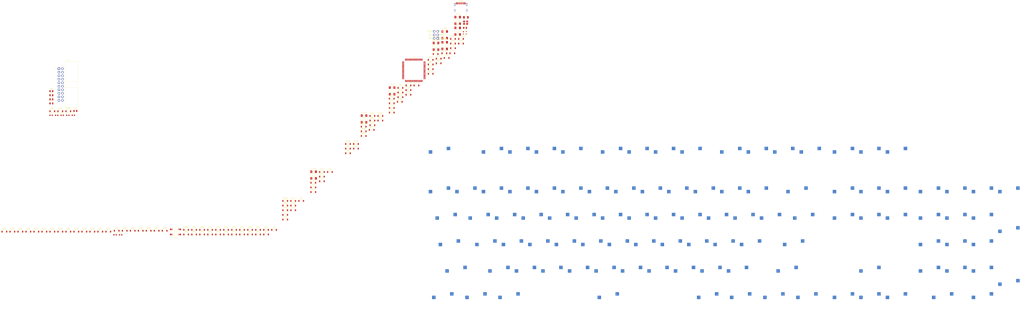
<source format=kicad_pcb>
(kicad_pcb (version 20171130) (host pcbnew "(5.1.4)-1")
  (layers (0 F.Cu signal) (31 B.Cu signal) (34 B.Paste user) (35 F.Paste user) (36 B.SilkS user) (37 F.SilkS user) (38 B.Mask user) (39 F.Mask user) (44 Edge.Cuts user))
  (net 0 "")
  (net 1 GND)
  (net 2 "Net-(C1-Pad1)")
  (net 3 "Net-(C2-Pad1)")
  (net 4 "Net-(C3-Pad1)")
  (net 5 +5V)
  (net 6 "Net-(D1-Pad2)")
  (net 7 ROW0)
  (net 8 "Net-(D2-Pad2)")
  (net 9 "Net-(D3-Pad2)")
  (net 10 "Net-(D4-Pad2)")
  (net 11 "Net-(D5-Pad2)")
  (net 12 "Net-(D6-Pad2)")
  (net 13 "Net-(D7-Pad2)")
  (net 14 "Net-(D8-Pad2)")
  (net 15 "Net-(D9-Pad2)")
  (net 16 "Net-(D10-Pad2)")
  (net 17 "Net-(D11-Pad2)")
  (net 18 "Net-(D12-Pad2)")
  (net 19 "Net-(D13-Pad2)")
  (net 20 "Net-(D14-Pad2)")
  (net 21 "Net-(D15-Pad2)")
  (net 22 "Net-(D16-Pad2)")
  (net 23 "Net-(D17-Pad2)")
  (net 24 ROW1)
  (net 25 "Net-(D18-Pad2)")
  (net 26 "Net-(D19-Pad2)")
  (net 27 "Net-(D20-Pad2)")
  (net 28 "Net-(D21-Pad2)")
  (net 29 "Net-(D22-Pad2)")
  (net 30 "Net-(D23-Pad2)")
  (net 31 "Net-(D24-Pad2)")
  (net 32 "Net-(D25-Pad2)")
  (net 33 "Net-(D26-Pad2)")
  (net 34 "Net-(D27-Pad2)")
  (net 35 "Net-(D28-Pad2)")
  (net 36 "Net-(D29-Pad2)")
  (net 37 "Net-(D30-Pad2)")
  (net 38 "Net-(D31-Pad2)")
  (net 39 "Net-(D32-Pad2)")
  (net 40 "Net-(D33-Pad2)")
  (net 41 "Net-(D34-Pad2)")
  (net 42 "Net-(D35-Pad2)")
  (net 43 "Net-(D36-Pad2)")
  (net 44 "Net-(D37-Pad2)")
  (net 45 "Net-(D38-Pad2)")
  (net 46 ROW2)
  (net 47 "Net-(D39-Pad2)")
  (net 48 "Net-(D40-Pad2)")
  (net 49 "Net-(D41-Pad2)")
  (net 50 "Net-(D42-Pad2)")
  (net 51 "Net-(D43-Pad2)")
  (net 52 "Net-(D44-Pad2)")
  (net 53 "Net-(D45-Pad2)")
  (net 54 "Net-(D46-Pad2)")
  (net 55 "Net-(D47-Pad2)")
  (net 56 "Net-(D48-Pad2)")
  (net 57 "Net-(D49-Pad2)")
  (net 58 "Net-(D50-Pad2)")
  (net 59 "Net-(D51-Pad2)")
  (net 60 "Net-(D52-Pad2)")
  (net 61 "Net-(D53-Pad2)")
  (net 62 "Net-(D54-Pad2)")
  (net 63 "Net-(D55-Pad2)")
  (net 64 "Net-(D56-Pad2)")
  (net 65 "Net-(D57-Pad2)")
  (net 66 "Net-(D58-Pad2)")
  (net 67 ROW3)
  (net 68 "Net-(D59-Pad2)")
  (net 69 "Net-(D60-Pad2)")
  (net 70 "Net-(D61-Pad2)")
  (net 71 "Net-(D62-Pad2)")
  (net 72 "Net-(D63-Pad2)")
  (net 73 "Net-(D64-Pad2)")
  (net 74 "Net-(D65-Pad2)")
  (net 75 "Net-(D66-Pad2)")
  (net 76 "Net-(D67-Pad2)")
  (net 77 "Net-(D68-Pad2)")
  (net 78 "Net-(D69-Pad2)")
  (net 79 "Net-(D70-Pad2)")
  (net 80 "Net-(D71-Pad2)")
  (net 81 "Net-(D72-Pad2)")
  (net 82 "Net-(D73-Pad2)")
  (net 83 "Net-(D74-Pad2)")
  (net 84 "Net-(D75-Pad2)")
  (net 85 ROW4)
  (net 86 "Net-(D76-Pad2)")
  (net 87 "Net-(D77-Pad2)")
  (net 88 "Net-(D78-Pad2)")
  (net 89 "Net-(D79-Pad2)")
  (net 90 "Net-(D80-Pad2)")
  (net 91 "Net-(D81-Pad2)")
  (net 92 "Net-(D82-Pad2)")
  (net 93 "Net-(D83-Pad2)")
  (net 94 "Net-(D84-Pad2)")
  (net 95 "Net-(D85-Pad2)")
  (net 96 "Net-(D86-Pad2)")
  (net 97 "Net-(D87-Pad2)")
  (net 98 "Net-(D88-Pad2)")
  (net 99 "Net-(D89-Pad2)")
  (net 100 "Net-(D90-Pad2)")
  (net 101 "Net-(D91-Pad2)")
  (net 102 ROW5)
  (net 103 "Net-(D92-Pad2)")
  (net 104 "Net-(D93-Pad2)")
  (net 105 "Net-(D94-Pad2)")
  (net 106 "Net-(D95-Pad2)")
  (net 107 "Net-(D96-Pad2)")
  (net 108 "Net-(D97-Pad2)")
  (net 109 "Net-(D98-Pad2)")
  (net 110 "Net-(D99-Pad2)")
  (net 111 "Net-(D100-Pad2)")
  (net 112 "Net-(D101-Pad2)")
  (net 113 "Net-(D102-Pad2)")
  (net 114 "Net-(D103-Pad2)")
  (net 115 "Net-(D104-Pad2)")
  (net 116 VCC)
  (net 117 COL20)
  (net 118 COL19)
  (net 119 COL18)
  (net 120 COL17)
  (net 121 COL16)
  (net 122 COL15)
  (net 123 COL14)
  (net 124 COL13)
  (net 125 COL12)
  (net 126 COL11)
  (net 127 "Net-(J1-Pad15)")
  (net 128 "Net-(J1-Pad13)")
  (net 129 "Net-(J1-Pad11)")
  (net 130 ROW7)
  (net 131 ROW6)
  (net 132 COL9)
  (net 133 COL10)
  (net 134 RGBLED_toUpperBoard)
  (net 135 RESET)
  (net 136 MOSI)
  (net 137 SCK)
  (net 138 MISO)
  (net 139 COL1)
  (net 140 COL5)
  (net 141 COL3)
  (net 142 COL0)
  (net 143 COL8)
  (net 144 COL2)
  (net 145 COL4)
  (net 146 COL6)
  (net 147 COL7)
  (net 148 RGBLED)
  (net 149 "Net-(LED1-Pad2)")
  (net 150 "Net-(LED2-Pad4)")
  (net 151 "Net-(LED2-Pad2)")
  (net 152 "Net-(LED3-Pad2)")
  (net 153 "Net-(LED4-Pad2)")
  (net 154 "Net-(LED5-Pad2)")
  (net 155 "Net-(LED6-Pad2)")
  (net 156 "Net-(R2-Pad2)")
  (net 157 D-)
  (net 158 "Net-(R3-Pad2)")
  (net 159 D+)
  (net 160 "Net-(R4-Pad1)")
  (net 161 "Net-(R5-Pad2)")
  (net 162 "Net-(R6-Pad2)")
  (net 163 "Net-(U1-Pad62)")
  (net 164 "Net-(U1-Pad61)")
  (net 165 "Net-(U1-Pad60)")
  (net 166 "Net-(U1-Pad59)")
  (net 167 "Net-(U1-Pad58)")
  (net 168 "Net-(U1-Pad57)")
  (net 169 "Net-(U1-Pad56)")
  (net 170 "Net-(U1-Pad55)")
  (net 171 "Net-(U1-Pad34)")
  (net 172 "Net-(U1-Pad33)")
  (net 173 "Net-(U1-Pad19)")
  (net 174 "Net-(U1-Pad18)")
  (net 175 "Net-(U1-Pad9)")
  (net 176 "Net-(U1-Pad2)")
  (net 177 "Net-(U1-Pad1)")
  (net 178 "Net-(USB1-Pad3)")
  (net 179 "Net-(USB1-Pad9)")
  (module MX_2U_Hotswap_Vertical:MX-2U-Hotswap-Vertical (layer F.Cu) (at 500.634 249.809)
    (fp_text reference K_tallEnter1)
    (fp_text value MX-NoLED)
    (pad "" np_thru_hole circle (at 8.255 11.938 90) (size 3.9878 3.9878) (drill 3.9878) (layers *.Cu *.Mask))
    (pad "" np_thru_hole circle (at 8.255 -11.938 90) (size 3.9878 3.9878) (drill 3.9878) (layers *.Cu *.Mask))
    (pad "" np_thru_hole circle (at -6.985 11.938 90) (size 3.048 3.048) (drill 3.048) (layers *.Cu *.Mask))
    (pad "" np_thru_hole circle (at -6.985 -11.938 90) (size 3.048 3.048) (drill 3.048) (layers *.Cu *.Mask))
    (pad 2 smd rect (at 5.842 -5.08) (size 2.55 2.5) (layers B.Cu B.Paste B.Mask) (net 115 "Net-(D104-Pad2)"))
    (pad 1 smd rect (at -7.085 -2.54) (size 2.55 2.5) (layers B.Cu B.Paste B.Mask) (net 117 COL20))
    (pad "" np_thru_hole circle (at 5.08 0 48.0996) (size 1.75 1.75) (drill 1.75) (layers *.Cu *.Mask))
    (pad "" np_thru_hole circle (at -5.08 0 48.0996) (size 1.75 1.75) (drill 1.75) (layers *.Cu *.Mask))
    (pad "" np_thru_hole circle (at -3.81 -2.54) (size 3 3) (drill 3) (layers *.Cu *.Mask))
    (pad "" np_thru_hole circle (at 0 0) (size 3.9878 3.9878) (drill 3.9878) (layers *.Cu *.Mask))
    (pad "" np_thru_hole circle (at 2.54 -5.08) (size 3 3) (drill 3) (layers *.Cu *.Mask))
  )
  (module MX_2U_Hotswap_Vertical:MX-2U-Hotswap-Vertical (layer F.Cu) (at 500.634 211.709)
    (fp_text reference k_plus1)
    (fp_text value MX-NoLED)
    (pad "" np_thru_hole circle (at 8.255 11.938 90) (size 3.9878 3.9878) (drill 3.9878) (layers *.Cu *.Mask))
    (pad "" np_thru_hole circle (at 8.255 -11.938 90) (size 3.9878 3.9878) (drill 3.9878) (layers *.Cu *.Mask))
    (pad "" np_thru_hole circle (at -6.985 11.938 90) (size 3.048 3.048) (drill 3.048) (layers *.Cu *.Mask))
    (pad "" np_thru_hole circle (at -6.985 -11.938 90) (size 3.048 3.048) (drill 3.048) (layers *.Cu *.Mask))
    (pad 2 smd rect (at 5.842 -5.08) (size 2.55 2.5) (layers B.Cu B.Paste B.Mask) (net 83 "Net-(D74-Pad2)"))
    (pad 1 smd rect (at -7.085 -2.54) (size 2.55 2.5) (layers B.Cu B.Paste B.Mask) (net 117 COL20))
    (pad "" np_thru_hole circle (at 5.08 0 48.0996) (size 1.75 1.75) (drill 1.75) (layers *.Cu *.Mask))
    (pad "" np_thru_hole circle (at -5.08 0 48.0996) (size 1.75 1.75) (drill 1.75) (layers *.Cu *.Mask))
    (pad "" np_thru_hole circle (at -3.81 -2.54) (size 3 3) (drill 3) (layers *.Cu *.Mask))
    (pad "" np_thru_hole circle (at 0 0) (size 3.9878 3.9878) (drill 3.9878) (layers *.Cu *.Mask))
    (pad "" np_thru_hole circle (at 2.54 -5.08) (size 3 3) (drill 3) (layers *.Cu *.Mask))
  )
  (module Crystal:Crystal_SMD_3225-4Pin_3.2x2.5mm (layer F.Cu) (at 109.268 58.903)
    (fp_text reference Y1 (at 0 -2.45) (layer F.SilkS))
    (fp_text value Crystal_GND24_Small)
    (pad 4 smd rect (at -1.1 -0.85) (size 1.4 1.2) (layers F.Cu F.Paste F.Mask) (net 1 GND))
    (pad 3 smd rect (at 1.1 -0.85) (size 1.4 1.2) (layers F.Cu F.Paste F.Mask) (net 3 "Net-(C2-Pad1)"))
    (pad 2 smd rect (at 1.1 0.85) (size 1.4 1.2) (layers F.Cu F.Paste F.Mask) (net 1 GND))
    (pad 1 smd rect (at -1.1 0.85) (size 1.4 1.2) (layers F.Cu F.Paste F.Mask) (net 2 "Net-(C1-Pad1)"))
  )
  (module Type-C:HRO-TYPE-C-31-M-12-Assembly (layer F.Cu) (at 105.732999 52.643)
    (fp_text reference USB1 (at 0 -9.25) (layer F.SilkS))
    (fp_text value HRO-TYPE-C-31-M-12)
    (pad 12 smd rect (at 3.225 -7.695) (size 0.6 1.45) (layers F.Cu F.Paste F.Mask) (net 1 GND))
    (pad 1 smd rect (at -3.225 -7.695) (size 0.6 1.45) (layers F.Cu F.Paste F.Mask) (net 1 GND))
    (pad 11 smd rect (at 2.45 -7.695) (size 0.6 1.45) (layers F.Cu F.Paste F.Mask) (net 116 VCC))
    (pad 2 smd rect (at -2.45 -7.695) (size 0.6 1.45) (layers F.Cu F.Paste F.Mask) (net 116 VCC))
    (pad 3 smd rect (at -1.75 -7.695) (size 0.3 1.45) (layers F.Cu F.Paste F.Mask) (net 178 "Net-(USB1-Pad3)"))
    (pad 10 smd rect (at 1.75 -7.695) (size 0.3 1.45) (layers F.Cu F.Paste F.Mask) (net 162 "Net-(R6-Pad2)"))
    (pad 4 smd rect (at -1.25 -7.695) (size 0.3 1.45) (layers F.Cu F.Paste F.Mask) (net 161 "Net-(R5-Pad2)"))
    (pad 9 smd rect (at 1.25 -7.695) (size 0.3 1.45) (layers F.Cu F.Paste F.Mask) (net 179 "Net-(USB1-Pad9)"))
    (pad 5 smd rect (at -0.75 -7.695) (size 0.3 1.45) (layers F.Cu F.Paste F.Mask) (net 156 "Net-(R2-Pad2)"))
    (pad 8 smd rect (at 0.75 -7.695) (size 0.3 1.45) (layers F.Cu F.Paste F.Mask) (net 158 "Net-(R3-Pad2)"))
    (pad 7 smd rect (at 0.25 -7.695) (size 0.3 1.45) (layers F.Cu F.Paste F.Mask) (net 156 "Net-(R2-Pad2)"))
    (pad 6 smd rect (at -0.25 -7.695) (size 0.3 1.45) (layers F.Cu F.Paste F.Mask) (net 158 "Net-(R3-Pad2)"))
    (pad "" np_thru_hole circle (at 2.89 -6.25) (size 0.65 0.65) (drill 0.65) (layers *.Cu *.Mask))
    (pad "" np_thru_hole circle (at -2.89 -6.25) (size 0.65 0.65) (drill 0.65) (layers *.Cu *.Mask))
    (pad 13 thru_hole oval (at -4.32 -6.78) (size 1 2.1) (drill oval 0.6 1.7) (layers *.Cu *.Mask) (net 1 GND))
    (pad 13 thru_hole oval (at 4.32 -6.78) (size 1 2.1) (drill oval 0.6 1.7) (layers *.Cu *.Mask) (net 1 GND))
    (pad 13 thru_hole oval (at -4.32 -2.6) (size 1 1.6) (drill oval 0.6 1.2) (layers *.Cu *.Mask) (net 1 GND))
    (pad 13 thru_hole oval (at 4.32 -2.6) (size 1 1.6) (drill oval 0.6 1.2) (layers *.Cu *.Mask) (net 1 GND))
  )
  (module random-keyboard-parts:SOT143B (layer F.Cu) (at 108.668 66.103)
    (fp_text reference U2 (at 0 2.45) (layer F.SilkS))
    (fp_text value PRTR5V0U2X)
    (pad 1 smd rect (at -1 -0.75 270) (size 1 0.7) (layers F.Cu F.Paste F.Mask) (net 158 "Net-(R3-Pad2)"))
    (pad 4 smd rect (at 1 -0.95 270) (size 0.6 0.7) (layers F.Cu F.Paste F.Mask) (net 116 VCC))
    (pad 2 smd rect (at -1 0.95 270) (size 0.6 0.7) (layers F.Cu F.Paste F.Mask) (net 158 "Net-(R3-Pad2)"))
    (pad 3 smd rect (at 1 0.95 270) (size 0.6 0.7) (layers F.Cu F.Paste F.Mask) (net 156 "Net-(R2-Pad2)"))
  )
  (module Package_QFP:TQFP-64_14x14mm_P0.8mm (layer F.Cu) (at 71.998 93.193)
    (fp_text reference U1 (at 0 -9.45) (layer F.SilkS))
    (fp_text value AT90USB1286-AU)
    (pad 64 smd rect (at -6 -7.7 90) (size 1.5 0.55) (layers F.Cu F.Paste F.Mask) (net 5 +5V))
    (pad 63 smd rect (at -5.2 -7.7 90) (size 1.5 0.55) (layers F.Cu F.Paste F.Mask) (net 1 GND))
    (pad 62 smd rect (at -4.4 -7.7 90) (size 1.5 0.55) (layers F.Cu F.Paste F.Mask) (net 163 "Net-(U1-Pad62)"))
    (pad 61 smd rect (at -3.6 -7.7 90) (size 1.5 0.55) (layers F.Cu F.Paste F.Mask) (net 164 "Net-(U1-Pad61)"))
    (pad 60 smd rect (at -2.8 -7.7 90) (size 1.5 0.55) (layers F.Cu F.Paste F.Mask) (net 165 "Net-(U1-Pad60)"))
    (pad 59 smd rect (at -2 -7.7 90) (size 1.5 0.55) (layers F.Cu F.Paste F.Mask) (net 166 "Net-(U1-Pad59)"))
    (pad 58 smd rect (at -1.2 -7.7 90) (size 1.5 0.55) (layers F.Cu F.Paste F.Mask) (net 167 "Net-(U1-Pad58)"))
    (pad 57 smd rect (at -0.4 -7.7 90) (size 1.5 0.55) (layers F.Cu F.Paste F.Mask) (net 168 "Net-(U1-Pad57)"))
    (pad 56 smd rect (at 0.4 -7.7 90) (size 1.5 0.55) (layers F.Cu F.Paste F.Mask) (net 169 "Net-(U1-Pad56)"))
    (pad 55 smd rect (at 1.2 -7.7 90) (size 1.5 0.55) (layers F.Cu F.Paste F.Mask) (net 170 "Net-(U1-Pad55)"))
    (pad 54 smd rect (at 2 -7.7 90) (size 1.5 0.55) (layers F.Cu F.Paste F.Mask) (net 130 ROW7))
    (pad 53 smd rect (at 2.8 -7.7 90) (size 1.5 0.55) (layers F.Cu F.Paste F.Mask) (net 1 GND))
    (pad 52 smd rect (at 3.6 -7.7 90) (size 1.5 0.55) (layers F.Cu F.Paste F.Mask) (net 5 +5V))
    (pad 51 smd rect (at 4.4 -7.7 90) (size 1.5 0.55) (layers F.Cu F.Paste F.Mask) (net 142 COL0))
    (pad 50 smd rect (at 5.2 -7.7 90) (size 1.5 0.55) (layers F.Cu F.Paste F.Mask) (net 139 COL1))
    (pad 49 smd rect (at 6 -7.7 90) (size 1.5 0.55) (layers F.Cu F.Paste F.Mask) (net 144 COL2))
    (pad 48 smd rect (at 7.7 -6) (size 1.5 0.55) (layers F.Cu F.Paste F.Mask) (net 141 COL3))
    (pad 47 smd rect (at 7.7 -5.2) (size 1.5 0.55) (layers F.Cu F.Paste F.Mask) (net 145 COL4))
    (pad 46 smd rect (at 7.7 -4.4) (size 1.5 0.55) (layers F.Cu F.Paste F.Mask) (net 140 COL5))
    (pad 45 smd rect (at 7.7 -3.6) (size 1.5 0.55) (layers F.Cu F.Paste F.Mask) (net 146 COL6))
    (pad 44 smd rect (at 7.7 -2.8) (size 1.5 0.55) (layers F.Cu F.Paste F.Mask) (net 147 COL7))
    (pad 43 smd rect (at 7.7 -2) (size 1.5 0.55) (layers F.Cu F.Paste F.Mask) (net 160 "Net-(R4-Pad1)"))
    (pad 42 smd rect (at 7.7 -1.2) (size 1.5 0.55) (layers F.Cu F.Paste F.Mask) (net 118 COL19))
    (pad 41 smd rect (at 7.7 -0.4) (size 1.5 0.55) (layers F.Cu F.Paste F.Mask) (net 119 COL18))
    (pad 40 smd rect (at 7.7 0.4) (size 1.5 0.55) (layers F.Cu F.Paste F.Mask) (net 120 COL17))
    (pad 39 smd rect (at 7.7 1.2) (size 1.5 0.55) (layers F.Cu F.Paste F.Mask) (net 121 COL16))
    (pad 38 smd rect (at 7.7 2) (size 1.5 0.55) (layers F.Cu F.Paste F.Mask) (net 122 COL15))
    (pad 37 smd rect (at 7.7 2.8) (size 1.5 0.55) (layers F.Cu F.Paste F.Mask) (net 123 COL14))
    (pad 36 smd rect (at 7.7 3.6) (size 1.5 0.55) (layers F.Cu F.Paste F.Mask) (net 124 COL13))
    (pad 35 smd rect (at 7.7 4.4) (size 1.5 0.55) (layers F.Cu F.Paste F.Mask) (net 125 COL12))
    (pad 34 smd rect (at 7.7 5.2) (size 1.5 0.55) (layers F.Cu F.Paste F.Mask) (net 171 "Net-(U1-Pad34)"))
    (pad 33 smd rect (at 7.7 6) (size 1.5 0.55) (layers F.Cu F.Paste F.Mask) (net 172 "Net-(U1-Pad33)"))
    (pad 32 smd rect (at 6 7.7 90) (size 1.5 0.55) (layers F.Cu F.Paste F.Mask) (net 131 ROW6))
    (pad 31 smd rect (at 5.2 7.7 90) (size 1.5 0.55) (layers F.Cu F.Paste F.Mask) (net 102 ROW5))
    (pad 30 smd rect (at 4.4 7.7 90) (size 1.5 0.55) (layers F.Cu F.Paste F.Mask) (net 85 ROW4))
    (pad 29 smd rect (at 3.6 7.7 90) (size 1.5 0.55) (layers F.Cu F.Paste F.Mask) (net 67 ROW3))
    (pad 28 smd rect (at 2.8 7.7 90) (size 1.5 0.55) (layers F.Cu F.Paste F.Mask) (net 46 ROW2))
    (pad 27 smd rect (at 2 7.7 90) (size 1.5 0.55) (layers F.Cu F.Paste F.Mask) (net 24 ROW1))
    (pad 26 smd rect (at 1.2 7.7 90) (size 1.5 0.55) (layers F.Cu F.Paste F.Mask) (net 7 ROW0))
    (pad 25 smd rect (at 0.4 7.7 90) (size 1.5 0.55) (layers F.Cu F.Paste F.Mask) (net 117 COL20))
    (pad 24 smd rect (at -0.4 7.7 90) (size 1.5 0.55) (layers F.Cu F.Paste F.Mask) (net 2 "Net-(C1-Pad1)"))
    (pad 23 smd rect (at -1.2 7.7 90) (size 1.5 0.55) (layers F.Cu F.Paste F.Mask) (net 3 "Net-(C2-Pad1)"))
    (pad 22 smd rect (at -2 7.7 90) (size 1.5 0.55) (layers F.Cu F.Paste F.Mask) (net 1 GND))
    (pad 21 smd rect (at -2.8 7.7 90) (size 1.5 0.55) (layers F.Cu F.Paste F.Mask) (net 5 +5V))
    (pad 20 smd rect (at -3.6 7.7 90) (size 1.5 0.55) (layers F.Cu F.Paste F.Mask) (net 135 RESET))
    (pad 19 smd rect (at -4.4 7.7 90) (size 1.5 0.55) (layers F.Cu F.Paste F.Mask) (net 173 "Net-(U1-Pad19)"))
    (pad 18 smd rect (at -5.2 7.7 90) (size 1.5 0.55) (layers F.Cu F.Paste F.Mask) (net 174 "Net-(U1-Pad18)"))
    (pad 17 smd rect (at -6 7.7 90) (size 1.5 0.55) (layers F.Cu F.Paste F.Mask) (net 126 COL11))
    (pad 16 smd rect (at -7.7 6) (size 1.5 0.55) (layers F.Cu F.Paste F.Mask) (net 133 COL10))
    (pad 15 smd rect (at -7.7 5.2) (size 1.5 0.55) (layers F.Cu F.Paste F.Mask) (net 148 RGBLED))
    (pad 14 smd rect (at -7.7 4.4) (size 1.5 0.55) (layers F.Cu F.Paste F.Mask) (net 132 COL9))
    (pad 13 smd rect (at -7.7 3.6) (size 1.5 0.55) (layers F.Cu F.Paste F.Mask) (net 138 MISO))
    (pad 12 smd rect (at -7.7 2.8) (size 1.5 0.55) (layers F.Cu F.Paste F.Mask) (net 136 MOSI))
    (pad 11 smd rect (at -7.7 2) (size 1.5 0.55) (layers F.Cu F.Paste F.Mask) (net 137 SCK))
    (pad 10 smd rect (at -7.7 1.2) (size 1.5 0.55) (layers F.Cu F.Paste F.Mask) (net 143 COL8))
    (pad 9 smd rect (at -7.7 0.4) (size 1.5 0.55) (layers F.Cu F.Paste F.Mask) (net 175 "Net-(U1-Pad9)"))
    (pad 8 smd rect (at -7.7 -0.4) (size 1.5 0.55) (layers F.Cu F.Paste F.Mask) (net 5 +5V))
    (pad 7 smd rect (at -7.7 -1.2) (size 1.5 0.55) (layers F.Cu F.Paste F.Mask) (net 4 "Net-(C3-Pad1)"))
    (pad 6 smd rect (at -7.7 -2) (size 1.5 0.55) (layers F.Cu F.Paste F.Mask) (net 1 GND))
    (pad 5 smd rect (at -7.7 -2.8) (size 1.5 0.55) (layers F.Cu F.Paste F.Mask) (net 159 D+))
    (pad 4 smd rect (at -7.7 -3.6) (size 1.5 0.55) (layers F.Cu F.Paste F.Mask) (net 157 D-))
    (pad 3 smd rect (at -7.7 -4.4) (size 1.5 0.55) (layers F.Cu F.Paste F.Mask) (net 5 +5V))
    (pad 2 smd rect (at -7.7 -5.2) (size 1.5 0.55) (layers F.Cu F.Paste F.Mask) (net 176 "Net-(U1-Pad2)"))
    (pad 1 smd rect (at -7.7 -6) (size 1.5 0.55) (layers F.Cu F.Paste F.Mask) (net 177 "Net-(U1-Pad1)"))
  )
  (module random-keyboard-parts:SKQG-1155865 (layer F.Cu) (at -99.432 209.623)
    (fp_text reference SW1 (at 0 4.064) (layer F.SilkS))
    (fp_text value SW_Push)
    (pad 4 smd rect (at -3.1 1.85) (size 1.8 1.1) (layers F.Cu F.Paste F.Mask))
    (pad 3 smd rect (at 3.1 -1.85) (size 1.8 1.1) (layers F.Cu F.Paste F.Mask))
    (pad 2 smd rect (at -3.1 -1.85) (size 1.8 1.1) (layers F.Cu F.Paste F.Mask) (net 135 RESET))
    (pad 1 smd rect (at 3.1 1.85) (size 1.8 1.1) (layers F.Cu F.Paste F.Mask) (net 1 GND))
  )
  (module Resistor_SMD:R_0805_2012Metric (layer F.Cu) (at -188.722 108.203)
    (fp_text reference R6 (at 0 -1.65) (layer F.SilkS))
    (fp_text value 5.1k)
    (pad 2 smd roundrect (at 0.9375 0) (size 0.975 1.4) (layers F.Cu F.Paste F.Mask) (net 162 "Net-(R6-Pad2)"))
    (pad 1 smd roundrect (at -0.9375 0) (size 0.975 1.4) (layers F.Cu F.Paste F.Mask) (net 158 "Net-(R3-Pad2)"))
  )
  (module Resistor_SMD:R_0805_2012Metric (layer F.Cu) (at -188.722 111.153)
    (fp_text reference R5 (at 0 -1.65) (layer F.SilkS))
    (fp_text value 5.1k)
    (pad 2 smd roundrect (at 0.9375 0) (size 0.975 1.4) (layers F.Cu F.Paste F.Mask) (net 161 "Net-(R5-Pad2)"))
    (pad 1 smd roundrect (at -0.9375 0) (size 0.975 1.4) (layers F.Cu F.Paste F.Mask) (net 158 "Net-(R3-Pad2)"))
  )
  (module Resistor_SMD:R_0805_2012Metric (layer F.Cu) (at -188.722 114.103)
    (fp_text reference R4 (at 0 -1.65) (layer F.SilkS))
    (fp_text value 1k)
    (pad 2 smd roundrect (at 0.9375 0) (size 0.975 1.4) (layers F.Cu F.Paste F.Mask) (net 1 GND))
    (pad 1 smd roundrect (at -0.9375 0) (size 0.975 1.4) (layers F.Cu F.Paste F.Mask) (net 160 "Net-(R4-Pad1)"))
  )
  (module Resistor_SMD:R_0805_2012Metric (layer F.Cu) (at -188.722 117.053)
    (fp_text reference R3 (at 0 -1.65) (layer F.SilkS))
    (fp_text value 22)
    (pad 2 smd roundrect (at 0.9375 0) (size 0.975 1.4) (layers F.Cu F.Paste F.Mask) (net 158 "Net-(R3-Pad2)"))
    (pad 1 smd roundrect (at -0.9375 0) (size 0.975 1.4) (layers F.Cu F.Paste F.Mask) (net 159 D+))
  )
  (module Resistor_SMD:R_0805_2012Metric (layer F.Cu) (at -171.472 122.473)
    (fp_text reference R2 (at 0 -1.65) (layer F.SilkS))
    (fp_text value 22)
    (pad 2 smd roundrect (at 0.9375 0) (size 0.975 1.4) (layers F.Cu F.Paste F.Mask) (net 156 "Net-(R2-Pad2)"))
    (pad 1 smd roundrect (at -0.9375 0) (size 0.975 1.4) (layers F.Cu F.Paste F.Mask) (net 157 D-))
  )
  (module Resistor_SMD:R_0805_2012Metric (layer F.Cu) (at 108.848 62.603)
    (fp_text reference R1 (at 0 -1.65) (layer F.SilkS))
    (fp_text value 10k)
    (pad 2 smd roundrect (at 0.9375 0) (size 0.975 1.4) (layers F.Cu F.Paste F.Mask) (net 135 RESET))
    (pad 1 smd roundrect (at -0.9375 0) (size 0.975 1.4) (layers F.Cu F.Paste F.Mask) (net 5 +5V))
  )
  (module WS2812B:WS2812B (layer F.Cu) (at 94.178 75.395)
    (fp_text reference LED8 (at 0 -4.572) (layer F.SilkS))
    (fp_text value WS2812B hide)
    (pad 4 smd rect (at 1.65 2.4) (size 1.4 1.8) (layers F.Cu F.Paste F.Mask) (net 155 "Net-(LED6-Pad2)"))
    (pad 3 smd rect (at -1.65 2.4) (size 1.4 1.8) (layers F.Cu F.Paste F.Mask) (net 1 GND))
    (pad 2 smd rect (at -1.65 -2.4) (size 1.4 1.8) (layers F.Cu F.Paste F.Mask) (net 134 RGBLED_toUpperBoard))
    (pad 1 smd rect (at 1.65 -2.4) (size 1.4 1.8) (layers F.Cu F.Paste F.Mask) (net 5 +5V))
  )
  (module WS2812B:WS2812B (layer F.Cu) (at 103.528 65.015)
    (fp_text reference LED7 (at 0 -4.572) (layer F.SilkS))
    (fp_text value WS2812B hide)
    (pad 4 smd rect (at 1.65 2.4) (size 1.4 1.8) (layers F.Cu F.Paste F.Mask) (net 154 "Net-(LED5-Pad2)"))
    (pad 3 smd rect (at -1.65 2.4) (size 1.4 1.8) (layers F.Cu F.Paste F.Mask) (net 1 GND))
    (pad 2 smd rect (at -1.65 -2.4) (size 1.4 1.8) (layers F.Cu F.Paste F.Mask) (net 150 "Net-(LED2-Pad4)"))
    (pad 1 smd rect (at 1.65 -2.4) (size 1.4 1.8) (layers F.Cu F.Paste F.Mask) (net 5 +5V))
  )
  (module WS2812B:WS2812B (layer F.Cu) (at 94.178 67.645)
    (fp_text reference LED6 (at 0 -4.572) (layer F.SilkS))
    (fp_text value WS2812B hide)
    (pad 4 smd rect (at 1.65 2.4) (size 1.4 1.8) (layers F.Cu F.Paste F.Mask) (net 153 "Net-(LED4-Pad2)"))
    (pad 3 smd rect (at -1.65 2.4) (size 1.4 1.8) (layers F.Cu F.Paste F.Mask) (net 1 GND))
    (pad 2 smd rect (at -1.65 -2.4) (size 1.4 1.8) (layers F.Cu F.Paste F.Mask) (net 155 "Net-(LED6-Pad2)"))
    (pad 1 smd rect (at 1.65 -2.4) (size 1.4 1.8) (layers F.Cu F.Paste F.Mask) (net 5 +5V))
  )
  (module WS2812B:WS2812B (layer F.Cu) (at -0.092 168.645)
    (fp_text reference LED5 (at 0 -4.572) (layer F.SilkS))
    (fp_text value WS2812B hide)
    (pad 4 smd rect (at 1.65 2.4) (size 1.4 1.8) (layers F.Cu F.Paste F.Mask) (net 152 "Net-(LED3-Pad2)"))
    (pad 3 smd rect (at -1.65 2.4) (size 1.4 1.8) (layers F.Cu F.Paste F.Mask) (net 1 GND))
    (pad 2 smd rect (at -1.65 -2.4) (size 1.4 1.8) (layers F.Cu F.Paste F.Mask) (net 154 "Net-(LED5-Pad2)"))
    (pad 1 smd rect (at 1.65 -2.4) (size 1.4 1.8) (layers F.Cu F.Paste F.Mask) (net 5 +5V))
  )
  (module WS2812B:WS2812B (layer F.Cu) (at 56.368 108.045)
    (fp_text reference LED4 (at 0 -4.572) (layer F.SilkS))
    (fp_text value WS2812B hide)
    (pad 4 smd rect (at 1.65 2.4) (size 1.4 1.8) (layers F.Cu F.Paste F.Mask) (net 151 "Net-(LED2-Pad2)"))
    (pad 3 smd rect (at -1.65 2.4) (size 1.4 1.8) (layers F.Cu F.Paste F.Mask) (net 1 GND))
    (pad 2 smd rect (at -1.65 -2.4) (size 1.4 1.8) (layers F.Cu F.Paste F.Mask) (net 153 "Net-(LED4-Pad2)"))
    (pad 1 smd rect (at 1.65 -2.4) (size 1.4 1.8) (layers F.Cu F.Paste F.Mask) (net 5 +5V))
  )
  (module WS2812B:WS2812B (layer F.Cu) (at 36.168 128.245)
    (fp_text reference LED3 (at 0 -4.572) (layer F.SilkS))
    (fp_text value WS2812B hide)
    (pad 4 smd rect (at 1.65 2.4) (size 1.4 1.8) (layers F.Cu F.Paste F.Mask) (net 149 "Net-(LED1-Pad2)"))
    (pad 3 smd rect (at -1.65 2.4) (size 1.4 1.8) (layers F.Cu F.Paste F.Mask) (net 1 GND))
    (pad 2 smd rect (at -1.65 -2.4) (size 1.4 1.8) (layers F.Cu F.Paste F.Mask) (net 152 "Net-(LED3-Pad2)"))
    (pad 1 smd rect (at 1.65 -2.4) (size 1.4 1.8) (layers F.Cu F.Paste F.Mask) (net 5 +5V))
  )
  (module WS2812B:WS2812B (layer F.Cu) (at 103.528 57.265)
    (fp_text reference LED2 (at 0 -4.572) (layer F.SilkS))
    (fp_text value WS2812B hide)
    (pad 4 smd rect (at 1.65 2.4) (size 1.4 1.8) (layers F.Cu F.Paste F.Mask) (net 150 "Net-(LED2-Pad4)"))
    (pad 3 smd rect (at -1.65 2.4) (size 1.4 1.8) (layers F.Cu F.Paste F.Mask) (net 1 GND))
    (pad 2 smd rect (at -1.65 -2.4) (size 1.4 1.8) (layers F.Cu F.Paste F.Mask) (net 151 "Net-(LED2-Pad2)"))
    (pad 1 smd rect (at 1.65 -2.4) (size 1.4 1.8) (layers F.Cu F.Paste F.Mask) (net 5 +5V))
  )
  (module WS2812B:WS2812B (layer F.Cu) (at 87.928 75.905)
    (fp_text reference LED1 (at 0 -4.572) (layer F.SilkS))
    (fp_text value WS2812B hide)
    (pad 4 smd rect (at 1.65 2.4) (size 1.4 1.8) (layers F.Cu F.Paste F.Mask) (net 148 RGBLED))
    (pad 3 smd rect (at -1.65 2.4) (size 1.4 1.8) (layers F.Cu F.Paste F.Mask) (net 1 GND))
    (pad 2 smd rect (at -1.65 -2.4) (size 1.4 1.8) (layers F.Cu F.Paste F.Mask) (net 149 "Net-(LED1-Pad2)"))
    (pad 1 smd rect (at 1.65 -2.4) (size 1.4 1.8) (layers F.Cu F.Paste F.Mask) (net 5 +5V))
  )
  (module MX_Only:MXOnly-1U-Hotswap (layer F.Cu) (at 281.559 183.134)
    (fp_text reference K_zero1)
    (fp_text value MX-NoLED)
    (pad 2 smd rect (at 5.842 -5.08) (size 2.55 2.5) (layers B.Cu B.Paste B.Mask) (net 34 "Net-(D27-Pad2)"))
    (pad 1 smd rect (at -7.085 -2.54) (size 2.55 2.5) (layers B.Cu B.Paste B.Mask) (net 133 COL10))
    (pad "" np_thru_hole circle (at 5.08 0 48.0996) (size 1.75 1.75) (drill 1.75) (layers *.Cu *.Mask))
    (pad "" np_thru_hole circle (at -5.08 0 48.0996) (size 1.75 1.75) (drill 1.75) (layers *.Cu *.Mask))
    (pad "" np_thru_hole circle (at -3.81 -2.54) (size 3 3) (drill 3) (layers *.Cu *.Mask))
    (pad "" np_thru_hole circle (at 0 0) (size 3.9878 3.9878) (drill 3.9878) (layers *.Cu *.Mask))
    (pad "" np_thru_hole circle (at 2.54 -5.08) (size 3 3) (drill 3) (layers *.Cu *.Mask))
  )
  (module MX_Only:MXOnly-1U-Hotswap (layer F.Cu) (at 133.858 240.284)
    (fp_text reference K_Z1)
    (fp_text value MX-NoLED)
    (pad 2 smd rect (at 5.842 -5.08) (size 2.55 2.5) (layers B.Cu B.Paste B.Mask) (net 86 "Net-(D76-Pad2)"))
    (pad 1 smd rect (at -7.085 -2.54) (size 2.55 2.5) (layers B.Cu B.Paste B.Mask) (net 139 COL1))
    (pad "" np_thru_hole circle (at 5.08 0 48.0996) (size 1.75 1.75) (drill 1.75) (layers *.Cu *.Mask))
    (pad "" np_thru_hole circle (at -5.08 0 48.0996) (size 1.75 1.75) (drill 1.75) (layers *.Cu *.Mask))
    (pad "" np_thru_hole circle (at -3.81 -2.54) (size 3 3) (drill 3) (layers *.Cu *.Mask))
    (pad "" np_thru_hole circle (at 0 0) (size 3.9878 3.9878) (drill 3.9878) (layers *.Cu *.Mask))
    (pad "" np_thru_hole circle (at 2.54 -5.08) (size 3 3) (drill 3) (layers *.Cu *.Mask))
  )
  (module MX_Only:MXOnly-1U-Hotswap (layer F.Cu) (at 214.884 202.184)
    (fp_text reference K_Y1)
    (fp_text value MX-NoLED)
    (pad 2 smd rect (at 5.842 -5.08) (size 2.55 2.5) (layers B.Cu B.Paste B.Mask) (net 52 "Net-(D44-Pad2)"))
    (pad 1 smd rect (at -7.085 -2.54) (size 2.55 2.5) (layers B.Cu B.Paste B.Mask) (net 146 COL6))
    (pad "" np_thru_hole circle (at 5.08 0 48.0996) (size 1.75 1.75) (drill 1.75) (layers *.Cu *.Mask))
    (pad "" np_thru_hole circle (at -5.08 0 48.0996) (size 1.75 1.75) (drill 1.75) (layers *.Cu *.Mask))
    (pad "" np_thru_hole circle (at -3.81 -2.54) (size 3 3) (drill 3) (layers *.Cu *.Mask))
    (pad "" np_thru_hole circle (at 0 0) (size 3.9878 3.9878) (drill 3.9878) (layers *.Cu *.Mask))
    (pad "" np_thru_hole circle (at 2.54 -5.08) (size 3 3) (drill 3) (layers *.Cu *.Mask))
  )
  (module MX_Only:MXOnly-1U-Hotswap (layer F.Cu) (at 152.908 240.284)
    (fp_text reference K_X1)
    (fp_text value MX-NoLED)
    (pad 2 smd rect (at 5.842 -5.08) (size 2.55 2.5) (layers B.Cu B.Paste B.Mask) (net 87 "Net-(D77-Pad2)"))
    (pad 1 smd rect (at -7.085 -2.54) (size 2.55 2.5) (layers B.Cu B.Paste B.Mask) (net 144 COL2))
    (pad "" np_thru_hole circle (at 5.08 0 48.0996) (size 1.75 1.75) (drill 1.75) (layers *.Cu *.Mask))
    (pad "" np_thru_hole circle (at -5.08 0 48.0996) (size 1.75 1.75) (drill 1.75) (layers *.Cu *.Mask))
    (pad "" np_thru_hole circle (at -3.81 -2.54) (size 3 3) (drill 3) (layers *.Cu *.Mask))
    (pad "" np_thru_hole circle (at 0 0) (size 3.9878 3.9878) (drill 3.9878) (layers *.Cu *.Mask))
    (pad "" np_thru_hole circle (at 2.54 -5.08) (size 3 3) (drill 3) (layers *.Cu *.Mask))
  )
  (module MX_Only:MXOnly-1.25U-Hotswap (layer F.Cu) (at 117.348 259.334)
    (fp_text reference K_windows1)
    (fp_text value MX-NoLED)
    (pad 2 smd rect (at 5.842 -5.08) (size 2.55 2.5) (layers B.Cu B.Paste B.Mask) (net 103 "Net-(D92-Pad2)"))
    (pad 1 smd rect (at -7.085 -2.54) (size 2.55 2.5) (layers B.Cu B.Paste B.Mask) (net 139 COL1))
    (pad "" np_thru_hole circle (at 5.08 0 48.0996) (size 1.75 1.75) (drill 1.75) (layers *.Cu *.Mask))
    (pad "" np_thru_hole circle (at -5.08 0 48.0996) (size 1.75 1.75) (drill 1.75) (layers *.Cu *.Mask))
    (pad "" np_thru_hole circle (at -3.81 -2.54) (size 3 3) (drill 3) (layers *.Cu *.Mask))
    (pad "" np_thru_hole circle (at 0 0) (size 3.9878 3.9878) (drill 3.9878) (layers *.Cu *.Mask))
    (pad "" np_thru_hole circle (at 2.54 -5.08) (size 3 3) (drill 3) (layers *.Cu *.Mask))
  )
  (module MX_Only:MXOnly-1U-Hotswap (layer F.Cu) (at 138.684 202.184)
    (fp_text reference K_W1)
    (fp_text value MX-NoLED)
    (pad 2 smd rect (at 5.842 -5.08) (size 2.55 2.5) (layers B.Cu B.Paste B.Mask) (net 48 "Net-(D40-Pad2)"))
    (pad 1 smd rect (at -7.085 -2.54) (size 2.55 2.5) (layers B.Cu B.Paste B.Mask) (net 144 COL2))
    (pad "" np_thru_hole circle (at 5.08 0 48.0996) (size 1.75 1.75) (drill 1.75) (layers *.Cu *.Mask))
    (pad "" np_thru_hole circle (at -5.08 0 48.0996) (size 1.75 1.75) (drill 1.75) (layers *.Cu *.Mask))
    (pad "" np_thru_hole circle (at -3.81 -2.54) (size 3 3) (drill 3) (layers *.Cu *.Mask))
    (pad "" np_thru_hole circle (at 0 0) (size 3.9878 3.9878) (drill 3.9878) (layers *.Cu *.Mask))
    (pad "" np_thru_hole circle (at 2.54 -5.08) (size 3 3) (drill 3) (layers *.Cu *.Mask))
  )
  (module MX_Only:MXOnly-1U-Hotswap (layer F.Cu) (at 191.135 240.284)
    (fp_text reference K_V1)
    (fp_text value MX-NoLED)
    (pad 2 smd rect (at 5.842 -5.08) (size 2.55 2.5) (layers B.Cu B.Paste B.Mask) (net 89 "Net-(D79-Pad2)"))
    (pad 1 smd rect (at -7.085 -2.54) (size 2.55 2.5) (layers B.Cu B.Paste B.Mask) (net 145 COL4))
    (pad "" np_thru_hole circle (at 5.08 0 48.0996) (size 1.75 1.75) (drill 1.75) (layers *.Cu *.Mask))
    (pad "" np_thru_hole circle (at -5.08 0 48.0996) (size 1.75 1.75) (drill 1.75) (layers *.Cu *.Mask))
    (pad "" np_thru_hole circle (at -3.81 -2.54) (size 3 3) (drill 3) (layers *.Cu *.Mask))
    (pad "" np_thru_hole circle (at 0 0) (size 3.9878 3.9878) (drill 3.9878) (layers *.Cu *.Mask))
    (pad "" np_thru_hole circle (at 2.54 -5.08) (size 3 3) (drill 3) (layers *.Cu *.Mask))
  )
  (module MX_Only:MXOnly-1U-Hotswap (layer F.Cu) (at 400.685 240.284)
    (fp_text reference K_up1)
    (fp_text value MX-NoLED)
    (pad 2 smd rect (at 5.842 -5.08) (size 2.55 2.5) (layers B.Cu B.Paste B.Mask) (net 97 "Net-(D87-Pad2)"))
    (pad 1 smd rect (at -7.085 -2.54) (size 2.55 2.5) (layers B.Cu B.Paste B.Mask) (net 122 COL15))
    (pad "" np_thru_hole circle (at 5.08 0 48.0996) (size 1.75 1.75) (drill 1.75) (layers *.Cu *.Mask))
    (pad "" np_thru_hole circle (at -5.08 0 48.0996) (size 1.75 1.75) (drill 1.75) (layers *.Cu *.Mask))
    (pad "" np_thru_hole circle (at -3.81 -2.54) (size 3 3) (drill 3) (layers *.Cu *.Mask))
    (pad "" np_thru_hole circle (at 0 0) (size 3.9878 3.9878) (drill 3.9878) (layers *.Cu *.Mask))
    (pad "" np_thru_hole circle (at 2.54 -5.08) (size 3 3) (drill 3) (layers *.Cu *.Mask))
  )
  (module MX_Only:MXOnly-1U-Hotswap (layer F.Cu) (at 233.934 202.184)
    (fp_text reference K_U1)
    (fp_text value MX-NoLED)
    (pad 2 smd rect (at 5.842 -5.08) (size 2.55 2.5) (layers B.Cu B.Paste B.Mask) (net 53 "Net-(D45-Pad2)"))
    (pad 1 smd rect (at -7.085 -2.54) (size 2.55 2.5) (layers B.Cu B.Paste B.Mask) (net 147 COL7))
    (pad "" np_thru_hole circle (at 5.08 0 48.0996) (size 1.75 1.75) (drill 1.75) (layers *.Cu *.Mask))
    (pad "" np_thru_hole circle (at -5.08 0 48.0996) (size 1.75 1.75) (drill 1.75) (layers *.Cu *.Mask))
    (pad "" np_thru_hole circle (at -3.81 -2.54) (size 3 3) (drill 3) (layers *.Cu *.Mask))
    (pad "" np_thru_hole circle (at 0 0) (size 3.9878 3.9878) (drill 3.9878) (layers *.Cu *.Mask))
    (pad "" np_thru_hole circle (at 2.54 -5.08) (size 3 3) (drill 3) (layers *.Cu *.Mask))
  )
  (module MX_Only:MXOnly-1U-Hotswap (layer F.Cu) (at 129.159 183.134)
    (fp_text reference K_two1)
    (fp_text value MX-NoLED)
    (pad 2 smd rect (at 5.842 -5.08) (size 2.55 2.5) (layers B.Cu B.Paste B.Mask) (net 26 "Net-(D19-Pad2)"))
    (pad 1 smd rect (at -7.085 -2.54) (size 2.55 2.5) (layers B.Cu B.Paste B.Mask) (net 144 COL2))
    (pad "" np_thru_hole circle (at 5.08 0 48.0996) (size 1.75 1.75) (drill 1.75) (layers *.Cu *.Mask))
    (pad "" np_thru_hole circle (at -5.08 0 48.0996) (size 1.75 1.75) (drill 1.75) (layers *.Cu *.Mask))
    (pad "" np_thru_hole circle (at -3.81 -2.54) (size 3 3) (drill 3) (layers *.Cu *.Mask))
    (pad "" np_thru_hole circle (at 0 0) (size 3.9878 3.9878) (drill 3.9878) (layers *.Cu *.Mask))
    (pad "" np_thru_hole circle (at 2.54 -5.08) (size 3 3) (drill 3) (layers *.Cu *.Mask))
  )
  (module MX_Only:MXOnly-1U-Hotswap (layer F.Cu) (at 91.059 183.134)
    (fp_text reference K_tilde1)
    (fp_text value MX-NoLED)
    (pad 2 smd rect (at 5.842 -5.08) (size 2.55 2.5) (layers B.Cu B.Paste B.Mask) (net 23 "Net-(D17-Pad2)"))
    (pad 1 smd rect (at -7.085 -2.54) (size 2.55 2.5) (layers B.Cu B.Paste B.Mask) (net 142 COL0))
    (pad "" np_thru_hole circle (at 5.08 0 48.0996) (size 1.75 1.75) (drill 1.75) (layers *.Cu *.Mask))
    (pad "" np_thru_hole circle (at -5.08 0 48.0996) (size 1.75 1.75) (drill 1.75) (layers *.Cu *.Mask))
    (pad "" np_thru_hole circle (at -3.81 -2.54) (size 3 3) (drill 3) (layers *.Cu *.Mask))
    (pad "" np_thru_hole circle (at 0 0) (size 3.9878 3.9878) (drill 3.9878) (layers *.Cu *.Mask))
    (pad "" np_thru_hole circle (at 2.54 -5.08) (size 3 3) (drill 3) (layers *.Cu *.Mask))
  )
  (module MX_Only:MXOnly-1U-Hotswap (layer F.Cu) (at 148.209 183.134)
    (fp_text reference K_three1)
    (fp_text value MX-NoLED)
    (pad 2 smd rect (at 5.842 -5.08) (size 2.55 2.5) (layers B.Cu B.Paste B.Mask) (net 27 "Net-(D20-Pad2)"))
    (pad 1 smd rect (at -7.085 -2.54) (size 2.55 2.5) (layers B.Cu B.Paste B.Mask) (net 141 COL3))
    (pad "" np_thru_hole circle (at 5.08 0 48.0996) (size 1.75 1.75) (drill 1.75) (layers *.Cu *.Mask))
    (pad "" np_thru_hole circle (at -5.08 0 48.0996) (size 1.75 1.75) (drill 1.75) (layers *.Cu *.Mask))
    (pad "" np_thru_hole circle (at -3.81 -2.54) (size 3 3) (drill 3) (layers *.Cu *.Mask))
    (pad "" np_thru_hole circle (at 0 0) (size 3.9878 3.9878) (drill 3.9878) (layers *.Cu *.Mask))
    (pad "" np_thru_hole circle (at 2.54 -5.08) (size 3 3) (drill 3) (layers *.Cu *.Mask))
  )
  (module MX_Only:MXOnly-1.5U-Hotswap (layer F.Cu) (at 95.885 202.184)
    (fp_text reference K_tab1)
    (fp_text value MX-NoLED)
    (pad "" np_thru_hole circle (at 2.54 -5.08) (size 3 3) (drill 3) (layers *.Cu *.Mask))
    (pad "" np_thru_hole circle (at 0 0) (size 3.9878 3.9878) (drill 3.9878) (layers *.Cu *.Mask))
    (pad "" np_thru_hole circle (at -3.81 -2.54) (size 3 3) (drill 3) (layers *.Cu *.Mask))
    (pad "" np_thru_hole circle (at -5.08 0 48.0996) (size 1.75 1.75) (drill 1.75) (layers *.Cu *.Mask))
    (pad "" np_thru_hole circle (at 5.08 0 48.0996) (size 1.75 1.75) (drill 1.75) (layers *.Cu *.Mask))
    (pad 1 smd rect (at -7.085 -2.54) (size 2.55 2.5) (layers B.Cu B.Paste B.Mask) (net 142 COL0))
    (pad 2 smd rect (at 5.842 -5.08) (size 2.55 2.5) (layers B.Cu B.Paste B.Mask) (net 45 "Net-(D38-Pad2)"))
  )
  (module MX_Only:MXOnly-1U-Hotswap (layer F.Cu) (at 195.834 202.184)
    (fp_text reference K_T1)
    (fp_text value MX-NoLED)
    (pad 2 smd rect (at 5.842 -5.08) (size 2.55 2.5) (layers B.Cu B.Paste B.Mask) (net 51 "Net-(D43-Pad2)"))
    (pad 1 smd rect (at -7.085 -2.54) (size 2.55 2.5) (layers B.Cu B.Paste B.Mask) (net 140 COL5))
    (pad "" np_thru_hole circle (at 5.08 0 48.0996) (size 1.75 1.75) (drill 1.75) (layers *.Cu *.Mask))
    (pad "" np_thru_hole circle (at -5.08 0 48.0996) (size 1.75 1.75) (drill 1.75) (layers *.Cu *.Mask))
    (pad "" np_thru_hole circle (at -3.81 -2.54) (size 3 3) (drill 3) (layers *.Cu *.Mask))
    (pad "" np_thru_hole circle (at 0 0) (size 3.9878 3.9878) (drill 3.9878) (layers *.Cu *.Mask))
    (pad "" np_thru_hole circle (at 2.54 -5.08) (size 3 3) (drill 3) (layers *.Cu *.Mask))
  )
  (module MX_Only:MXOnly-6.25U-Hotswap (layer F.Cu) (at 212.471 259.334)
    (fp_text reference K_space1)
    (fp_text value MX-NoLED)
    (pad "" np_thru_hole circle (at -49.9999 8.255) (size 3.9878 3.9878) (drill 3.9878) (layers *.Cu *.Mask))
    (pad "" np_thru_hole circle (at 49.9999 8.255) (size 3.9878 3.9878) (drill 3.9878) (layers *.Cu *.Mask))
    (pad "" np_thru_hole circle (at -49.9999 -6.985) (size 3.048 3.048) (drill 3.048) (layers *.Cu *.Mask))
    (pad "" np_thru_hole circle (at 49.9999 -6.985) (size 3.048 3.048) (drill 3.048) (layers *.Cu *.Mask))
    (pad 2 smd rect (at 5.842 -5.08) (size 2.55 2.5) (layers B.Cu B.Paste B.Mask) (net 105 "Net-(D94-Pad2)"))
    (pad 1 smd rect (at -7.085 -2.54) (size 2.55 2.5) (layers B.Cu B.Paste B.Mask) (net 140 COL5))
    (pad "" np_thru_hole circle (at 5.08 0 48.0996) (size 1.75 1.75) (drill 1.75) (layers *.Cu *.Mask))
    (pad "" np_thru_hole circle (at -5.08 0 48.0996) (size 1.75 1.75) (drill 1.75) (layers *.Cu *.Mask))
    (pad "" np_thru_hole circle (at -3.81 -2.54) (size 3 3) (drill 3) (layers *.Cu *.Mask))
    (pad "" np_thru_hole circle (at 0 0) (size 3.9878 3.9878) (drill 3.9878) (layers *.Cu *.Mask))
    (pad "" np_thru_hole circle (at 2.54 -5.08) (size 3 3) (drill 3) (layers *.Cu *.Mask))
  )
  (module MX_Only:MXOnly-1U-Hotswap (layer F.Cu) (at 205.359 183.134)
    (fp_text reference K_six1)
    (fp_text value MX-NoLED)
    (pad 2 smd rect (at 5.842 -5.08) (size 2.55 2.5) (layers B.Cu B.Paste B.Mask) (net 30 "Net-(D23-Pad2)"))
    (pad 1 smd rect (at -7.085 -2.54) (size 2.55 2.5) (layers B.Cu B.Paste B.Mask) (net 146 COL6))
    (pad "" np_thru_hole circle (at 5.08 0 48.0996) (size 1.75 1.75) (drill 1.75) (layers *.Cu *.Mask))
    (pad "" np_thru_hole circle (at -5.08 0 48.0996) (size 1.75 1.75) (drill 1.75) (layers *.Cu *.Mask))
    (pad "" np_thru_hole circle (at -3.81 -2.54) (size 3 3) (drill 3) (layers *.Cu *.Mask))
    (pad "" np_thru_hole circle (at 0 0) (size 3.9878 3.9878) (drill 3.9878) (layers *.Cu *.Mask))
    (pad "" np_thru_hole circle (at 2.54 -5.08) (size 3 3) (drill 3) (layers *.Cu *.Mask))
  )
  (module MX_Only:MXOnly-1U-Hotswap (layer F.Cu) (at 224.409 183.134)
    (fp_text reference K_seven1)
    (fp_text value MX-NoLED)
    (pad 2 smd rect (at 5.842 -5.08) (size 2.55 2.5) (layers B.Cu B.Paste B.Mask) (net 31 "Net-(D24-Pad2)"))
    (pad 1 smd rect (at -7.085 -2.54) (size 2.55 2.5) (layers B.Cu B.Paste B.Mask) (net 147 COL7))
    (pad "" np_thru_hole circle (at 5.08 0 48.0996) (size 1.75 1.75) (drill 1.75) (layers *.Cu *.Mask))
    (pad "" np_thru_hole circle (at -5.08 0 48.0996) (size 1.75 1.75) (drill 1.75) (layers *.Cu *.Mask))
    (pad "" np_thru_hole circle (at -3.81 -2.54) (size 3 3) (drill 3) (layers *.Cu *.Mask))
    (pad "" np_thru_hole circle (at 0 0) (size 3.9878 3.9878) (drill 3.9878) (layers *.Cu *.Mask))
    (pad "" np_thru_hole circle (at 2.54 -5.08) (size 3 3) (drill 3) (layers *.Cu *.Mask))
  )
  (module MX_Only:MXOnly-1U-Hotswap (layer F.Cu) (at 400.685 154.559)
    (fp_text reference K_scrollLock1)
    (fp_text value MX-NoLED)
    (pad 2 smd rect (at 5.842 -5.08) (size 2.55 2.5) (layers B.Cu B.Paste B.Mask) (net 21 "Net-(D15-Pad2)"))
    (pad 1 smd rect (at -7.085 -2.54) (size 2.55 2.5) (layers B.Cu B.Paste B.Mask) (net 122 COL15))
    (pad "" np_thru_hole circle (at 5.08 0 48.0996) (size 1.75 1.75) (drill 1.75) (layers *.Cu *.Mask))
    (pad "" np_thru_hole circle (at -5.08 0 48.0996) (size 1.75 1.75) (drill 1.75) (layers *.Cu *.Mask))
    (pad "" np_thru_hole circle (at -3.81 -2.54) (size 3 3) (drill 3) (layers *.Cu *.Mask))
    (pad "" np_thru_hole circle (at 0 0) (size 3.9878 3.9878) (drill 3.9878) (layers *.Cu *.Mask))
    (pad "" np_thru_hole circle (at 2.54 -5.08) (size 3 3) (drill 3) (layers *.Cu *.Mask))
  )
  (module MX_Only:MXOnly-1U-Hotswap (layer F.Cu) (at 143.51 221.234)
    (fp_text reference K_S1)
    (fp_text value MX-NoLED)
    (pad 2 smd rect (at 5.842 -5.08) (size 2.55 2.5) (layers B.Cu B.Paste B.Mask) (net 69 "Net-(D60-Pad2)"))
    (pad 1 smd rect (at -7.085 -2.54) (size 2.55 2.5) (layers B.Cu B.Paste B.Mask) (net 144 COL2))
    (pad "" np_thru_hole circle (at 5.08 0 48.0996) (size 1.75 1.75) (drill 1.75) (layers *.Cu *.Mask))
    (pad "" np_thru_hole circle (at -5.08 0 48.0996) (size 1.75 1.75) (drill 1.75) (layers *.Cu *.Mask))
    (pad "" np_thru_hole circle (at -3.81 -2.54) (size 3 3) (drill 3) (layers *.Cu *.Mask))
    (pad "" np_thru_hole circle (at 0 0) (size 3.9878 3.9878) (drill 3.9878) (layers *.Cu *.Mask))
    (pad "" np_thru_hole circle (at 2.54 -5.08) (size 3 3) (drill 3) (layers *.Cu *.Mask))
  )
  (module MX_Only:MXOnly-2.75U-Hotswap (layer F.Cu) (at 341.122 240.284)
    (fp_text reference K_rightShift1)
    (fp_text value MX-NoLED)
    (pad "" np_thru_hole circle (at -11.938 8.255) (size 3.9878 3.9878) (drill 3.9878) (layers *.Cu *.Mask))
    (pad "" np_thru_hole circle (at 11.938 8.255) (size 3.9878 3.9878) (drill 3.9878) (layers *.Cu *.Mask))
    (pad "" np_thru_hole circle (at -11.938 -6.985) (size 3.048 3.048) (drill 3.048) (layers *.Cu *.Mask))
    (pad "" np_thru_hole circle (at 11.938 -6.985) (size 3.048 3.048) (drill 3.048) (layers *.Cu *.Mask))
    (pad 2 smd rect (at 5.842 -5.08) (size 2.55 2.5) (layers B.Cu B.Paste B.Mask) (net 96 "Net-(D86-Pad2)"))
    (pad 1 smd rect (at -7.085 -2.54) (size 2.55 2.5) (layers B.Cu B.Paste B.Mask) (net 125 COL12))
    (pad "" np_thru_hole circle (at 5.08 0 48.0996) (size 1.75 1.75) (drill 1.75) (layers *.Cu *.Mask))
    (pad "" np_thru_hole circle (at -5.08 0 48.0996) (size 1.75 1.75) (drill 1.75) (layers *.Cu *.Mask))
    (pad "" np_thru_hole circle (at -3.81 -2.54) (size 3 3) (drill 3) (layers *.Cu *.Mask))
    (pad "" np_thru_hole circle (at 0 0) (size 3.9878 3.9878) (drill 3.9878) (layers *.Cu *.Mask))
    (pad "" np_thru_hole circle (at 2.54 -5.08) (size 3 3) (drill 3) (layers *.Cu *.Mask))
  )
  (module MX_Only:MXOnly-1.25U-Hotswap (layer F.Cu) (at 355.346 259.334)
    (fp_text reference K_rightControl1)
    (fp_text value MX-NoLED)
    (pad 2 smd rect (at 5.842 -5.08) (size 2.55 2.5) (layers B.Cu B.Paste B.Mask) (net 109 "Net-(D98-Pad2)"))
    (pad 1 smd rect (at -7.085 -2.54) (size 2.55 2.5) (layers B.Cu B.Paste B.Mask) (net 124 COL13))
    (pad "" np_thru_hole circle (at 5.08 0 48.0996) (size 1.75 1.75) (drill 1.75) (layers *.Cu *.Mask))
    (pad "" np_thru_hole circle (at -5.08 0 48.0996) (size 1.75 1.75) (drill 1.75) (layers *.Cu *.Mask))
    (pad "" np_thru_hole circle (at -3.81 -2.54) (size 3 3) (drill 3) (layers *.Cu *.Mask))
    (pad "" np_thru_hole circle (at 0 0) (size 3.9878 3.9878) (drill 3.9878) (layers *.Cu *.Mask))
    (pad "" np_thru_hole circle (at 2.54 -5.08) (size 3 3) (drill 3) (layers *.Cu *.Mask))
  )
  (module MX_Only:MXOnly-1.25U-Hotswap (layer F.Cu) (at 283.972 259.334)
    (fp_text reference K_rightAlt1)
    (fp_text value MX-NoLED)
    (pad 2 smd rect (at 5.842 -5.08) (size 2.55 2.5) (layers B.Cu B.Paste B.Mask) (net 106 "Net-(D95-Pad2)"))
    (pad 1 smd rect (at -7.085 -2.54) (size 2.55 2.5) (layers B.Cu B.Paste B.Mask) (net 132 COL9))
    (pad "" np_thru_hole circle (at 5.08 0 48.0996) (size 1.75 1.75) (drill 1.75) (layers *.Cu *.Mask))
    (pad "" np_thru_hole circle (at -5.08 0 48.0996) (size 1.75 1.75) (drill 1.75) (layers *.Cu *.Mask))
    (pad "" np_thru_hole circle (at -3.81 -2.54) (size 3 3) (drill 3) (layers *.Cu *.Mask))
    (pad "" np_thru_hole circle (at 0 0) (size 3.9878 3.9878) (drill 3.9878) (layers *.Cu *.Mask))
    (pad "" np_thru_hole circle (at 2.54 -5.08) (size 3 3) (drill 3) (layers *.Cu *.Mask))
  )
  (module MX_Only:MXOnly-1U-Hotswap (layer F.Cu) (at 419.735 259.334)
    (fp_text reference K_right1)
    (fp_text value MX-NoLED)
    (pad 2 smd rect (at 5.842 -5.08) (size 2.55 2.5) (layers B.Cu B.Paste B.Mask) (net 112 "Net-(D101-Pad2)"))
    (pad 1 smd rect (at -7.085 -2.54) (size 2.55 2.5) (layers B.Cu B.Paste B.Mask) (net 121 COL16))
    (pad "" np_thru_hole circle (at 5.08 0 48.0996) (size 1.75 1.75) (drill 1.75) (layers *.Cu *.Mask))
    (pad "" np_thru_hole circle (at -5.08 0 48.0996) (size 1.75 1.75) (drill 1.75) (layers *.Cu *.Mask))
    (pad "" np_thru_hole circle (at -3.81 -2.54) (size 3 3) (drill 3) (layers *.Cu *.Mask))
    (pad "" np_thru_hole circle (at 0 0) (size 3.9878 3.9878) (drill 3.9878) (layers *.Cu *.Mask))
    (pad "" np_thru_hole circle (at 2.54 -5.08) (size 3 3) (drill 3) (layers *.Cu *.Mask))
  )
  (module MX_Only:MXOnly-1U-Hotswap (layer F.Cu) (at 176.784 202.184)
    (fp_text reference K_R1)
    (fp_text value MX-NoLED)
    (pad 2 smd rect (at 5.842 -5.08) (size 2.55 2.5) (layers B.Cu B.Paste B.Mask) (net 50 "Net-(D42-Pad2)"))
    (pad 1 smd rect (at -7.085 -2.54) (size 2.55 2.5) (layers B.Cu B.Paste B.Mask) (net 145 COL4))
    (pad "" np_thru_hole circle (at 5.08 0 48.0996) (size 1.75 1.75) (drill 1.75) (layers *.Cu *.Mask))
    (pad "" np_thru_hole circle (at -5.08 0 48.0996) (size 1.75 1.75) (drill 1.75) (layers *.Cu *.Mask))
    (pad "" np_thru_hole circle (at -3.81 -2.54) (size 3 3) (drill 3) (layers *.Cu *.Mask))
    (pad "" np_thru_hole circle (at 0 0) (size 3.9878 3.9878) (drill 3.9878) (layers *.Cu *.Mask))
    (pad "" np_thru_hole circle (at 2.54 -5.08) (size 3 3) (drill 3) (layers *.Cu *.Mask))
  )
  (module MX_Only:MXOnly-1U-Hotswap (layer F.Cu) (at 314.833 221.234)
    (fp_text reference K_quote1)
    (fp_text value MX-NoLED)
    (pad 2 smd rect (at 5.842 -5.08) (size 2.55 2.5) (layers B.Cu B.Paste B.Mask) (net 78 "Net-(D69-Pad2)"))
    (pad 1 smd rect (at -7.085 -2.54) (size 2.55 2.5) (layers B.Cu B.Paste B.Mask) (net 126 COL11))
    (pad "" np_thru_hole circle (at 5.08 0 48.0996) (size 1.75 1.75) (drill 1.75) (layers *.Cu *.Mask))
    (pad "" np_thru_hole circle (at -5.08 0 48.0996) (size 1.75 1.75) (drill 1.75) (layers *.Cu *.Mask))
    (pad "" np_thru_hole circle (at -3.81 -2.54) (size 3 3) (drill 3) (layers *.Cu *.Mask))
    (pad "" np_thru_hole circle (at 0 0) (size 3.9878 3.9878) (drill 3.9878) (layers *.Cu *.Mask))
    (pad "" np_thru_hole circle (at 2.54 -5.08) (size 3 3) (drill 3) (layers *.Cu *.Mask))
  )
  (module MX_Only:MXOnly-1U-Hotswap (layer F.Cu) (at 305.435 240.284)
    (fp_text reference K_questionMark1)
    (fp_text value MX-NoLED)
    (pad 2 smd rect (at 5.842 -5.08) (size 2.55 2.5) (layers B.Cu B.Paste B.Mask) (net 95 "Net-(D85-Pad2)"))
    (pad 1 smd rect (at -7.085 -2.54) (size 2.55 2.5) (layers B.Cu B.Paste B.Mask) (net 133 COL10))
    (pad "" np_thru_hole circle (at 5.08 0 48.0996) (size 1.75 1.75) (drill 1.75) (layers *.Cu *.Mask))
    (pad "" np_thru_hole circle (at -5.08 0 48.0996) (size 1.75 1.75) (drill 1.75) (layers *.Cu *.Mask))
    (pad "" np_thru_hole circle (at -3.81 -2.54) (size 3 3) (drill 3) (layers *.Cu *.Mask))
    (pad "" np_thru_hole circle (at 0 0) (size 3.9878 3.9878) (drill 3.9878) (layers *.Cu *.Mask))
    (pad "" np_thru_hole circle (at 2.54 -5.08) (size 3 3) (drill 3) (layers *.Cu *.Mask))
  )
  (module MX_Only:MXOnly-1U-Hotswap (layer F.Cu) (at 119.634 202.184)
    (fp_text reference K_Q1)
    (fp_text value MX-NoLED)
    (pad 2 smd rect (at 5.842 -5.08) (size 2.55 2.5) (layers B.Cu B.Paste B.Mask) (net 47 "Net-(D39-Pad2)"))
    (pad 1 smd rect (at -7.085 -2.54) (size 2.55 2.5) (layers B.Cu B.Paste B.Mask) (net 139 COL1))
    (pad "" np_thru_hole circle (at 5.08 0 48.0996) (size 1.75 1.75) (drill 1.75) (layers *.Cu *.Mask))
    (pad "" np_thru_hole circle (at -5.08 0 48.0996) (size 1.75 1.75) (drill 1.75) (layers *.Cu *.Mask))
    (pad "" np_thru_hole circle (at -3.81 -2.54) (size 3 3) (drill 3) (layers *.Cu *.Mask))
    (pad "" np_thru_hole circle (at 0 0) (size 3.9878 3.9878) (drill 3.9878) (layers *.Cu *.Mask))
    (pad "" np_thru_hole circle (at 2.54 -5.08) (size 3 3) (drill 3) (layers *.Cu *.Mask))
  )
  (module MX_Only:MXOnly-1U-Hotswap (layer F.Cu) (at 381.635 154.559)
    (fp_text reference K_printScreen1)
    (fp_text value MX-NoLED)
    (pad 2 smd rect (at 5.842 -5.08) (size 2.55 2.5) (layers B.Cu B.Paste B.Mask) (net 20 "Net-(D14-Pad2)"))
    (pad 1 smd rect (at -7.085 -2.54) (size 2.55 2.5) (layers B.Cu B.Paste B.Mask) (net 123 COL14))
    (pad "" np_thru_hole circle (at 5.08 0 48.0996) (size 1.75 1.75) (drill 1.75) (layers *.Cu *.Mask))
    (pad "" np_thru_hole circle (at -5.08 0 48.0996) (size 1.75 1.75) (drill 1.75) (layers *.Cu *.Mask))
    (pad "" np_thru_hole circle (at -3.81 -2.54) (size 3 3) (drill 3) (layers *.Cu *.Mask))
    (pad "" np_thru_hole circle (at 0 0) (size 3.9878 3.9878) (drill 3.9878) (layers *.Cu *.Mask))
    (pad "" np_thru_hole circle (at 2.54 -5.08) (size 3 3) (drill 3) (layers *.Cu *.Mask))
  )
  (module MX_Only:MXOnly-1U-Hotswap (layer F.Cu) (at 286.385 240.284)
    (fp_text reference K_period1)
    (fp_text value MX-NoLED)
    (pad 2 smd rect (at 5.842 -5.08) (size 2.55 2.5) (layers B.Cu B.Paste B.Mask) (net 94 "Net-(D84-Pad2)"))
    (pad 1 smd rect (at -7.085 -2.54) (size 2.55 2.5) (layers B.Cu B.Paste B.Mask) (net 132 COL9))
    (pad "" np_thru_hole circle (at 5.08 0 48.0996) (size 1.75 1.75) (drill 1.75) (layers *.Cu *.Mask))
    (pad "" np_thru_hole circle (at -5.08 0 48.0996) (size 1.75 1.75) (drill 1.75) (layers *.Cu *.Mask))
    (pad "" np_thru_hole circle (at -3.81 -2.54) (size 3 3) (drill 3) (layers *.Cu *.Mask))
    (pad "" np_thru_hole circle (at 0 0) (size 3.9878 3.9878) (drill 3.9878) (layers *.Cu *.Mask))
    (pad "" np_thru_hole circle (at 2.54 -5.08) (size 3 3) (drill 3) (layers *.Cu *.Mask))
  )
  (module MX_Only:MXOnly-1U-Hotswap (layer F.Cu) (at 419.735 154.559)
    (fp_text reference K_pause1)
    (fp_text value MX-NoLED)
    (pad 2 smd rect (at 5.842 -5.08) (size 2.55 2.5) (layers B.Cu B.Paste B.Mask) (net 22 "Net-(D16-Pad2)"))
    (pad 1 smd rect (at -7.085 -2.54) (size 2.55 2.5) (layers B.Cu B.Paste B.Mask) (net 121 COL16))
    (pad "" np_thru_hole circle (at 5.08 0 48.0996) (size 1.75 1.75) (drill 1.75) (layers *.Cu *.Mask))
    (pad "" np_thru_hole circle (at -5.08 0 48.0996) (size 1.75 1.75) (drill 1.75) (layers *.Cu *.Mask))
    (pad "" np_thru_hole circle (at -3.81 -2.54) (size 3 3) (drill 3) (layers *.Cu *.Mask))
    (pad "" np_thru_hole circle (at 0 0) (size 3.9878 3.9878) (drill 3.9878) (layers *.Cu *.Mask))
    (pad "" np_thru_hole circle (at 2.54 -5.08) (size 3 3) (drill 3) (layers *.Cu *.Mask))
  )
  (module MX_Only:MXOnly-1U-Hotswap (layer F.Cu) (at 419.735 183.134)
    (fp_text reference K_pageUp1)
    (fp_text value MX-NoLED)
    (pad 2 smd rect (at 5.842 -5.08) (size 2.55 2.5) (layers B.Cu B.Paste B.Mask) (net 40 "Net-(D33-Pad2)"))
    (pad 1 smd rect (at -7.085 -2.54) (size 2.55 2.5) (layers B.Cu B.Paste B.Mask) (net 121 COL16))
    (pad "" np_thru_hole circle (at 5.08 0 48.0996) (size 1.75 1.75) (drill 1.75) (layers *.Cu *.Mask))
    (pad "" np_thru_hole circle (at -5.08 0 48.0996) (size 1.75 1.75) (drill 1.75) (layers *.Cu *.Mask))
    (pad "" np_thru_hole circle (at -3.81 -2.54) (size 3 3) (drill 3) (layers *.Cu *.Mask))
    (pad "" np_thru_hole circle (at 0 0) (size 3.9878 3.9878) (drill 3.9878) (layers *.Cu *.Mask))
    (pad "" np_thru_hole circle (at 2.54 -5.08) (size 3 3) (drill 3) (layers *.Cu *.Mask))
  )
  (module MX_Only:MXOnly-1U-Hotswap (layer F.Cu) (at 419.735 202.184)
    (fp_text reference K_pageDown1)
    (fp_text value MX-NoLED)
    (pad 2 smd rect (at 5.842 -5.08) (size 2.55 2.5) (layers B.Cu B.Paste B.Mask) (net 62 "Net-(D54-Pad2)"))
    (pad 1 smd rect (at -7.085 -2.54) (size 2.55 2.5) (layers B.Cu B.Paste B.Mask) (net 121 COL16))
    (pad "" np_thru_hole circle (at 5.08 0 48.0996) (size 1.75 1.75) (drill 1.75) (layers *.Cu *.Mask))
    (pad "" np_thru_hole circle (at -5.08 0 48.0996) (size 1.75 1.75) (drill 1.75) (layers *.Cu *.Mask))
    (pad "" np_thru_hole circle (at -3.81 -2.54) (size 3 3) (drill 3) (layers *.Cu *.Mask))
    (pad "" np_thru_hole circle (at 0 0) (size 3.9878 3.9878) (drill 3.9878) (layers *.Cu *.Mask))
    (pad "" np_thru_hole circle (at 2.54 -5.08) (size 3 3) (drill 3) (layers *.Cu *.Mask))
  )
  (module MX_Only:MXOnly-1U-Hotswap (layer F.Cu) (at 291.084 202.184)
    (fp_text reference K_P1)
    (fp_text value MX-NoLED)
    (pad 2 smd rect (at 5.842 -5.08) (size 2.55 2.5) (layers B.Cu B.Paste B.Mask) (net 56 "Net-(D48-Pad2)"))
    (pad 1 smd rect (at -7.085 -2.54) (size 2.55 2.5) (layers B.Cu B.Paste B.Mask) (net 133 COL10))
    (pad "" np_thru_hole circle (at 5.08 0 48.0996) (size 1.75 1.75) (drill 1.75) (layers *.Cu *.Mask))
    (pad "" np_thru_hole circle (at -5.08 0 48.0996) (size 1.75 1.75) (drill 1.75) (layers *.Cu *.Mask))
    (pad "" np_thru_hole circle (at -3.81 -2.54) (size 3 3) (drill 3) (layers *.Cu *.Mask))
    (pad "" np_thru_hole circle (at 0 0) (size 3.9878 3.9878) (drill 3.9878) (layers *.Cu *.Mask))
    (pad "" np_thru_hole circle (at 2.54 -5.08) (size 3 3) (drill 3) (layers *.Cu *.Mask))
  )
  (module MX_Only:MXOnly-1U-Hotswap (layer F.Cu) (at 310.134 202.184)
    (fp_text reference K_openBracket1)
    (fp_text value MX-NoLED)
    (pad 2 smd rect (at 5.842 -5.08) (size 2.55 2.5) (layers B.Cu B.Paste B.Mask) (net 57 "Net-(D49-Pad2)"))
    (pad 1 smd rect (at -7.085 -2.54) (size 2.55 2.5) (layers B.Cu B.Paste B.Mask) (net 126 COL11))
    (pad "" np_thru_hole circle (at 5.08 0 48.0996) (size 1.75 1.75) (drill 1.75) (layers *.Cu *.Mask))
    (pad "" np_thru_hole circle (at -5.08 0 48.0996) (size 1.75 1.75) (drill 1.75) (layers *.Cu *.Mask))
    (pad "" np_thru_hole circle (at -3.81 -2.54) (size 3 3) (drill 3) (layers *.Cu *.Mask))
    (pad "" np_thru_hole circle (at 0 0) (size 3.9878 3.9878) (drill 3.9878) (layers *.Cu *.Mask))
    (pad "" np_thru_hole circle (at 2.54 -5.08) (size 3 3) (drill 3) (layers *.Cu *.Mask))
  )
  (module MX_Only:MXOnly-1U-Hotswap (layer F.Cu) (at 110.109 183.134)
    (fp_text reference K_one1)
    (fp_text value MX-NoLED)
    (pad 2 smd rect (at 5.842 -5.08) (size 2.55 2.5) (layers B.Cu B.Paste B.Mask) (net 25 "Net-(D18-Pad2)"))
    (pad 1 smd rect (at -7.085 -2.54) (size 2.55 2.5) (layers B.Cu B.Paste B.Mask) (net 139 COL1))
    (pad "" np_thru_hole circle (at 5.08 0 48.0996) (size 1.75 1.75) (drill 1.75) (layers *.Cu *.Mask))
    (pad "" np_thru_hole circle (at -5.08 0 48.0996) (size 1.75 1.75) (drill 1.75) (layers *.Cu *.Mask))
    (pad "" np_thru_hole circle (at -3.81 -2.54) (size 3 3) (drill 3) (layers *.Cu *.Mask))
    (pad "" np_thru_hole circle (at 0 0) (size 3.9878 3.9878) (drill 3.9878) (layers *.Cu *.Mask))
    (pad "" np_thru_hole circle (at 2.54 -5.08) (size 3 3) (drill 3) (layers *.Cu *.Mask))
  )
  (module MX_Only:MXOnly-1U-Hotswap (layer F.Cu) (at 272.034 202.184)
    (fp_text reference K_O1)
    (fp_text value MX-NoLED)
    (pad 2 smd rect (at 5.842 -5.08) (size 2.55 2.5) (layers B.Cu B.Paste B.Mask) (net 55 "Net-(D47-Pad2)"))
    (pad 1 smd rect (at -7.085 -2.54) (size 2.55 2.5) (layers B.Cu B.Paste B.Mask) (net 132 COL9))
    (pad "" np_thru_hole circle (at 5.08 0 48.0996) (size 1.75 1.75) (drill 1.75) (layers *.Cu *.Mask))
    (pad "" np_thru_hole circle (at -5.08 0 48.0996) (size 1.75 1.75) (drill 1.75) (layers *.Cu *.Mask))
    (pad "" np_thru_hole circle (at -3.81 -2.54) (size 3 3) (drill 3) (layers *.Cu *.Mask))
    (pad "" np_thru_hole circle (at 0 0) (size 3.9878 3.9878) (drill 3.9878) (layers *.Cu *.Mask))
    (pad "" np_thru_hole circle (at 2.54 -5.08) (size 3 3) (drill 3) (layers *.Cu *.Mask))
  )
  (module MX_Only:MXOnly-1U-Hotswap (layer F.Cu) (at 443.484 183.134)
    (fp_text reference K_numLock1)
    (fp_text value MX-NoLED)
    (pad 2 smd rect (at 5.842 -5.08) (size 2.55 2.5) (layers B.Cu B.Paste B.Mask) (net 41 "Net-(D34-Pad2)"))
    (pad 1 smd rect (at -7.085 -2.54) (size 2.55 2.5) (layers B.Cu B.Paste B.Mask) (net 120 COL17))
    (pad "" np_thru_hole circle (at 5.08 0 48.0996) (size 1.75 1.75) (drill 1.75) (layers *.Cu *.Mask))
    (pad "" np_thru_hole circle (at -5.08 0 48.0996) (size 1.75 1.75) (drill 1.75) (layers *.Cu *.Mask))
    (pad "" np_thru_hole circle (at -3.81 -2.54) (size 3 3) (drill 3) (layers *.Cu *.Mask))
    (pad "" np_thru_hole circle (at 0 0) (size 3.9878 3.9878) (drill 3.9878) (layers *.Cu *.Mask))
    (pad "" np_thru_hole circle (at 2.54 -5.08) (size 3 3) (drill 3) (layers *.Cu *.Mask))
  )
  (module MX_Only:MXOnly-1U-Hotswap (layer F.Cu) (at 262.509 183.134)
    (fp_text reference K_nine1)
    (fp_text value MX-NoLED)
    (pad 2 smd rect (at 5.842 -5.08) (size 2.55 2.5) (layers B.Cu B.Paste B.Mask) (net 33 "Net-(D26-Pad2)"))
    (pad 1 smd rect (at -7.085 -2.54) (size 2.55 2.5) (layers B.Cu B.Paste B.Mask) (net 132 COL9))
    (pad "" np_thru_hole circle (at 5.08 0 48.0996) (size 1.75 1.75) (drill 1.75) (layers *.Cu *.Mask))
    (pad "" np_thru_hole circle (at -5.08 0 48.0996) (size 1.75 1.75) (drill 1.75) (layers *.Cu *.Mask))
    (pad "" np_thru_hole circle (at -3.81 -2.54) (size 3 3) (drill 3) (layers *.Cu *.Mask))
    (pad "" np_thru_hole circle (at 0 0) (size 3.9878 3.9878) (drill 3.9878) (layers *.Cu *.Mask))
    (pad "" np_thru_hole circle (at 2.54 -5.08) (size 3 3) (drill 3) (layers *.Cu *.Mask))
  )
  (module MX_Only:MXOnly-1U-Hotswap (layer F.Cu) (at 300.609 183.134)
    (fp_text reference K_negative1)
    (fp_text value MX-NoLED)
    (pad 2 smd rect (at 5.842 -5.08) (size 2.55 2.5) (layers B.Cu B.Paste B.Mask) (net 35 "Net-(D28-Pad2)"))
    (pad 1 smd rect (at -7.085 -2.54) (size 2.55 2.5) (layers B.Cu B.Paste B.Mask) (net 126 COL11))
    (pad "" np_thru_hole circle (at 5.08 0 48.0996) (size 1.75 1.75) (drill 1.75) (layers *.Cu *.Mask))
    (pad "" np_thru_hole circle (at -5.08 0 48.0996) (size 1.75 1.75) (drill 1.75) (layers *.Cu *.Mask))
    (pad "" np_thru_hole circle (at -3.81 -2.54) (size 3 3) (drill 3) (layers *.Cu *.Mask))
    (pad "" np_thru_hole circle (at 0 0) (size 3.9878 3.9878) (drill 3.9878) (layers *.Cu *.Mask))
    (pad "" np_thru_hole circle (at 2.54 -5.08) (size 3 3) (drill 3) (layers *.Cu *.Mask))
  )
  (module MX_Only:MXOnly-1U-Hotswap (layer F.Cu) (at 229.235 240.284)
    (fp_text reference K_N1)
    (fp_text value MX-NoLED)
    (pad 2 smd rect (at 5.842 -5.08) (size 2.55 2.5) (layers B.Cu B.Paste B.Mask) (net 91 "Net-(D81-Pad2)"))
    (pad 1 smd rect (at -7.085 -2.54) (size 2.55 2.5) (layers B.Cu B.Paste B.Mask) (net 146 COL6))
    (pad "" np_thru_hole circle (at 5.08 0 48.0996) (size 1.75 1.75) (drill 1.75) (layers *.Cu *.Mask))
    (pad "" np_thru_hole circle (at -5.08 0 48.0996) (size 1.75 1.75) (drill 1.75) (layers *.Cu *.Mask))
    (pad "" np_thru_hole circle (at -3.81 -2.54) (size 3 3) (drill 3) (layers *.Cu *.Mask))
    (pad "" np_thru_hole circle (at 0 0) (size 3.9878 3.9878) (drill 3.9878) (layers *.Cu *.Mask))
    (pad "" np_thru_hole circle (at 2.54 -5.08) (size 3 3) (drill 3) (layers *.Cu *.Mask))
  )
  (module MX_Only:MXOnly-1U-Hotswap (layer F.Cu) (at 481.584 183.134)
    (fp_text reference K_multiply1)
    (fp_text value MX-NoLED)
    (pad 2 smd rect (at 5.842 -5.08) (size 2.55 2.5) (layers B.Cu B.Paste B.Mask) (net 43 "Net-(D36-Pad2)"))
    (pad 1 smd rect (at -7.085 -2.54) (size 2.55 2.5) (layers B.Cu B.Paste B.Mask) (net 118 COL19))
    (pad "" np_thru_hole circle (at 5.08 0 48.0996) (size 1.75 1.75) (drill 1.75) (layers *.Cu *.Mask))
    (pad "" np_thru_hole circle (at -5.08 0 48.0996) (size 1.75 1.75) (drill 1.75) (layers *.Cu *.Mask))
    (pad "" np_thru_hole circle (at -3.81 -2.54) (size 3 3) (drill 3) (layers *.Cu *.Mask))
    (pad "" np_thru_hole circle (at 0 0) (size 3.9878 3.9878) (drill 3.9878) (layers *.Cu *.Mask))
    (pad "" np_thru_hole circle (at 2.54 -5.08) (size 3 3) (drill 3) (layers *.Cu *.Mask))
  )
  (module MX_Only:MXOnly-1U-Hotswap (layer F.Cu) (at 500.634 183.134)
    (fp_text reference k_minus1)
    (fp_text value MX-NoLED)
    (pad 2 smd rect (at 5.842 -5.08) (size 2.55 2.5) (layers B.Cu B.Paste B.Mask) (net 44 "Net-(D37-Pad2)"))
    (pad 1 smd rect (at -7.085 -2.54) (size 2.55 2.5) (layers B.Cu B.Paste B.Mask) (net 117 COL20))
    (pad "" np_thru_hole circle (at 5.08 0 48.0996) (size 1.75 1.75) (drill 1.75) (layers *.Cu *.Mask))
    (pad "" np_thru_hole circle (at -5.08 0 48.0996) (size 1.75 1.75) (drill 1.75) (layers *.Cu *.Mask))
    (pad "" np_thru_hole circle (at -3.81 -2.54) (size 3 3) (drill 3) (layers *.Cu *.Mask))
    (pad "" np_thru_hole circle (at 0 0) (size 3.9878 3.9878) (drill 3.9878) (layers *.Cu *.Mask))
    (pad "" np_thru_hole circle (at 2.54 -5.08) (size 3 3) (drill 3) (layers *.Cu *.Mask))
  )
  (module MX_Only:MXOnly-1.25U-Hotswap (layer F.Cu) (at 331.597 259.334)
    (fp_text reference K_menu1)
    (fp_text value MX-NoLED)
    (pad 2 smd rect (at 5.842 -5.08) (size 2.55 2.5) (layers B.Cu B.Paste B.Mask) (net 108 "Net-(D97-Pad2)"))
    (pad 1 smd rect (at -7.085 -2.54) (size 2.55 2.5) (layers B.Cu B.Paste B.Mask) (net 125 COL12))
    (pad "" np_thru_hole circle (at 5.08 0 48.0996) (size 1.75 1.75) (drill 1.75) (layers *.Cu *.Mask))
    (pad "" np_thru_hole circle (at -5.08 0 48.0996) (size 1.75 1.75) (drill 1.75) (layers *.Cu *.Mask))
    (pad "" np_thru_hole circle (at -3.81 -2.54) (size 3 3) (drill 3) (layers *.Cu *.Mask))
    (pad "" np_thru_hole circle (at 0 0) (size 3.9878 3.9878) (drill 3.9878) (layers *.Cu *.Mask))
    (pad "" np_thru_hole circle (at 2.54 -5.08) (size 3 3) (drill 3) (layers *.Cu *.Mask))
  )
  (module MX_Only:MXOnly-1U-Hotswap (layer F.Cu) (at 248.285 240.284)
    (fp_text reference K_M1)
    (fp_text value MX-NoLED)
    (pad 2 smd rect (at 5.842 -5.08) (size 2.55 2.5) (layers B.Cu B.Paste B.Mask) (net 92 "Net-(D82-Pad2)"))
    (pad 1 smd rect (at -7.085 -2.54) (size 2.55 2.5) (layers B.Cu B.Paste B.Mask) (net 147 COL7))
    (pad "" np_thru_hole circle (at 5.08 0 48.0996) (size 1.75 1.75) (drill 1.75) (layers *.Cu *.Mask))
    (pad "" np_thru_hole circle (at -5.08 0 48.0996) (size 1.75 1.75) (drill 1.75) (layers *.Cu *.Mask))
    (pad "" np_thru_hole circle (at -3.81 -2.54) (size 3 3) (drill 3) (layers *.Cu *.Mask))
    (pad "" np_thru_hole circle (at 0 0) (size 3.9878 3.9878) (drill 3.9878) (layers *.Cu *.Mask))
    (pad "" np_thru_hole circle (at 2.54 -5.08) (size 3 3) (drill 3) (layers *.Cu *.Mask))
  )
  (module MX_Only:MXOnly-2.25U-Hotswap (layer F.Cu) (at 102.997 240.284)
    (fp_text reference K_leftShift1)
    (fp_text value MX-NoLED)
    (pad "" np_thru_hole circle (at -11.938 8.255) (size 3.9878 3.9878) (drill 3.9878) (layers *.Cu *.Mask))
    (pad "" np_thru_hole circle (at 11.938 8.255) (size 3.9878 3.9878) (drill 3.9878) (layers *.Cu *.Mask))
    (pad "" np_thru_hole circle (at -11.938 -6.985) (size 3.048 3.048) (drill 3.048) (layers *.Cu *.Mask))
    (pad "" np_thru_hole circle (at 11.938 -6.985) (size 3.048 3.048) (drill 3.048) (layers *.Cu *.Mask))
    (pad 2 smd rect (at 5.842 -5.08) (size 2.55 2.5) (layers B.Cu B.Paste B.Mask) (net 84 "Net-(D75-Pad2)"))
    (pad 1 smd rect (at -7.085 -2.54) (size 2.55 2.5) (layers B.Cu B.Paste B.Mask) (net 142 COL0))
    (pad "" np_thru_hole circle (at 5.08 0 48.0996) (size 1.75 1.75) (drill 1.75) (layers *.Cu *.Mask))
    (pad "" np_thru_hole circle (at -5.08 0 48.0996) (size 1.75 1.75) (drill 1.75) (layers *.Cu *.Mask))
    (pad "" np_thru_hole circle (at -3.81 -2.54) (size 3 3) (drill 3) (layers *.Cu *.Mask))
    (pad "" np_thru_hole circle (at 0 0) (size 3.9878 3.9878) (drill 3.9878) (layers *.Cu *.Mask))
    (pad "" np_thru_hole circle (at 2.54 -5.08) (size 3 3) (drill 3) (layers *.Cu *.Mask))
  )
  (module MX_Only:MXOnly-1.25U-Hotswap (layer F.Cu) (at 93.472 259.334)
    (fp_text reference K_leftControl1)
    (fp_text value MX-NoLED)
    (pad 2 smd rect (at 5.842 -5.08) (size 2.55 2.5) (layers B.Cu B.Paste B.Mask) (net 101 "Net-(D91-Pad2)"))
    (pad 1 smd rect (at -7.085 -2.54) (size 2.55 2.5) (layers B.Cu B.Paste B.Mask) (net 142 COL0))
    (pad "" np_thru_hole circle (at 5.08 0 48.0996) (size 1.75 1.75) (drill 1.75) (layers *.Cu *.Mask))
    (pad "" np_thru_hole circle (at -5.08 0 48.0996) (size 1.75 1.75) (drill 1.75) (layers *.Cu *.Mask))
    (pad "" np_thru_hole circle (at -3.81 -2.54) (size 3 3) (drill 3) (layers *.Cu *.Mask))
    (pad "" np_thru_hole circle (at 0 0) (size 3.9878 3.9878) (drill 3.9878) (layers *.Cu *.Mask))
    (pad "" np_thru_hole circle (at 2.54 -5.08) (size 3 3) (drill 3) (layers *.Cu *.Mask))
  )
  (module MX_Only:MXOnly-1.25U-Hotswap (layer F.Cu) (at 141.097 259.334)
    (fp_text reference K_leftAlt1)
    (fp_text value MX-NoLED)
    (pad 2 smd rect (at 5.842 -5.08) (size 2.55 2.5) (layers B.Cu B.Paste B.Mask) (net 104 "Net-(D93-Pad2)"))
    (pad 1 smd rect (at -7.085 -2.54) (size 2.55 2.5) (layers B.Cu B.Paste B.Mask) (net 144 COL2))
    (pad "" np_thru_hole circle (at 5.08 0 48.0996) (size 1.75 1.75) (drill 1.75) (layers *.Cu *.Mask))
    (pad "" np_thru_hole circle (at -5.08 0 48.0996) (size 1.75 1.75) (drill 1.75) (layers *.Cu *.Mask))
    (pad "" np_thru_hole circle (at -3.81 -2.54) (size 3 3) (drill 3) (layers *.Cu *.Mask))
    (pad "" np_thru_hole circle (at 0 0) (size 3.9878 3.9878) (drill 3.9878) (layers *.Cu *.Mask))
    (pad "" np_thru_hole circle (at 2.54 -5.08) (size 3 3) (drill 3) (layers *.Cu *.Mask))
  )
  (module MX_Only:MXOnly-1U-Hotswap (layer F.Cu) (at 381.635 259.334)
    (fp_text reference K_left1)
    (fp_text value MX-NoLED)
    (pad 2 smd rect (at 5.842 -5.08) (size 2.55 2.5) (layers B.Cu B.Paste B.Mask) (net 110 "Net-(D99-Pad2)"))
    (pad 1 smd rect (at -7.085 -2.54) (size 2.55 2.5) (layers B.Cu B.Paste B.Mask) (net 123 COL14))
    (pad "" np_thru_hole circle (at 5.08 0 48.0996) (size 1.75 1.75) (drill 1.75) (layers *.Cu *.Mask))
    (pad "" np_thru_hole circle (at -5.08 0 48.0996) (size 1.75 1.75) (drill 1.75) (layers *.Cu *.Mask))
    (pad "" np_thru_hole circle (at -3.81 -2.54) (size 3 3) (drill 3) (layers *.Cu *.Mask))
    (pad "" np_thru_hole circle (at 0 0) (size 3.9878 3.9878) (drill 3.9878) (layers *.Cu *.Mask))
    (pad "" np_thru_hole circle (at 2.54 -5.08) (size 3 3) (drill 3) (layers *.Cu *.Mask))
  )
  (module MX_Only:MXOnly-1U-Hotswap (layer F.Cu) (at 276.86 221.234)
    (fp_text reference K_L1)
    (fp_text value MX-NoLED)
    (pad 2 smd rect (at 5.842 -5.08) (size 2.55 2.5) (layers B.Cu B.Paste B.Mask) (net 76 "Net-(D67-Pad2)"))
    (pad 1 smd rect (at -7.085 -2.54) (size 2.55 2.5) (layers B.Cu B.Paste B.Mask) (net 132 COL9))
    (pad "" np_thru_hole circle (at 5.08 0 48.0996) (size 1.75 1.75) (drill 1.75) (layers *.Cu *.Mask))
    (pad "" np_thru_hole circle (at -5.08 0 48.0996) (size 1.75 1.75) (drill 1.75) (layers *.Cu *.Mask))
    (pad "" np_thru_hole circle (at -3.81 -2.54) (size 3 3) (drill 3) (layers *.Cu *.Mask))
    (pad "" np_thru_hole circle (at 0 0) (size 3.9878 3.9878) (drill 3.9878) (layers *.Cu *.Mask))
    (pad "" np_thru_hole circle (at 2.54 -5.08) (size 3 3) (drill 3) (layers *.Cu *.Mask))
  )
  (module MX_Only:MXOnly-1U-Hotswap (layer F.Cu) (at 257.81 221.234)
    (fp_text reference K_K1)
    (fp_text value MX-NoLED)
    (pad 2 smd rect (at 5.842 -5.08) (size 2.55 2.5) (layers B.Cu B.Paste B.Mask) (net 75 "Net-(D66-Pad2)"))
    (pad 1 smd rect (at -7.085 -2.54) (size 2.55 2.5) (layers B.Cu B.Paste B.Mask) (net 143 COL8))
    (pad "" np_thru_hole circle (at 5.08 0 48.0996) (size 1.75 1.75) (drill 1.75) (layers *.Cu *.Mask))
    (pad "" np_thru_hole circle (at -5.08 0 48.0996) (size 1.75 1.75) (drill 1.75) (layers *.Cu *.Mask))
    (pad "" np_thru_hole circle (at -3.81 -2.54) (size 3 3) (drill 3) (layers *.Cu *.Mask))
    (pad "" np_thru_hole circle (at 0 0) (size 3.9878 3.9878) (drill 3.9878) (layers *.Cu *.Mask))
    (pad "" np_thru_hole circle (at 2.54 -5.08) (size 3 3) (drill 3) (layers *.Cu *.Mask))
  )
  (module MX_Only:MXOnly-1U-Hotswap (layer F.Cu) (at 238.76 221.234)
    (fp_text reference K_J1)
    (fp_text value MX-NoLED)
    (pad 2 smd rect (at 5.842 -5.08) (size 2.55 2.5) (layers B.Cu B.Paste B.Mask) (net 74 "Net-(D65-Pad2)"))
    (pad 1 smd rect (at -7.085 -2.54) (size 2.55 2.5) (layers B.Cu B.Paste B.Mask) (net 147 COL7))
    (pad "" np_thru_hole circle (at 5.08 0 48.0996) (size 1.75 1.75) (drill 1.75) (layers *.Cu *.Mask))
    (pad "" np_thru_hole circle (at -5.08 0 48.0996) (size 1.75 1.75) (drill 1.75) (layers *.Cu *.Mask))
    (pad "" np_thru_hole circle (at -3.81 -2.54) (size 3 3) (drill 3) (layers *.Cu *.Mask))
    (pad "" np_thru_hole circle (at 0 0) (size 3.9878 3.9878) (drill 3.9878) (layers *.Cu *.Mask))
    (pad "" np_thru_hole circle (at 2.54 -5.08) (size 3 3) (drill 3) (layers *.Cu *.Mask))
  )
  (module MX_Only:MXOnly-1U-Hotswap (layer F.Cu) (at 381.635 183.134)
    (fp_text reference K_insert1)
    (fp_text value MX-NoLED)
    (pad 2 smd rect (at 5.842 -5.08) (size 2.55 2.5) (layers B.Cu B.Paste B.Mask) (net 38 "Net-(D31-Pad2)"))
    (pad 1 smd rect (at -7.085 -2.54) (size 2.55 2.5) (layers B.Cu B.Paste B.Mask) (net 123 COL14))
    (pad "" np_thru_hole circle (at 5.08 0 48.0996) (size 1.75 1.75) (drill 1.75) (layers *.Cu *.Mask))
    (pad "" np_thru_hole circle (at -5.08 0 48.0996) (size 1.75 1.75) (drill 1.75) (layers *.Cu *.Mask))
    (pad "" np_thru_hole circle (at -3.81 -2.54) (size 3 3) (drill 3) (layers *.Cu *.Mask))
    (pad "" np_thru_hole circle (at 0 0) (size 3.9878 3.9878) (drill 3.9878) (layers *.Cu *.Mask))
    (pad "" np_thru_hole circle (at 2.54 -5.08) (size 3 3) (drill 3) (layers *.Cu *.Mask))
  )
  (module MX_Only:MXOnly-1U-Hotswap (layer F.Cu) (at 252.984 202.184)
    (fp_text reference K_I1)
    (fp_text value MX-NoLED)
    (pad 2 smd rect (at 5.842 -5.08) (size 2.55 2.5) (layers B.Cu B.Paste B.Mask) (net 54 "Net-(D46-Pad2)"))
    (pad 1 smd rect (at -7.085 -2.54) (size 2.55 2.5) (layers B.Cu B.Paste B.Mask) (net 143 COL8))
    (pad "" np_thru_hole circle (at 5.08 0 48.0996) (size 1.75 1.75) (drill 1.75) (layers *.Cu *.Mask))
    (pad "" np_thru_hole circle (at -5.08 0 48.0996) (size 1.75 1.75) (drill 1.75) (layers *.Cu *.Mask))
    (pad "" np_thru_hole circle (at -3.81 -2.54) (size 3 3) (drill 3) (layers *.Cu *.Mask))
    (pad "" np_thru_hole circle (at 0 0) (size 3.9878 3.9878) (drill 3.9878) (layers *.Cu *.Mask))
    (pad "" np_thru_hole circle (at 2.54 -5.08) (size 3 3) (drill 3) (layers *.Cu *.Mask))
  )
  (module MX_Only:MXOnly-1U-Hotswap (layer F.Cu) (at 400.685 183.134)
    (fp_text reference K_home1)
    (fp_text value MX-NoLED)
    (pad 2 smd rect (at 5.842 -5.08) (size 2.55 2.5) (layers B.Cu B.Paste B.Mask) (net 39 "Net-(D32-Pad2)"))
    (pad 1 smd rect (at -7.085 -2.54) (size 2.55 2.5) (layers B.Cu B.Paste B.Mask) (net 122 COL15))
    (pad "" np_thru_hole circle (at 5.08 0 48.0996) (size 1.75 1.75) (drill 1.75) (layers *.Cu *.Mask))
    (pad "" np_thru_hole circle (at -5.08 0 48.0996) (size 1.75 1.75) (drill 1.75) (layers *.Cu *.Mask))
    (pad "" np_thru_hole circle (at -3.81 -2.54) (size 3 3) (drill 3) (layers *.Cu *.Mask))
    (pad "" np_thru_hole circle (at 0 0) (size 3.9878 3.9878) (drill 3.9878) (layers *.Cu *.Mask))
    (pad "" np_thru_hole circle (at 2.54 -5.08) (size 3 3) (drill 3) (layers *.Cu *.Mask))
  )
  (module MX_Only:MXOnly-1U-Hotswap (layer F.Cu) (at 219.71 221.234)
    (fp_text reference K_H1)
    (fp_text value MX-NoLED)
    (pad 2 smd rect (at 5.842 -5.08) (size 2.55 2.5) (layers B.Cu B.Paste B.Mask) (net 73 "Net-(D64-Pad2)"))
    (pad 1 smd rect (at -7.085 -2.54) (size 2.55 2.5) (layers B.Cu B.Paste B.Mask) (net 146 COL6))
    (pad "" np_thru_hole circle (at 5.08 0 48.0996) (size 1.75 1.75) (drill 1.75) (layers *.Cu *.Mask))
    (pad "" np_thru_hole circle (at -5.08 0 48.0996) (size 1.75 1.75) (drill 1.75) (layers *.Cu *.Mask))
    (pad "" np_thru_hole circle (at -3.81 -2.54) (size 3 3) (drill 3) (layers *.Cu *.Mask))
    (pad "" np_thru_hole circle (at 0 0) (size 3.9878 3.9878) (drill 3.9878) (layers *.Cu *.Mask))
    (pad "" np_thru_hole circle (at 2.54 -5.08) (size 3 3) (drill 3) (layers *.Cu *.Mask))
  )
  (module MX_Only:MXOnly-1U-Hotswap (layer F.Cu) (at 200.66 221.234)
    (fp_text reference K_G1)
    (fp_text value MX-NoLED)
    (pad 2 smd rect (at 5.842 -5.08) (size 2.55 2.5) (layers B.Cu B.Paste B.Mask) (net 72 "Net-(D63-Pad2)"))
    (pad 1 smd rect (at -7.085 -2.54) (size 2.55 2.5) (layers B.Cu B.Paste B.Mask) (net 140 COL5))
    (pad "" np_thru_hole circle (at 5.08 0 48.0996) (size 1.75 1.75) (drill 1.75) (layers *.Cu *.Mask))
    (pad "" np_thru_hole circle (at -5.08 0 48.0996) (size 1.75 1.75) (drill 1.75) (layers *.Cu *.Mask))
    (pad "" np_thru_hole circle (at -3.81 -2.54) (size 3 3) (drill 3) (layers *.Cu *.Mask))
    (pad "" np_thru_hole circle (at 0 0) (size 3.9878 3.9878) (drill 3.9878) (layers *.Cu *.Mask))
    (pad "" np_thru_hole circle (at 2.54 -5.08) (size 3 3) (drill 3) (layers *.Cu *.Mask))
  )
  (module MX_Only:MXOnly-1U-Hotswap (layer F.Cu) (at 167.259 183.134)
    (fp_text reference K_four1)
    (fp_text value MX-NoLED)
    (pad 2 smd rect (at 5.842 -5.08) (size 2.55 2.5) (layers B.Cu B.Paste B.Mask) (net 28 "Net-(D21-Pad2)"))
    (pad 1 smd rect (at -7.085 -2.54) (size 2.55 2.5) (layers B.Cu B.Paste B.Mask) (net 145 COL4))
    (pad "" np_thru_hole circle (at 5.08 0 48.0996) (size 1.75 1.75) (drill 1.75) (layers *.Cu *.Mask))
    (pad "" np_thru_hole circle (at -5.08 0 48.0996) (size 1.75 1.75) (drill 1.75) (layers *.Cu *.Mask))
    (pad "" np_thru_hole circle (at -3.81 -2.54) (size 3 3) (drill 3) (layers *.Cu *.Mask))
    (pad "" np_thru_hole circle (at 0 0) (size 3.9878 3.9878) (drill 3.9878) (layers *.Cu *.Mask))
    (pad "" np_thru_hole circle (at 2.54 -5.08) (size 3 3) (drill 3) (layers *.Cu *.Mask))
  )
  (module MX_Only:MXOnly-1.25U-Hotswap (layer F.Cu) (at 307.721 259.334)
    (fp_text reference K_fn1)
    (fp_text value MX-NoLED)
    (pad 2 smd rect (at 5.842 -5.08) (size 2.55 2.5) (layers B.Cu B.Paste B.Mask) (net 107 "Net-(D96-Pad2)"))
    (pad 1 smd rect (at -7.085 -2.54) (size 2.55 2.5) (layers B.Cu B.Paste B.Mask) (net 133 COL10))
    (pad "" np_thru_hole circle (at 5.08 0 48.0996) (size 1.75 1.75) (drill 1.75) (layers *.Cu *.Mask))
    (pad "" np_thru_hole circle (at -5.08 0 48.0996) (size 1.75 1.75) (drill 1.75) (layers *.Cu *.Mask))
    (pad "" np_thru_hole circle (at -3.81 -2.54) (size 3 3) (drill 3) (layers *.Cu *.Mask))
    (pad "" np_thru_hole circle (at 0 0) (size 3.9878 3.9878) (drill 3.9878) (layers *.Cu *.Mask))
    (pad "" np_thru_hole circle (at 2.54 -5.08) (size 3 3) (drill 3) (layers *.Cu *.Mask))
  )
  (module MX_Only:MXOnly-1U-Hotswap (layer F.Cu) (at 186.309 183.134)
    (fp_text reference K_five1)
    (fp_text value MX-NoLED)
    (pad 2 smd rect (at 5.842 -5.08) (size 2.55 2.5) (layers B.Cu B.Paste B.Mask) (net 29 "Net-(D22-Pad2)"))
    (pad 1 smd rect (at -7.085 -2.54) (size 2.55 2.5) (layers B.Cu B.Paste B.Mask) (net 140 COL5))
    (pad "" np_thru_hole circle (at 5.08 0 48.0996) (size 1.75 1.75) (drill 1.75) (layers *.Cu *.Mask))
    (pad "" np_thru_hole circle (at -5.08 0 48.0996) (size 1.75 1.75) (drill 1.75) (layers *.Cu *.Mask))
    (pad "" np_thru_hole circle (at -3.81 -2.54) (size 3 3) (drill 3) (layers *.Cu *.Mask))
    (pad "" np_thru_hole circle (at 0 0) (size 3.9878 3.9878) (drill 3.9878) (layers *.Cu *.Mask))
    (pad "" np_thru_hole circle (at 2.54 -5.08) (size 3 3) (drill 3) (layers *.Cu *.Mask))
  )
  (module MX_Only:MXOnly-1U-Hotswap (layer F.Cu) (at 181.61 221.234)
    (fp_text reference K_F13)
    (fp_text value MX-NoLED)
    (pad 2 smd rect (at 5.842 -5.08) (size 2.55 2.5) (layers B.Cu B.Paste B.Mask) (net 71 "Net-(D62-Pad2)"))
    (pad 1 smd rect (at -7.085 -2.54) (size 2.55 2.5) (layers B.Cu B.Paste B.Mask) (net 145 COL4))
    (pad "" np_thru_hole circle (at 5.08 0 48.0996) (size 1.75 1.75) (drill 1.75) (layers *.Cu *.Mask))
    (pad "" np_thru_hole circle (at -5.08 0 48.0996) (size 1.75 1.75) (drill 1.75) (layers *.Cu *.Mask))
    (pad "" np_thru_hole circle (at -3.81 -2.54) (size 3 3) (drill 3) (layers *.Cu *.Mask))
    (pad "" np_thru_hole circle (at 0 0) (size 3.9878 3.9878) (drill 3.9878) (layers *.Cu *.Mask))
    (pad "" np_thru_hole circle (at 2.54 -5.08) (size 3 3) (drill 3) (layers *.Cu *.Mask))
  )
  (module MX_Only:MXOnly-1U-Hotswap (layer F.Cu) (at 357.759 154.559)
    (fp_text reference K_F12)
    (fp_text value MX-NoLED)
    (pad 2 smd rect (at 5.842 -5.08) (size 2.55 2.5) (layers B.Cu B.Paste B.Mask) (net 19 "Net-(D13-Pad2)"))
    (pad 1 smd rect (at -7.085 -2.54) (size 2.55 2.5) (layers B.Cu B.Paste B.Mask) (net 124 COL13))
    (pad "" np_thru_hole circle (at 5.08 0 48.0996) (size 1.75 1.75) (drill 1.75) (layers *.Cu *.Mask))
    (pad "" np_thru_hole circle (at -5.08 0 48.0996) (size 1.75 1.75) (drill 1.75) (layers *.Cu *.Mask))
    (pad "" np_thru_hole circle (at -3.81 -2.54) (size 3 3) (drill 3) (layers *.Cu *.Mask))
    (pad "" np_thru_hole circle (at 0 0) (size 3.9878 3.9878) (drill 3.9878) (layers *.Cu *.Mask))
    (pad "" np_thru_hole circle (at 2.54 -5.08) (size 3 3) (drill 3) (layers *.Cu *.Mask))
  )
  (module MX_Only:MXOnly-1U-Hotswap (layer F.Cu) (at 338.709 154.559)
    (fp_text reference K_F11)
    (fp_text value MX-NoLED)
    (pad 2 smd rect (at 5.842 -5.08) (size 2.55 2.5) (layers B.Cu B.Paste B.Mask) (net 18 "Net-(D12-Pad2)"))
    (pad 1 smd rect (at -7.085 -2.54) (size 2.55 2.5) (layers B.Cu B.Paste B.Mask) (net 125 COL12))
    (pad "" np_thru_hole circle (at 5.08 0 48.0996) (size 1.75 1.75) (drill 1.75) (layers *.Cu *.Mask))
    (pad "" np_thru_hole circle (at -5.08 0 48.0996) (size 1.75 1.75) (drill 1.75) (layers *.Cu *.Mask))
    (pad "" np_thru_hole circle (at -3.81 -2.54) (size 3 3) (drill 3) (layers *.Cu *.Mask))
    (pad "" np_thru_hole circle (at 0 0) (size 3.9878 3.9878) (drill 3.9878) (layers *.Cu *.Mask))
    (pad "" np_thru_hole circle (at 2.54 -5.08) (size 3 3) (drill 3) (layers *.Cu *.Mask))
  )
  (module MX_Only:MXOnly-1U-Hotswap (layer F.Cu) (at 319.659 154.559)
    (fp_text reference K_F10)
    (fp_text value MX-NoLED)
    (pad 2 smd rect (at 5.842 -5.08) (size 2.55 2.5) (layers B.Cu B.Paste B.Mask) (net 17 "Net-(D11-Pad2)"))
    (pad 1 smd rect (at -7.085 -2.54) (size 2.55 2.5) (layers B.Cu B.Paste B.Mask) (net 126 COL11))
    (pad "" np_thru_hole circle (at 5.08 0 48.0996) (size 1.75 1.75) (drill 1.75) (layers *.Cu *.Mask))
    (pad "" np_thru_hole circle (at -5.08 0 48.0996) (size 1.75 1.75) (drill 1.75) (layers *.Cu *.Mask))
    (pad "" np_thru_hole circle (at -3.81 -2.54) (size 3 3) (drill 3) (layers *.Cu *.Mask))
    (pad "" np_thru_hole circle (at 0 0) (size 3.9878 3.9878) (drill 3.9878) (layers *.Cu *.Mask))
    (pad "" np_thru_hole circle (at 2.54 -5.08) (size 3 3) (drill 3) (layers *.Cu *.Mask))
  )
  (module MX_Only:MXOnly-1U-Hotswap (layer F.Cu) (at 300.609 154.559)
    (fp_text reference K_F9)
    (fp_text value MX-NoLED)
    (pad 2 smd rect (at 5.842 -5.08) (size 2.55 2.5) (layers B.Cu B.Paste B.Mask) (net 16 "Net-(D10-Pad2)"))
    (pad 1 smd rect (at -7.085 -2.54) (size 2.55 2.5) (layers B.Cu B.Paste B.Mask) (net 133 COL10))
    (pad "" np_thru_hole circle (at 5.08 0 48.0996) (size 1.75 1.75) (drill 1.75) (layers *.Cu *.Mask))
    (pad "" np_thru_hole circle (at -5.08 0 48.0996) (size 1.75 1.75) (drill 1.75) (layers *.Cu *.Mask))
    (pad "" np_thru_hole circle (at -3.81 -2.54) (size 3 3) (drill 3) (layers *.Cu *.Mask))
    (pad "" np_thru_hole circle (at 0 0) (size 3.9878 3.9878) (drill 3.9878) (layers *.Cu *.Mask))
    (pad "" np_thru_hole circle (at 2.54 -5.08) (size 3 3) (drill 3) (layers *.Cu *.Mask))
  )
  (module MX_Only:MXOnly-1U-Hotswap (layer F.Cu) (at 272.034 154.559)
    (fp_text reference K_F8)
    (fp_text value MX-NoLED)
    (pad 2 smd rect (at 5.842 -5.08) (size 2.55 2.5) (layers B.Cu B.Paste B.Mask) (net 15 "Net-(D9-Pad2)"))
    (pad 1 smd rect (at -7.085 -2.54) (size 2.55 2.5) (layers B.Cu B.Paste B.Mask) (net 132 COL9))
    (pad "" np_thru_hole circle (at 5.08 0 48.0996) (size 1.75 1.75) (drill 1.75) (layers *.Cu *.Mask))
    (pad "" np_thru_hole circle (at -5.08 0 48.0996) (size 1.75 1.75) (drill 1.75) (layers *.Cu *.Mask))
    (pad "" np_thru_hole circle (at -3.81 -2.54) (size 3 3) (drill 3) (layers *.Cu *.Mask))
    (pad "" np_thru_hole circle (at 0 0) (size 3.9878 3.9878) (drill 3.9878) (layers *.Cu *.Mask))
    (pad "" np_thru_hole circle (at 2.54 -5.08) (size 3 3) (drill 3) (layers *.Cu *.Mask))
  )
  (module MX_Only:MXOnly-1U-Hotswap (layer F.Cu) (at 252.984 154.559)
    (fp_text reference K_F7)
    (fp_text value MX-NoLED)
    (pad 2 smd rect (at 5.842 -5.08) (size 2.55 2.5) (layers B.Cu B.Paste B.Mask) (net 14 "Net-(D8-Pad2)"))
    (pad 1 smd rect (at -7.085 -2.54) (size 2.55 2.5) (layers B.Cu B.Paste B.Mask) (net 143 COL8))
    (pad "" np_thru_hole circle (at 5.08 0 48.0996) (size 1.75 1.75) (drill 1.75) (layers *.Cu *.Mask))
    (pad "" np_thru_hole circle (at -5.08 0 48.0996) (size 1.75 1.75) (drill 1.75) (layers *.Cu *.Mask))
    (pad "" np_thru_hole circle (at -3.81 -2.54) (size 3 3) (drill 3) (layers *.Cu *.Mask))
    (pad "" np_thru_hole circle (at 0 0) (size 3.9878 3.9878) (drill 3.9878) (layers *.Cu *.Mask))
    (pad "" np_thru_hole circle (at 2.54 -5.08) (size 3 3) (drill 3) (layers *.Cu *.Mask))
  )
  (module MX_Only:MXOnly-1U-Hotswap (layer F.Cu) (at 233.934 154.559)
    (fp_text reference K_F6)
    (fp_text value MX-NoLED)
    (pad 2 smd rect (at 5.842 -5.08) (size 2.55 2.5) (layers B.Cu B.Paste B.Mask) (net 13 "Net-(D7-Pad2)"))
    (pad 1 smd rect (at -7.085 -2.54) (size 2.55 2.5) (layers B.Cu B.Paste B.Mask) (net 147 COL7))
    (pad "" np_thru_hole circle (at 5.08 0 48.0996) (size 1.75 1.75) (drill 1.75) (layers *.Cu *.Mask))
    (pad "" np_thru_hole circle (at -5.08 0 48.0996) (size 1.75 1.75) (drill 1.75) (layers *.Cu *.Mask))
    (pad "" np_thru_hole circle (at -3.81 -2.54) (size 3 3) (drill 3) (layers *.Cu *.Mask))
    (pad "" np_thru_hole circle (at 0 0) (size 3.9878 3.9878) (drill 3.9878) (layers *.Cu *.Mask))
    (pad "" np_thru_hole circle (at 2.54 -5.08) (size 3 3) (drill 3) (layers *.Cu *.Mask))
  )
  (module MX_Only:MXOnly-1U-Hotswap (layer F.Cu) (at 214.884 154.559)
    (fp_text reference K_F5)
    (fp_text value MX-NoLED)
    (pad 2 smd rect (at 5.842 -5.08) (size 2.55 2.5) (layers B.Cu B.Paste B.Mask) (net 12 "Net-(D6-Pad2)"))
    (pad 1 smd rect (at -7.085 -2.54) (size 2.55 2.5) (layers B.Cu B.Paste B.Mask) (net 146 COL6))
    (pad "" np_thru_hole circle (at 5.08 0 48.0996) (size 1.75 1.75) (drill 1.75) (layers *.Cu *.Mask))
    (pad "" np_thru_hole circle (at -5.08 0 48.0996) (size 1.75 1.75) (drill 1.75) (layers *.Cu *.Mask))
    (pad "" np_thru_hole circle (at -3.81 -2.54) (size 3 3) (drill 3) (layers *.Cu *.Mask))
    (pad "" np_thru_hole circle (at 0 0) (size 3.9878 3.9878) (drill 3.9878) (layers *.Cu *.Mask))
    (pad "" np_thru_hole circle (at 2.54 -5.08) (size 3 3) (drill 3) (layers *.Cu *.Mask))
  )
  (module MX_Only:MXOnly-1U-Hotswap (layer F.Cu) (at 186.309 154.559)
    (fp_text reference K_F4)
    (fp_text value MX-NoLED)
    (pad 2 smd rect (at 5.842 -5.08) (size 2.55 2.5) (layers B.Cu B.Paste B.Mask) (net 11 "Net-(D5-Pad2)"))
    (pad 1 smd rect (at -7.085 -2.54) (size 2.55 2.5) (layers B.Cu B.Paste B.Mask) (net 140 COL5))
    (pad "" np_thru_hole circle (at 5.08 0 48.0996) (size 1.75 1.75) (drill 1.75) (layers *.Cu *.Mask))
    (pad "" np_thru_hole circle (at -5.08 0 48.0996) (size 1.75 1.75) (drill 1.75) (layers *.Cu *.Mask))
    (pad "" np_thru_hole circle (at -3.81 -2.54) (size 3 3) (drill 3) (layers *.Cu *.Mask))
    (pad "" np_thru_hole circle (at 0 0) (size 3.9878 3.9878) (drill 3.9878) (layers *.Cu *.Mask))
    (pad "" np_thru_hole circle (at 2.54 -5.08) (size 3 3) (drill 3) (layers *.Cu *.Mask))
  )
  (module MX_Only:MXOnly-1U-Hotswap (layer F.Cu) (at 167.259 154.559)
    (fp_text reference K_F3)
    (fp_text value MX-NoLED)
    (pad 2 smd rect (at 5.842 -5.08) (size 2.55 2.5) (layers B.Cu B.Paste B.Mask) (net 10 "Net-(D4-Pad2)"))
    (pad 1 smd rect (at -7.085 -2.54) (size 2.55 2.5) (layers B.Cu B.Paste B.Mask) (net 145 COL4))
    (pad "" np_thru_hole circle (at 5.08 0 48.0996) (size 1.75 1.75) (drill 1.75) (layers *.Cu *.Mask))
    (pad "" np_thru_hole circle (at -5.08 0 48.0996) (size 1.75 1.75) (drill 1.75) (layers *.Cu *.Mask))
    (pad "" np_thru_hole circle (at -3.81 -2.54) (size 3 3) (drill 3) (layers *.Cu *.Mask))
    (pad "" np_thru_hole circle (at 0 0) (size 3.9878 3.9878) (drill 3.9878) (layers *.Cu *.Mask))
    (pad "" np_thru_hole circle (at 2.54 -5.08) (size 3 3) (drill 3) (layers *.Cu *.Mask))
  )
  (module MX_Only:MXOnly-1U-Hotswap (layer F.Cu) (at 148.209 154.559)
    (fp_text reference K_F2)
    (fp_text value MX-NoLED)
    (pad 2 smd rect (at 5.842 -5.08) (size 2.55 2.5) (layers B.Cu B.Paste B.Mask) (net 9 "Net-(D3-Pad2)"))
    (pad 1 smd rect (at -7.085 -2.54) (size 2.55 2.5) (layers B.Cu B.Paste B.Mask) (net 141 COL3))
    (pad "" np_thru_hole circle (at 5.08 0 48.0996) (size 1.75 1.75) (drill 1.75) (layers *.Cu *.Mask))
    (pad "" np_thru_hole circle (at -5.08 0 48.0996) (size 1.75 1.75) (drill 1.75) (layers *.Cu *.Mask))
    (pad "" np_thru_hole circle (at -3.81 -2.54) (size 3 3) (drill 3) (layers *.Cu *.Mask))
    (pad "" np_thru_hole circle (at 0 0) (size 3.9878 3.9878) (drill 3.9878) (layers *.Cu *.Mask))
    (pad "" np_thru_hole circle (at 2.54 -5.08) (size 3 3) (drill 3) (layers *.Cu *.Mask))
  )
  (module MX_Only:MXOnly-1U-Hotswap (layer F.Cu) (at 129.159 154.559)
    (fp_text reference K_F1)
    (fp_text value MX-NoLED)
    (pad 2 smd rect (at 5.842 -5.08) (size 2.55 2.5) (layers B.Cu B.Paste B.Mask) (net 8 "Net-(D2-Pad2)"))
    (pad 1 smd rect (at -7.085 -2.54) (size 2.55 2.5) (layers B.Cu B.Paste B.Mask) (net 144 COL2))
    (pad "" np_thru_hole circle (at 5.08 0 48.0996) (size 1.75 1.75) (drill 1.75) (layers *.Cu *.Mask))
    (pad "" np_thru_hole circle (at -5.08 0 48.0996) (size 1.75 1.75) (drill 1.75) (layers *.Cu *.Mask))
    (pad "" np_thru_hole circle (at -3.81 -2.54) (size 3 3) (drill 3) (layers *.Cu *.Mask))
    (pad "" np_thru_hole circle (at 0 0) (size 3.9878 3.9878) (drill 3.9878) (layers *.Cu *.Mask))
    (pad "" np_thru_hole circle (at 2.54 -5.08) (size 3 3) (drill 3) (layers *.Cu *.Mask))
  )
  (module MX_Only:MXOnly-1U-Hotswap (layer F.Cu) (at 91.059 154.559)
    (fp_text reference K_ESC1)
    (fp_text value MX-NoLED)
    (pad 2 smd rect (at 5.842 -5.08) (size 2.55 2.5) (layers B.Cu B.Paste B.Mask) (net 6 "Net-(D1-Pad2)"))
    (pad 1 smd rect (at -7.085 -2.54) (size 2.55 2.5) (layers B.Cu B.Paste B.Mask) (net 142 COL0))
    (pad "" np_thru_hole circle (at 5.08 0 48.0996) (size 1.75 1.75) (drill 1.75) (layers *.Cu *.Mask))
    (pad "" np_thru_hole circle (at -5.08 0 48.0996) (size 1.75 1.75) (drill 1.75) (layers *.Cu *.Mask))
    (pad "" np_thru_hole circle (at -3.81 -2.54) (size 3 3) (drill 3) (layers *.Cu *.Mask))
    (pad "" np_thru_hole circle (at 0 0) (size 3.9878 3.9878) (drill 3.9878) (layers *.Cu *.Mask))
    (pad "" np_thru_hole circle (at 2.54 -5.08) (size 3 3) (drill 3) (layers *.Cu *.Mask))
  )
  (module MX_Only:MXOnly-1U-Hotswap (layer F.Cu) (at 319.659 183.134)
    (fp_text reference K_equals1)
    (fp_text value MX-NoLED)
    (pad 2 smd rect (at 5.842 -5.08) (size 2.55 2.5) (layers B.Cu B.Paste B.Mask) (net 36 "Net-(D29-Pad2)"))
    (pad 1 smd rect (at -7.085 -2.54) (size 2.55 2.5) (layers B.Cu B.Paste B.Mask) (net 125 COL12))
    (pad "" np_thru_hole circle (at 5.08 0 48.0996) (size 1.75 1.75) (drill 1.75) (layers *.Cu *.Mask))
    (pad "" np_thru_hole circle (at -5.08 0 48.0996) (size 1.75 1.75) (drill 1.75) (layers *.Cu *.Mask))
    (pad "" np_thru_hole circle (at -3.81 -2.54) (size 3 3) (drill 3) (layers *.Cu *.Mask))
    (pad "" np_thru_hole circle (at 0 0) (size 3.9878 3.9878) (drill 3.9878) (layers *.Cu *.Mask))
    (pad "" np_thru_hole circle (at 2.54 -5.08) (size 3 3) (drill 3) (layers *.Cu *.Mask))
  )
  (module MX_Only:MXOnly-2.25U-Hotswap (layer F.Cu) (at 345.821 221.234)
    (fp_text reference K_enter1)
    (fp_text value MX-NoLED)
    (pad "" np_thru_hole circle (at -11.938 8.255) (size 3.9878 3.9878) (drill 3.9878) (layers *.Cu *.Mask))
    (pad "" np_thru_hole circle (at 11.938 8.255) (size 3.9878 3.9878) (drill 3.9878) (layers *.Cu *.Mask))
    (pad "" np_thru_hole circle (at -11.938 -6.985) (size 3.048 3.048) (drill 3.048) (layers *.Cu *.Mask))
    (pad "" np_thru_hole circle (at 11.938 -6.985) (size 3.048 3.048) (drill 3.048) (layers *.Cu *.Mask))
    (pad 2 smd rect (at 5.842 -5.08) (size 2.55 2.5) (layers B.Cu B.Paste B.Mask) (net 79 "Net-(D70-Pad2)"))
    (pad 1 smd rect (at -7.085 -2.54) (size 2.55 2.5) (layers B.Cu B.Paste B.Mask) (net 125 COL12))
    (pad "" np_thru_hole circle (at 5.08 0 48.0996) (size 1.75 1.75) (drill 1.75) (layers *.Cu *.Mask))
    (pad "" np_thru_hole circle (at -5.08 0 48.0996) (size 1.75 1.75) (drill 1.75) (layers *.Cu *.Mask))
    (pad "" np_thru_hole circle (at -3.81 -2.54) (size 3 3) (drill 3) (layers *.Cu *.Mask))
    (pad "" np_thru_hole circle (at 0 0) (size 3.9878 3.9878) (drill 3.9878) (layers *.Cu *.Mask))
    (pad "" np_thru_hole circle (at 2.54 -5.08) (size 3 3) (drill 3) (layers *.Cu *.Mask))
  )
  (module MX_Only:MXOnly-1U-Hotswap (layer F.Cu) (at 400.685 202.184)
    (fp_text reference K_end1)
    (fp_text value MX-NoLED)
    (pad 2 smd rect (at 5.842 -5.08) (size 2.55 2.5) (layers B.Cu B.Paste B.Mask) (net 61 "Net-(D53-Pad2)"))
    (pad 1 smd rect (at -7.085 -2.54) (size 2.55 2.5) (layers B.Cu B.Paste B.Mask) (net 122 COL15))
    (pad "" np_thru_hole circle (at 5.08 0 48.0996) (size 1.75 1.75) (drill 1.75) (layers *.Cu *.Mask))
    (pad "" np_thru_hole circle (at -5.08 0 48.0996) (size 1.75 1.75) (drill 1.75) (layers *.Cu *.Mask))
    (pad "" np_thru_hole circle (at -3.81 -2.54) (size 3 3) (drill 3) (layers *.Cu *.Mask))
    (pad "" np_thru_hole circle (at 0 0) (size 3.9878 3.9878) (drill 3.9878) (layers *.Cu *.Mask))
    (pad "" np_thru_hole circle (at 2.54 -5.08) (size 3 3) (drill 3) (layers *.Cu *.Mask))
  )
  (module MX_Only:MXOnly-1U-Hotswap (layer F.Cu) (at 243.459 183.134)
    (fp_text reference K_eight1)
    (fp_text value MX-NoLED)
    (pad 2 smd rect (at 5.842 -5.08) (size 2.55 2.5) (layers B.Cu B.Paste B.Mask) (net 32 "Net-(D25-Pad2)"))
    (pad 1 smd rect (at -7.085 -2.54) (size 2.55 2.5) (layers B.Cu B.Paste B.Mask) (net 143 COL8))
    (pad "" np_thru_hole circle (at 5.08 0 48.0996) (size 1.75 1.75) (drill 1.75) (layers *.Cu *.Mask))
    (pad "" np_thru_hole circle (at -5.08 0 48.0996) (size 1.75 1.75) (drill 1.75) (layers *.Cu *.Mask))
    (pad "" np_thru_hole circle (at -3.81 -2.54) (size 3 3) (drill 3) (layers *.Cu *.Mask))
    (pad "" np_thru_hole circle (at 0 0) (size 3.9878 3.9878) (drill 3.9878) (layers *.Cu *.Mask))
    (pad "" np_thru_hole circle (at 2.54 -5.08) (size 3 3) (drill 3) (layers *.Cu *.Mask))
  )
  (module MX_Only:MXOnly-1U-Hotswap (layer F.Cu) (at 157.734 202.184)
    (fp_text reference K_E1)
    (fp_text value MX-NoLED)
    (pad 2 smd rect (at 5.842 -5.08) (size 2.55 2.5) (layers B.Cu B.Paste B.Mask) (net 49 "Net-(D41-Pad2)"))
    (pad 1 smd rect (at -7.085 -2.54) (size 2.55 2.5) (layers B.Cu B.Paste B.Mask) (net 141 COL3))
    (pad "" np_thru_hole circle (at 5.08 0 48.0996) (size 1.75 1.75) (drill 1.75) (layers *.Cu *.Mask))
    (pad "" np_thru_hole circle (at -5.08 0 48.0996) (size 1.75 1.75) (drill 1.75) (layers *.Cu *.Mask))
    (pad "" np_thru_hole circle (at -3.81 -2.54) (size 3 3) (drill 3) (layers *.Cu *.Mask))
    (pad "" np_thru_hole circle (at 0 0) (size 3.9878 3.9878) (drill 3.9878) (layers *.Cu *.Mask))
    (pad "" np_thru_hole circle (at 2.54 -5.08) (size 3 3) (drill 3) (layers *.Cu *.Mask))
  )
  (module MX_Only:MXOnly-1U-Hotswap (layer F.Cu) (at 400.685 259.334)
    (fp_text reference K_down1)
    (fp_text value MX-NoLED)
    (pad 2 smd rect (at 5.842 -5.08) (size 2.55 2.5) (layers B.Cu B.Paste B.Mask) (net 111 "Net-(D100-Pad2)"))
    (pad 1 smd rect (at -7.085 -2.54) (size 2.55 2.5) (layers B.Cu B.Paste B.Mask) (net 122 COL15))
    (pad "" np_thru_hole circle (at 5.08 0 48.0996) (size 1.75 1.75) (drill 1.75) (layers *.Cu *.Mask))
    (pad "" np_thru_hole circle (at -5.08 0 48.0996) (size 1.75 1.75) (drill 1.75) (layers *.Cu *.Mask))
    (pad "" np_thru_hole circle (at -3.81 -2.54) (size 3 3) (drill 3) (layers *.Cu *.Mask))
    (pad "" np_thru_hole circle (at 0 0) (size 3.9878 3.9878) (drill 3.9878) (layers *.Cu *.Mask))
    (pad "" np_thru_hole circle (at 2.54 -5.08) (size 3 3) (drill 3) (layers *.Cu *.Mask))
  )
  (module MX_Only:MXOnly-1U-Hotswap (layer F.Cu) (at 462.534 183.134)
    (fp_text reference K_divide1)
    (fp_text value MX-NoLED)
    (pad 2 smd rect (at 5.842 -5.08) (size 2.55 2.5) (layers B.Cu B.Paste B.Mask) (net 42 "Net-(D35-Pad2)"))
    (pad 1 smd rect (at -7.085 -2.54) (size 2.55 2.5) (layers B.Cu B.Paste B.Mask) (net 119 COL18))
    (pad "" np_thru_hole circle (at 5.08 0 48.0996) (size 1.75 1.75) (drill 1.75) (layers *.Cu *.Mask))
    (pad "" np_thru_hole circle (at -5.08 0 48.0996) (size 1.75 1.75) (drill 1.75) (layers *.Cu *.Mask))
    (pad "" np_thru_hole circle (at -3.81 -2.54) (size 3 3) (drill 3) (layers *.Cu *.Mask))
    (pad "" np_thru_hole circle (at 0 0) (size 3.9878 3.9878) (drill 3.9878) (layers *.Cu *.Mask))
    (pad "" np_thru_hole circle (at 2.54 -5.08) (size 3 3) (drill 3) (layers *.Cu *.Mask))
  )
  (module MX_Only:MXOnly-1U-Hotswap (layer F.Cu) (at 381.635 202.184)
    (fp_text reference K_delete1)
    (fp_text value MX-NoLED)
    (pad 2 smd rect (at 5.842 -5.08) (size 2.55 2.5) (layers B.Cu B.Paste B.Mask) (net 60 "Net-(D52-Pad2)"))
    (pad 1 smd rect (at -7.085 -2.54) (size 2.55 2.5) (layers B.Cu B.Paste B.Mask) (net 123 COL14))
    (pad "" np_thru_hole circle (at 5.08 0 48.0996) (size 1.75 1.75) (drill 1.75) (layers *.Cu *.Mask))
    (pad "" np_thru_hole circle (at -5.08 0 48.0996) (size 1.75 1.75) (drill 1.75) (layers *.Cu *.Mask))
    (pad "" np_thru_hole circle (at -3.81 -2.54) (size 3 3) (drill 3) (layers *.Cu *.Mask))
    (pad "" np_thru_hole circle (at 0 0) (size 3.9878 3.9878) (drill 3.9878) (layers *.Cu *.Mask))
    (pad "" np_thru_hole circle (at 2.54 -5.08) (size 3 3) (drill 3) (layers *.Cu *.Mask))
  )
  (module MX_Only:MXOnly-1U-Hotswap (layer F.Cu) (at 481.584 259.334)
    (fp_text reference K_decimal1)
    (fp_text value MX-NoLED)
    (pad 2 smd rect (at 5.842 -5.08) (size 2.55 2.5) (layers B.Cu B.Paste B.Mask) (net 114 "Net-(D103-Pad2)"))
    (pad 1 smd rect (at -7.085 -2.54) (size 2.55 2.5) (layers B.Cu B.Paste B.Mask) (net 118 COL19))
    (pad "" np_thru_hole circle (at 5.08 0 48.0996) (size 1.75 1.75) (drill 1.75) (layers *.Cu *.Mask))
    (pad "" np_thru_hole circle (at -5.08 0 48.0996) (size 1.75 1.75) (drill 1.75) (layers *.Cu *.Mask))
    (pad "" np_thru_hole circle (at -3.81 -2.54) (size 3 3) (drill 3) (layers *.Cu *.Mask))
    (pad "" np_thru_hole circle (at 0 0) (size 3.9878 3.9878) (drill 3.9878) (layers *.Cu *.Mask))
    (pad "" np_thru_hole circle (at 2.54 -5.08) (size 3 3) (drill 3) (layers *.Cu *.Mask))
  )
  (module MX_Only:MXOnly-1U-Hotswap (layer F.Cu) (at 162.56 221.234)
    (fp_text reference K_D1)
    (fp_text value MX-NoLED)
    (pad 2 smd rect (at 5.842 -5.08) (size 2.55 2.5) (layers B.Cu B.Paste B.Mask) (net 70 "Net-(D61-Pad2)"))
    (pad 1 smd rect (at -7.085 -2.54) (size 2.55 2.5) (layers B.Cu B.Paste B.Mask) (net 141 COL3))
    (pad "" np_thru_hole circle (at 5.08 0 48.0996) (size 1.75 1.75) (drill 1.75) (layers *.Cu *.Mask))
    (pad "" np_thru_hole circle (at -5.08 0 48.0996) (size 1.75 1.75) (drill 1.75) (layers *.Cu *.Mask))
    (pad "" np_thru_hole circle (at -3.81 -2.54) (size 3 3) (drill 3) (layers *.Cu *.Mask))
    (pad "" np_thru_hole circle (at 0 0) (size 3.9878 3.9878) (drill 3.9878) (layers *.Cu *.Mask))
    (pad "" np_thru_hole circle (at 2.54 -5.08) (size 3 3) (drill 3) (layers *.Cu *.Mask))
  )
  (module MX_Only:MXOnly-1U-Hotswap (layer F.Cu) (at 267.335 240.284)
    (fp_text reference K_comma1)
    (fp_text value MX-NoLED)
    (pad 2 smd rect (at 5.842 -5.08) (size 2.55 2.5) (layers B.Cu B.Paste B.Mask) (net 93 "Net-(D83-Pad2)"))
    (pad 1 smd rect (at -7.085 -2.54) (size 2.55 2.5) (layers B.Cu B.Paste B.Mask) (net 143 COL8))
    (pad "" np_thru_hole circle (at 5.08 0 48.0996) (size 1.75 1.75) (drill 1.75) (layers *.Cu *.Mask))
    (pad "" np_thru_hole circle (at -5.08 0 48.0996) (size 1.75 1.75) (drill 1.75) (layers *.Cu *.Mask))
    (pad "" np_thru_hole circle (at -3.81 -2.54) (size 3 3) (drill 3) (layers *.Cu *.Mask))
    (pad "" np_thru_hole circle (at 0 0) (size 3.9878 3.9878) (drill 3.9878) (layers *.Cu *.Mask))
    (pad "" np_thru_hole circle (at 2.54 -5.08) (size 3 3) (drill 3) (layers *.Cu *.Mask))
  )
  (module MX_Only:MXOnly-1U-Hotswap (layer F.Cu) (at 295.783 221.234)
    (fp_text reference K_colon1)
    (fp_text value MX-NoLED)
    (pad 2 smd rect (at 5.842 -5.08) (size 2.55 2.5) (layers B.Cu B.Paste B.Mask) (net 77 "Net-(D68-Pad2)"))
    (pad 1 smd rect (at -7.085 -2.54) (size 2.55 2.5) (layers B.Cu B.Paste B.Mask) (net 133 COL10))
    (pad "" np_thru_hole circle (at 5.08 0 48.0996) (size 1.75 1.75) (drill 1.75) (layers *.Cu *.Mask))
    (pad "" np_thru_hole circle (at -5.08 0 48.0996) (size 1.75 1.75) (drill 1.75) (layers *.Cu *.Mask))
    (pad "" np_thru_hole circle (at -3.81 -2.54) (size 3 3) (drill 3) (layers *.Cu *.Mask))
    (pad "" np_thru_hole circle (at 0 0) (size 3.9878 3.9878) (drill 3.9878) (layers *.Cu *.Mask))
    (pad "" np_thru_hole circle (at 2.54 -5.08) (size 3 3) (drill 3) (layers *.Cu *.Mask))
  )
  (module MX_Only:MXOnly-1U-Hotswap (layer F.Cu) (at 329.184 202.184)
    (fp_text reference K_closeBracket1)
    (fp_text value MX-NoLED)
    (pad 2 smd rect (at 5.842 -5.08) (size 2.55 2.5) (layers B.Cu B.Paste B.Mask) (net 58 "Net-(D50-Pad2)"))
    (pad 1 smd rect (at -7.085 -2.54) (size 2.55 2.5) (layers B.Cu B.Paste B.Mask) (net 125 COL12))
    (pad "" np_thru_hole circle (at 5.08 0 48.0996) (size 1.75 1.75) (drill 1.75) (layers *.Cu *.Mask))
    (pad "" np_thru_hole circle (at -5.08 0 48.0996) (size 1.75 1.75) (drill 1.75) (layers *.Cu *.Mask))
    (pad "" np_thru_hole circle (at -3.81 -2.54) (size 3 3) (drill 3) (layers *.Cu *.Mask))
    (pad "" np_thru_hole circle (at 0 0) (size 3.9878 3.9878) (drill 3.9878) (layers *.Cu *.Mask))
    (pad "" np_thru_hole circle (at 2.54 -5.08) (size 3 3) (drill 3) (layers *.Cu *.Mask))
  )
  (module MX_Only:MXOnly-1.75U-Hotswap (layer F.Cu) (at 98.171 221.234)
    (fp_text reference K_capsLock1)
    (fp_text value MX-NoLED)
    (pad 2 smd rect (at 5.842 -5.08) (size 2.55 2.5) (layers B.Cu B.Paste B.Mask) (net 66 "Net-(D58-Pad2)"))
    (pad 1 smd rect (at -7.085 -2.54) (size 2.55 2.5) (layers B.Cu B.Paste B.Mask) (net 142 COL0))
    (pad "" np_thru_hole circle (at 5.08 0 48.0996) (size 1.75 1.75) (drill 1.75) (layers *.Cu *.Mask))
    (pad "" np_thru_hole circle (at -5.08 0 48.0996) (size 1.75 1.75) (drill 1.75) (layers *.Cu *.Mask))
    (pad "" np_thru_hole circle (at -3.81 -2.54) (size 3 3) (drill 3) (layers *.Cu *.Mask))
    (pad "" np_thru_hole circle (at 0 0) (size 3.9878 3.9878) (drill 3.9878) (layers *.Cu *.Mask))
    (pad "" np_thru_hole circle (at 2.54 -5.08) (size 3 3) (drill 3) (layers *.Cu *.Mask))
  )
  (module MX_Only:MXOnly-1U-Hotswap (layer F.Cu) (at 171.958 240.284)
    (fp_text reference K_C1)
    (fp_text value MX-NoLED)
    (pad 2 smd rect (at 5.842 -5.08) (size 2.55 2.5) (layers B.Cu B.Paste B.Mask) (net 88 "Net-(D78-Pad2)"))
    (pad 1 smd rect (at -7.085 -2.54) (size 2.55 2.5) (layers B.Cu B.Paste B.Mask) (net 141 COL3))
    (pad "" np_thru_hole circle (at 5.08 0 48.0996) (size 1.75 1.75) (drill 1.75) (layers *.Cu *.Mask))
    (pad "" np_thru_hole circle (at -5.08 0 48.0996) (size 1.75 1.75) (drill 1.75) (layers *.Cu *.Mask))
    (pad "" np_thru_hole circle (at -3.81 -2.54) (size 3 3) (drill 3) (layers *.Cu *.Mask))
    (pad "" np_thru_hole circle (at 0 0) (size 3.9878 3.9878) (drill 3.9878) (layers *.Cu *.Mask))
    (pad "" np_thru_hole circle (at 2.54 -5.08) (size 3 3) (drill 3) (layers *.Cu *.Mask))
  )
  (module MX_Only:MXOnly-2U-Hotswap (layer F.Cu) (at 348.234 183.134)
    (fp_text reference K_backspace1)
    (fp_text value MX-NoLED)
    (pad "" np_thru_hole circle (at -11.938 8.255) (size 3.9878 3.9878) (drill 3.9878) (layers *.Cu *.Mask))
    (pad "" np_thru_hole circle (at 11.938 8.255) (size 3.9878 3.9878) (drill 3.9878) (layers *.Cu *.Mask))
    (pad "" np_thru_hole circle (at -11.938 -6.985) (size 3.048 3.048) (drill 3.048) (layers *.Cu *.Mask))
    (pad "" np_thru_hole circle (at 11.938 -6.985) (size 3.048 3.048) (drill 3.048) (layers *.Cu *.Mask))
    (pad 2 smd rect (at 5.842 -5.08) (size 2.55 2.5) (layers B.Cu B.Paste B.Mask) (net 37 "Net-(D30-Pad2)"))
    (pad 1 smd rect (at -7.085 -2.54) (size 2.55 2.5) (layers B.Cu B.Paste B.Mask) (net 124 COL13))
    (pad "" np_thru_hole circle (at 5.08 0 48.0996) (size 1.75 1.75) (drill 1.75) (layers *.Cu *.Mask))
    (pad "" np_thru_hole circle (at -5.08 0 48.0996) (size 1.75 1.75) (drill 1.75) (layers *.Cu *.Mask))
    (pad "" np_thru_hole circle (at -3.81 -2.54) (size 3 3) (drill 3) (layers *.Cu *.Mask))
    (pad "" np_thru_hole circle (at 0 0) (size 3.9878 3.9878) (drill 3.9878) (layers *.Cu *.Mask))
    (pad "" np_thru_hole circle (at 2.54 -5.08) (size 3 3) (drill 3) (layers *.Cu *.Mask))
  )
  (module MX_Only:MXOnly-1.5U-Hotswap (layer F.Cu) (at 353.06 202.184)
    (fp_text reference K_backSlash1)
    (fp_text value MX-NoLED)
    (pad "" np_thru_hole circle (at 2.54 -5.08) (size 3 3) (drill 3) (layers *.Cu *.Mask))
    (pad "" np_thru_hole circle (at 0 0) (size 3.9878 3.9878) (drill 3.9878) (layers *.Cu *.Mask))
    (pad "" np_thru_hole circle (at -3.81 -2.54) (size 3 3) (drill 3) (layers *.Cu *.Mask))
    (pad "" np_thru_hole circle (at -5.08 0 48.0996) (size 1.75 1.75) (drill 1.75) (layers *.Cu *.Mask))
    (pad "" np_thru_hole circle (at 5.08 0 48.0996) (size 1.75 1.75) (drill 1.75) (layers *.Cu *.Mask))
    (pad 1 smd rect (at -7.085 -2.54) (size 2.55 2.5) (layers B.Cu B.Paste B.Mask) (net 124 COL13))
    (pad 2 smd rect (at 5.842 -5.08) (size 2.55 2.5) (layers B.Cu B.Paste B.Mask) (net 59 "Net-(D51-Pad2)"))
  )
  (module MX_Only:MXOnly-1U-Hotswap (layer F.Cu) (at 210.185 240.284)
    (fp_text reference K_B1)
    (fp_text value MX-NoLED)
    (pad 2 smd rect (at 5.842 -5.08) (size 2.55 2.5) (layers B.Cu B.Paste B.Mask) (net 90 "Net-(D80-Pad2)"))
    (pad 1 smd rect (at -7.085 -2.54) (size 2.55 2.5) (layers B.Cu B.Paste B.Mask) (net 140 COL5))
    (pad "" np_thru_hole circle (at 5.08 0 48.0996) (size 1.75 1.75) (drill 1.75) (layers *.Cu *.Mask))
    (pad "" np_thru_hole circle (at -5.08 0 48.0996) (size 1.75 1.75) (drill 1.75) (layers *.Cu *.Mask))
    (pad "" np_thru_hole circle (at -3.81 -2.54) (size 3 3) (drill 3) (layers *.Cu *.Mask))
    (pad "" np_thru_hole circle (at 0 0) (size 3.9878 3.9878) (drill 3.9878) (layers *.Cu *.Mask))
    (pad "" np_thru_hole circle (at 2.54 -5.08) (size 3 3) (drill 3) (layers *.Cu *.Mask))
  )
  (module MX_Only:MXOnly-1U-Hotswap (layer F.Cu) (at 124.46 221.234)
    (fp_text reference K_A1)
    (fp_text value MX-NoLED)
    (pad 2 smd rect (at 5.842 -5.08) (size 2.55 2.5) (layers B.Cu B.Paste B.Mask) (net 68 "Net-(D59-Pad2)"))
    (pad 1 smd rect (at -7.085 -2.54) (size 2.55 2.5) (layers B.Cu B.Paste B.Mask) (net 139 COL1))
    (pad "" np_thru_hole circle (at 5.08 0 48.0996) (size 1.75 1.75) (drill 1.75) (layers *.Cu *.Mask))
    (pad "" np_thru_hole circle (at -5.08 0 48.0996) (size 1.75 1.75) (drill 1.75) (layers *.Cu *.Mask))
    (pad "" np_thru_hole circle (at -3.81 -2.54) (size 3 3) (drill 3) (layers *.Cu *.Mask))
    (pad "" np_thru_hole circle (at 0 0) (size 3.9878 3.9878) (drill 3.9878) (layers *.Cu *.Mask))
    (pad "" np_thru_hole circle (at 2.54 -5.08) (size 3 3) (drill 3) (layers *.Cu *.Mask))
  )
  (module MX_Only:MXOnly-1U-Hotswap (layer F.Cu) (at 481.584 202.184)
    (fp_text reference K_9)
    (fp_text value MX-NoLED)
    (pad 2 smd rect (at 5.842 -5.08) (size 2.55 2.5) (layers B.Cu B.Paste B.Mask) (net 65 "Net-(D57-Pad2)"))
    (pad 1 smd rect (at -7.085 -2.54) (size 2.55 2.5) (layers B.Cu B.Paste B.Mask) (net 118 COL19))
    (pad "" np_thru_hole circle (at 5.08 0 48.0996) (size 1.75 1.75) (drill 1.75) (layers *.Cu *.Mask))
    (pad "" np_thru_hole circle (at -5.08 0 48.0996) (size 1.75 1.75) (drill 1.75) (layers *.Cu *.Mask))
    (pad "" np_thru_hole circle (at -3.81 -2.54) (size 3 3) (drill 3) (layers *.Cu *.Mask))
    (pad "" np_thru_hole circle (at 0 0) (size 3.9878 3.9878) (drill 3.9878) (layers *.Cu *.Mask))
    (pad "" np_thru_hole circle (at 2.54 -5.08) (size 3 3) (drill 3) (layers *.Cu *.Mask))
  )
  (module MX_Only:MXOnly-1U-Hotswap (layer F.Cu) (at 462.534 202.184)
    (fp_text reference K_8)
    (fp_text value MX-NoLED)
    (pad 2 smd rect (at 5.842 -5.08) (size 2.55 2.5) (layers B.Cu B.Paste B.Mask) (net 64 "Net-(D56-Pad2)"))
    (pad 1 smd rect (at -7.085 -2.54) (size 2.55 2.5) (layers B.Cu B.Paste B.Mask) (net 119 COL18))
    (pad "" np_thru_hole circle (at 5.08 0 48.0996) (size 1.75 1.75) (drill 1.75) (layers *.Cu *.Mask))
    (pad "" np_thru_hole circle (at -5.08 0 48.0996) (size 1.75 1.75) (drill 1.75) (layers *.Cu *.Mask))
    (pad "" np_thru_hole circle (at -3.81 -2.54) (size 3 3) (drill 3) (layers *.Cu *.Mask))
    (pad "" np_thru_hole circle (at 0 0) (size 3.9878 3.9878) (drill 3.9878) (layers *.Cu *.Mask))
    (pad "" np_thru_hole circle (at 2.54 -5.08) (size 3 3) (drill 3) (layers *.Cu *.Mask))
  )
  (module MX_Only:MXOnly-1U-Hotswap (layer F.Cu) (at 443.484 202.184)
    (fp_text reference K_7)
    (fp_text value MX-NoLED)
    (pad 2 smd rect (at 5.842 -5.08) (size 2.55 2.5) (layers B.Cu B.Paste B.Mask) (net 63 "Net-(D55-Pad2)"))
    (pad 1 smd rect (at -7.085 -2.54) (size 2.55 2.5) (layers B.Cu B.Paste B.Mask) (net 120 COL17))
    (pad "" np_thru_hole circle (at 5.08 0 48.0996) (size 1.75 1.75) (drill 1.75) (layers *.Cu *.Mask))
    (pad "" np_thru_hole circle (at -5.08 0 48.0996) (size 1.75 1.75) (drill 1.75) (layers *.Cu *.Mask))
    (pad "" np_thru_hole circle (at -3.81 -2.54) (size 3 3) (drill 3) (layers *.Cu *.Mask))
    (pad "" np_thru_hole circle (at 0 0) (size 3.9878 3.9878) (drill 3.9878) (layers *.Cu *.Mask))
    (pad "" np_thru_hole circle (at 2.54 -5.08) (size 3 3) (drill 3) (layers *.Cu *.Mask))
  )
  (module MX_Only:MXOnly-1U-Hotswap (layer F.Cu) (at 481.584 221.234)
    (fp_text reference K_6)
    (fp_text value MX-NoLED)
    (pad 2 smd rect (at 5.842 -5.08) (size 2.55 2.5) (layers B.Cu B.Paste B.Mask) (net 82 "Net-(D73-Pad2)"))
    (pad 1 smd rect (at -7.085 -2.54) (size 2.55 2.5) (layers B.Cu B.Paste B.Mask) (net 118 COL19))
    (pad "" np_thru_hole circle (at 5.08 0 48.0996) (size 1.75 1.75) (drill 1.75) (layers *.Cu *.Mask))
    (pad "" np_thru_hole circle (at -5.08 0 48.0996) (size 1.75 1.75) (drill 1.75) (layers *.Cu *.Mask))
    (pad "" np_thru_hole circle (at -3.81 -2.54) (size 3 3) (drill 3) (layers *.Cu *.Mask))
    (pad "" np_thru_hole circle (at 0 0) (size 3.9878 3.9878) (drill 3.9878) (layers *.Cu *.Mask))
    (pad "" np_thru_hole circle (at 2.54 -5.08) (size 3 3) (drill 3) (layers *.Cu *.Mask))
  )
  (module MX_Only:MXOnly-1U-Hotswap (layer F.Cu) (at 462.534 221.234)
    (fp_text reference K_5)
    (fp_text value MX-NoLED)
    (pad 2 smd rect (at 5.842 -5.08) (size 2.55 2.5) (layers B.Cu B.Paste B.Mask) (net 81 "Net-(D72-Pad2)"))
    (pad 1 smd rect (at -7.085 -2.54) (size 2.55 2.5) (layers B.Cu B.Paste B.Mask) (net 119 COL18))
    (pad "" np_thru_hole circle (at 5.08 0 48.0996) (size 1.75 1.75) (drill 1.75) (layers *.Cu *.Mask))
    (pad "" np_thru_hole circle (at -5.08 0 48.0996) (size 1.75 1.75) (drill 1.75) (layers *.Cu *.Mask))
    (pad "" np_thru_hole circle (at -3.81 -2.54) (size 3 3) (drill 3) (layers *.Cu *.Mask))
    (pad "" np_thru_hole circle (at 0 0) (size 3.9878 3.9878) (drill 3.9878) (layers *.Cu *.Mask))
    (pad "" np_thru_hole circle (at 2.54 -5.08) (size 3 3) (drill 3) (layers *.Cu *.Mask))
  )
  (module MX_Only:MXOnly-1U-Hotswap (layer F.Cu) (at 443.484 221.234)
    (fp_text reference K_4)
    (fp_text value MX-NoLED)
    (pad 2 smd rect (at 5.842 -5.08) (size 2.55 2.5) (layers B.Cu B.Paste B.Mask) (net 80 "Net-(D71-Pad2)"))
    (pad 1 smd rect (at -7.085 -2.54) (size 2.55 2.5) (layers B.Cu B.Paste B.Mask) (net 120 COL17))
    (pad "" np_thru_hole circle (at 5.08 0 48.0996) (size 1.75 1.75) (drill 1.75) (layers *.Cu *.Mask))
    (pad "" np_thru_hole circle (at -5.08 0 48.0996) (size 1.75 1.75) (drill 1.75) (layers *.Cu *.Mask))
    (pad "" np_thru_hole circle (at -3.81 -2.54) (size 3 3) (drill 3) (layers *.Cu *.Mask))
    (pad "" np_thru_hole circle (at 0 0) (size 3.9878 3.9878) (drill 3.9878) (layers *.Cu *.Mask))
    (pad "" np_thru_hole circle (at 2.54 -5.08) (size 3 3) (drill 3) (layers *.Cu *.Mask))
  )
  (module MX_Only:MXOnly-1U-Hotswap (layer F.Cu) (at 481.584 240.284)
    (fp_text reference K_3)
    (fp_text value MX-NoLED)
    (pad 2 smd rect (at 5.842 -5.08) (size 2.55 2.5) (layers B.Cu B.Paste B.Mask) (net 100 "Net-(D90-Pad2)"))
    (pad 1 smd rect (at -7.085 -2.54) (size 2.55 2.5) (layers B.Cu B.Paste B.Mask) (net 118 COL19))
    (pad "" np_thru_hole circle (at 5.08 0 48.0996) (size 1.75 1.75) (drill 1.75) (layers *.Cu *.Mask))
    (pad "" np_thru_hole circle (at -5.08 0 48.0996) (size 1.75 1.75) (drill 1.75) (layers *.Cu *.Mask))
    (pad "" np_thru_hole circle (at -3.81 -2.54) (size 3 3) (drill 3) (layers *.Cu *.Mask))
    (pad "" np_thru_hole circle (at 0 0) (size 3.9878 3.9878) (drill 3.9878) (layers *.Cu *.Mask))
    (pad "" np_thru_hole circle (at 2.54 -5.08) (size 3 3) (drill 3) (layers *.Cu *.Mask))
  )
  (module MX_Only:MXOnly-1U-Hotswap (layer F.Cu) (at 462.534 240.284)
    (fp_text reference K_2)
    (fp_text value MX-NoLED)
    (pad 2 smd rect (at 5.842 -5.08) (size 2.55 2.5) (layers B.Cu B.Paste B.Mask) (net 99 "Net-(D89-Pad2)"))
    (pad 1 smd rect (at -7.085 -2.54) (size 2.55 2.5) (layers B.Cu B.Paste B.Mask) (net 119 COL18))
    (pad "" np_thru_hole circle (at 5.08 0 48.0996) (size 1.75 1.75) (drill 1.75) (layers *.Cu *.Mask))
    (pad "" np_thru_hole circle (at -5.08 0 48.0996) (size 1.75 1.75) (drill 1.75) (layers *.Cu *.Mask))
    (pad "" np_thru_hole circle (at -3.81 -2.54) (size 3 3) (drill 3) (layers *.Cu *.Mask))
    (pad "" np_thru_hole circle (at 0 0) (size 3.9878 3.9878) (drill 3.9878) (layers *.Cu *.Mask))
    (pad "" np_thru_hole circle (at 2.54 -5.08) (size 3 3) (drill 3) (layers *.Cu *.Mask))
  )
  (module MX_Only:MXOnly-1U-Hotswap (layer F.Cu) (at 443.484 240.284)
    (fp_text reference K_1)
    (fp_text value MX-NoLED)
    (pad 2 smd rect (at 5.842 -5.08) (size 2.55 2.5) (layers B.Cu B.Paste B.Mask) (net 98 "Net-(D88-Pad2)"))
    (pad 1 smd rect (at -7.085 -2.54) (size 2.55 2.5) (layers B.Cu B.Paste B.Mask) (net 120 COL17))
    (pad "" np_thru_hole circle (at 5.08 0 48.0996) (size 1.75 1.75) (drill 1.75) (layers *.Cu *.Mask))
    (pad "" np_thru_hole circle (at -5.08 0 48.0996) (size 1.75 1.75) (drill 1.75) (layers *.Cu *.Mask))
    (pad "" np_thru_hole circle (at -3.81 -2.54) (size 3 3) (drill 3) (layers *.Cu *.Mask))
    (pad "" np_thru_hole circle (at 0 0) (size 3.9878 3.9878) (drill 3.9878) (layers *.Cu *.Mask))
    (pad "" np_thru_hole circle (at 2.54 -5.08) (size 3 3) (drill 3) (layers *.Cu *.Mask))
  )
  (module MX_Only:MXOnly-2U-Hotswap (layer F.Cu) (at 453.009 259.334)
    (fp_text reference K_0)
    (fp_text value MX-NoLED)
    (pad "" np_thru_hole circle (at -11.938 8.255) (size 3.9878 3.9878) (drill 3.9878) (layers *.Cu *.Mask))
    (pad "" np_thru_hole circle (at 11.938 8.255) (size 3.9878 3.9878) (drill 3.9878) (layers *.Cu *.Mask))
    (pad "" np_thru_hole circle (at -11.938 -6.985) (size 3.048 3.048) (drill 3.048) (layers *.Cu *.Mask))
    (pad "" np_thru_hole circle (at 11.938 -6.985) (size 3.048 3.048) (drill 3.048) (layers *.Cu *.Mask))
    (pad 2 smd rect (at 5.842 -5.08) (size 2.55 2.5) (layers B.Cu B.Paste B.Mask) (net 113 "Net-(D102-Pad2)"))
    (pad 1 smd rect (at -7.085 -2.54) (size 2.55 2.5) (layers B.Cu B.Paste B.Mask) (net 120 COL17))
    (pad "" np_thru_hole circle (at 5.08 0 48.0996) (size 1.75 1.75) (drill 1.75) (layers *.Cu *.Mask))
    (pad "" np_thru_hole circle (at -5.08 0 48.0996) (size 1.75 1.75) (drill 1.75) (layers *.Cu *.Mask))
    (pad "" np_thru_hole circle (at -3.81 -2.54) (size 3 3) (drill 3) (layers *.Cu *.Mask))
    (pad "" np_thru_hole circle (at 0 0) (size 3.9878 3.9878) (drill 3.9878) (layers *.Cu *.Mask))
    (pad "" np_thru_hole circle (at 2.54 -5.08) (size 3 3) (drill 3) (layers *.Cu *.Mask))
  )
  (module random-keyboard-parts:Reset_Pretty-Mask (layer F.Cu) (at 87.938 67.657999)
    (fp_text reference J2)
    (fp_text value AVR-ISP-6)
    (fp_text user MISO (at -4.25 -2.5) (layer F.SilkS))
    (fp_text user VCC (at 4 -2.5) (layer F.SilkS))
    (fp_text user SCK (at -4 0) (layer F.SilkS))
    (fp_text user MOSI (at 4.25 0) (layer F.SilkS))
    (fp_text user RST (at -4.25 2.5) (layer F.SilkS))
    (fp_text user GND (at 4.25 2.5) (layer F.SilkS))
    (pad 6 thru_hole rect (at 1.27 2.54) (size 1.7 1.7) (drill 1) (layers *.Cu F.Mask) (net 1 GND))
    (pad 5 thru_hole circle (at -1.27 2.54) (size 1.7 1.7) (drill 1) (layers *.Cu F.Mask) (net 135 RESET))
    (pad 4 thru_hole circle (at 1.27 0) (size 1.7 1.7) (drill 1) (layers *.Cu F.Mask) (net 136 MOSI))
    (pad 3 thru_hole circle (at -1.27 0) (size 1.7 1.7) (drill 1) (layers *.Cu F.Mask) (net 137 SCK))
    (pad 2 thru_hole circle (at 1.27 -2.54) (size 1.7 1.7) (drill 1) (layers *.Cu F.Mask) (net 5 +5V))
    (pad 1 thru_hole circle (at -1.27 -2.54) (size 1.7 1.7) (drill 1) (layers *.Cu F.Mask) (net 138 MISO))
  )
  (module Connector_IDC:IDC-Header_2x10_P2.54mm_Horizontal (layer F.Cu) (at -183.247 92.013)
    (fp_text reference J1 (at 6.215 -6.1) (layer F.SilkS))
    (fp_text value Conn_02x10_Odd_Even)
    (pad 20 thru_hole circle (at 2.54 22.86) (size 1.7 1.7) (drill 1) (layers *.Cu *.Mask) (net 117 COL20))
    (pad 18 thru_hole circle (at 2.54 20.32) (size 1.7 1.7) (drill 1) (layers *.Cu *.Mask) (net 118 COL19))
    (pad 16 thru_hole circle (at 2.54 17.78) (size 1.7 1.7) (drill 1) (layers *.Cu *.Mask) (net 119 COL18))
    (pad 14 thru_hole circle (at 2.54 15.24) (size 1.7 1.7) (drill 1) (layers *.Cu *.Mask) (net 120 COL17))
    (pad 12 thru_hole circle (at 2.54 12.7) (size 1.7 1.7) (drill 1) (layers *.Cu *.Mask) (net 121 COL16))
    (pad 10 thru_hole circle (at 2.54 10.16) (size 1.7 1.7) (drill 1) (layers *.Cu *.Mask) (net 122 COL15))
    (pad 8 thru_hole circle (at 2.54 7.62) (size 1.7 1.7) (drill 1) (layers *.Cu *.Mask) (net 123 COL14))
    (pad 6 thru_hole circle (at 2.54 5.08) (size 1.7 1.7) (drill 1) (layers *.Cu *.Mask) (net 124 COL13))
    (pad 4 thru_hole circle (at 2.54 2.54) (size 1.7 1.7) (drill 1) (layers *.Cu *.Mask) (net 125 COL12))
    (pad 2 thru_hole circle (at 2.54 0) (size 1.7 1.7) (drill 1) (layers *.Cu *.Mask) (net 126 COL11))
    (pad 19 thru_hole circle (at 0 22.86) (size 1.7 1.7) (drill 1) (layers *.Cu *.Mask) (net 1 GND))
    (pad 17 thru_hole circle (at 0 20.32) (size 1.7 1.7) (drill 1) (layers *.Cu *.Mask) (net 5 +5V))
    (pad 15 thru_hole circle (at 0 17.78) (size 1.7 1.7) (drill 1) (layers *.Cu *.Mask) (net 127 "Net-(J1-Pad15)"))
    (pad 13 thru_hole circle (at 0 15.24) (size 1.7 1.7) (drill 1) (layers *.Cu *.Mask) (net 128 "Net-(J1-Pad13)"))
    (pad 11 thru_hole circle (at 0 12.7) (size 1.7 1.7) (drill 1) (layers *.Cu *.Mask) (net 129 "Net-(J1-Pad11)"))
    (pad 9 thru_hole circle (at 0 10.16) (size 1.7 1.7) (drill 1) (layers *.Cu *.Mask) (net 130 ROW7))
    (pad 7 thru_hole circle (at 0 7.62) (size 1.7 1.7) (drill 1) (layers *.Cu *.Mask) (net 131 ROW6))
    (pad 5 thru_hole circle (at 0 5.08) (size 1.7 1.7) (drill 1) (layers *.Cu *.Mask) (net 132 COL9))
    (pad 3 thru_hole circle (at 0 2.54) (size 1.7 1.7) (drill 1) (layers *.Cu *.Mask) (net 133 COL10))
    (pad 1 thru_hole roundrect (at 0 0) (size 1.7 1.7) (drill 1) (layers *.Cu *.Mask) (roundrect_rratio 0.147059) (net 134 RGBLED_toUpperBoard))
  )
  (module Fuse:Fuse_1206_3216Metric (layer F.Cu) (at 109.448 55.033)
    (fp_text reference F1 (at 0 -1.82) (layer F.SilkS))
    (fp_text value 500mA)
    (pad 2 smd roundrect (at 1.4 0) (size 1.25 1.75) (layers F.Cu F.Paste F.Mask) (roundrect_rratio 0.2) (net 116 VCC))
    (pad 1 smd roundrect (at -1.4 0) (size 1.25 1.75) (layers F.Cu F.Paste F.Mask) (roundrect_rratio 0.2) (net 5 +5V))
  )
  (module Diode_SMD:D_SOD-123 (layer F.Cu) (at -20.532 187.283)
    (fp_text reference D104 (at 0 -2) (layer F.SilkS))
    (fp_text value D_Small)
    (pad 2 smd rect (at 1.65 0) (size 0.9 1.2) (layers F.Cu F.Paste F.Mask) (net 115 "Net-(D104-Pad2)"))
    (pad 1 smd rect (at -1.65 0) (size 0.9 1.2) (layers F.Cu F.Paste F.Mask) (net 102 ROW5))
  )
  (module Diode_SMD:D_SOD-123 (layer F.Cu) (at -216.782 209.403)
    (fp_text reference D103 (at 0 -2) (layer F.SilkS))
    (fp_text value D_Small)
    (pad 2 smd rect (at 1.65 0) (size 0.9 1.2) (layers F.Cu F.Paste F.Mask) (net 114 "Net-(D103-Pad2)"))
    (pad 1 smd rect (at -1.65 0) (size 0.9 1.2) (layers F.Cu F.Paste F.Mask) (net 102 ROW5))
  )
  (module Diode_SMD:D_SOD-123 (layer F.Cu) (at -188.032 209.403)
    (fp_text reference D102 (at 0 -2) (layer F.SilkS))
    (fp_text value D_Small)
    (pad 2 smd rect (at 1.65 0) (size 0.9 1.2) (layers F.Cu F.Paste F.Mask) (net 113 "Net-(D102-Pad2)"))
    (pad 1 smd rect (at -1.65 0) (size 0.9 1.2) (layers F.Cu F.Paste F.Mask) (net 102 ROW5))
  )
  (module Diode_SMD:D_SOD-123 (layer F.Cu) (at -193.782 209.403)
    (fp_text reference D101 (at 0 -2) (layer F.SilkS))
    (fp_text value D_Small)
    (pad 2 smd rect (at 1.65 0) (size 0.9 1.2) (layers F.Cu F.Paste F.Mask) (net 112 "Net-(D101-Pad2)"))
    (pad 1 smd rect (at -1.65 0) (size 0.9 1.2) (layers F.Cu F.Paste F.Mask) (net 102 ROW5))
  )
  (module Diode_SMD:D_SOD-123 (layer F.Cu) (at -199.532 209.403)
    (fp_text reference D100 (at 0 -2) (layer F.SilkS))
    (fp_text value D_Small)
    (pad 2 smd rect (at 1.65 0) (size 0.9 1.2) (layers F.Cu F.Paste F.Mask) (net 111 "Net-(D100-Pad2)"))
    (pad 1 smd rect (at -1.65 0) (size 0.9 1.2) (layers F.Cu F.Paste F.Mask) (net 102 ROW5))
  )
  (module Diode_SMD:D_SOD-123 (layer F.Cu) (at -205.282 209.403)
    (fp_text reference D99 (at 0 -2) (layer F.SilkS))
    (fp_text value D_Small)
    (pad 2 smd rect (at 1.65 0) (size 0.9 1.2) (layers F.Cu F.Paste F.Mask) (net 110 "Net-(D99-Pad2)"))
    (pad 1 smd rect (at -1.65 0) (size 0.9 1.2) (layers F.Cu F.Paste F.Mask) (net 102 ROW5))
  )
  (module Diode_SMD:D_SOD-123 (layer F.Cu) (at -211.032 209.403)
    (fp_text reference D98 (at 0 -2) (layer F.SilkS))
    (fp_text value D_Small)
    (pad 2 smd rect (at 1.65 0) (size 0.9 1.2) (layers F.Cu F.Paste F.Mask) (net 109 "Net-(D98-Pad2)"))
    (pad 1 smd rect (at -1.65 0) (size 0.9 1.2) (layers F.Cu F.Paste F.Mask) (net 102 ROW5))
  )
  (module Diode_SMD:D_SOD-123 (layer F.Cu) (at -141.732 208.763)
    (fp_text reference D97 (at 0 -2) (layer F.SilkS))
    (fp_text value D_Small)
    (pad 2 smd rect (at 1.65 0) (size 0.9 1.2) (layers F.Cu F.Paste F.Mask) (net 108 "Net-(D97-Pad2)"))
    (pad 1 smd rect (at -1.65 0) (size 0.9 1.2) (layers F.Cu F.Paste F.Mask) (net 102 ROW5))
  )
  (module Diode_SMD:D_SOD-123 (layer F.Cu) (at -176.552 122.673)
    (fp_text reference D96 (at 0 -2) (layer F.SilkS))
    (fp_text value D_Small)
    (pad 2 smd rect (at 1.65 0) (size 0.9 1.2) (layers F.Cu F.Paste F.Mask) (net 107 "Net-(D96-Pad2)"))
    (pad 1 smd rect (at -1.65 0) (size 0.9 1.2) (layers F.Cu F.Paste F.Mask) (net 102 ROW5))
  )
  (module Diode_SMD:D_SOD-123 (layer F.Cu) (at -222.532 209.403)
    (fp_text reference D95 (at 0 -2) (layer F.SilkS))
    (fp_text value D_Small)
    (pad 2 smd rect (at 1.65 0) (size 0.9 1.2) (layers F.Cu F.Paste F.Mask) (net 106 "Net-(D95-Pad2)"))
    (pad 1 smd rect (at -1.65 0) (size 0.9 1.2) (layers F.Cu F.Paste F.Mask) (net 102 ROW5))
  )
  (module Diode_SMD:D_SOD-123 (layer F.Cu) (at -182.302 122.673)
    (fp_text reference D94 (at 0 -2) (layer F.SilkS))
    (fp_text value D_Small)
    (pad 2 smd rect (at 1.65 0) (size 0.9 1.2) (layers F.Cu F.Paste F.Mask) (net 105 "Net-(D94-Pad2)"))
    (pad 1 smd rect (at -1.65 0) (size 0.9 1.2) (layers F.Cu F.Paste F.Mask) (net 102 ROW5))
  )
  (module Diode_SMD:D_SOD-123 (layer F.Cu) (at -124.482 208.763)
    (fp_text reference D93 (at 0 -2) (layer F.SilkS))
    (fp_text value D_Small)
    (pad 2 smd rect (at 1.65 0) (size 0.9 1.2) (layers F.Cu F.Paste F.Mask) (net 104 "Net-(D93-Pad2)"))
    (pad 1 smd rect (at -1.65 0) (size 0.9 1.2) (layers F.Cu F.Paste F.Mask) (net 102 ROW5))
  )
  (module Diode_SMD:D_SOD-123 (layer F.Cu) (at -86.032 211.473)
    (fp_text reference D92 (at 0 -2) (layer F.SilkS))
    (fp_text value D_Small)
    (pad 2 smd rect (at 1.65 0) (size 0.9 1.2) (layers F.Cu F.Paste F.Mask) (net 103 "Net-(D92-Pad2)"))
    (pad 1 smd rect (at -1.65 0) (size 0.9 1.2) (layers F.Cu F.Paste F.Mask) (net 102 ROW5))
  )
  (module Diode_SMD:D_SOD-123 (layer F.Cu) (at -86.032 208.123)
    (fp_text reference D91 (at 0 -2) (layer F.SilkS))
    (fp_text value D_Small)
    (pad 2 smd rect (at 1.65 0) (size 0.9 1.2) (layers F.Cu F.Paste F.Mask) (net 101 "Net-(D91-Pad2)"))
    (pad 1 smd rect (at -1.65 0) (size 0.9 1.2) (layers F.Cu F.Paste F.Mask) (net 102 ROW5))
  )
  (module Diode_SMD:D_SOD-123 (layer F.Cu) (at -91.782 211.473)
    (fp_text reference D90 (at 0 -2) (layer F.SilkS))
    (fp_text value D_Small)
    (pad 2 smd rect (at 1.65 0) (size 0.9 1.2) (layers F.Cu F.Paste F.Mask) (net 100 "Net-(D90-Pad2)"))
    (pad 1 smd rect (at -1.65 0) (size 0.9 1.2) (layers F.Cu F.Paste F.Mask) (net 85 ROW4))
  )
  (module Diode_SMD:D_SOD-123 (layer F.Cu) (at -91.782 208.123)
    (fp_text reference D89 (at 0 -2) (layer F.SilkS))
    (fp_text value D_Small)
    (pad 2 smd rect (at 1.65 0) (size 0.9 1.2) (layers F.Cu F.Paste F.Mask) (net 99 "Net-(D89-Pad2)"))
    (pad 1 smd rect (at -1.65 0) (size 0.9 1.2) (layers F.Cu F.Paste F.Mask) (net 85 ROW4))
  )
  (module Diode_SMD:D_SOD-123 (layer F.Cu) (at -107.232 208.763)
    (fp_text reference D88 (at 0 -2) (layer F.SilkS))
    (fp_text value D_Small)
    (pad 2 smd rect (at 1.65 0) (size 0.9 1.2) (layers F.Cu F.Paste F.Mask) (net 98 "Net-(D88-Pad2)"))
    (pad 1 smd rect (at -1.65 0) (size 0.9 1.2) (layers F.Cu F.Paste F.Mask) (net 85 ROW4))
  )
  (module Diode_SMD:D_SOD-123 (layer F.Cu) (at -112.982 208.763)
    (fp_text reference D87 (at 0 -2) (layer F.SilkS))
    (fp_text value D_Small)
    (pad 2 smd rect (at 1.65 0) (size 0.9 1.2) (layers F.Cu F.Paste F.Mask) (net 97 "Net-(D87-Pad2)"))
    (pad 1 smd rect (at -1.65 0) (size 0.9 1.2) (layers F.Cu F.Paste F.Mask) (net 85 ROW4))
  )
  (module Diode_SMD:D_SOD-123 (layer F.Cu) (at -118.732 208.763)
    (fp_text reference D86 (at 0 -2) (layer F.SilkS))
    (fp_text value D_Small)
    (pad 2 smd rect (at 1.65 0) (size 0.9 1.2) (layers F.Cu F.Paste F.Mask) (net 96 "Net-(D86-Pad2)"))
    (pad 1 smd rect (at -1.65 0) (size 0.9 1.2) (layers F.Cu F.Paste F.Mask) (net 85 ROW4))
  )
  (module Diode_SMD:D_SOD-123 (layer F.Cu) (at -176.532 209.403)
    (fp_text reference D85 (at 0 -2) (layer F.SilkS))
    (fp_text value D_Small)
    (pad 2 smd rect (at 1.65 0) (size 0.9 1.2) (layers F.Cu F.Paste F.Mask) (net 95 "Net-(D85-Pad2)"))
    (pad 1 smd rect (at -1.65 0) (size 0.9 1.2) (layers F.Cu F.Paste F.Mask) (net 85 ROW4))
  )
  (module Diode_SMD:D_SOD-123 (layer F.Cu) (at -130.232 208.763)
    (fp_text reference D84 (at 0 -2) (layer F.SilkS))
    (fp_text value D_Small)
    (pad 2 smd rect (at 1.65 0) (size 0.9 1.2) (layers F.Cu F.Paste F.Mask) (net 94 "Net-(D84-Pad2)"))
    (pad 1 smd rect (at -1.65 0) (size 0.9 1.2) (layers F.Cu F.Paste F.Mask) (net 85 ROW4))
  )
  (module Diode_SMD:D_SOD-123 (layer F.Cu) (at -135.982 208.763)
    (fp_text reference D83 (at 0 -2) (layer F.SilkS))
    (fp_text value D_Small)
    (pad 2 smd rect (at 1.65 0) (size 0.9 1.2) (layers F.Cu F.Paste F.Mask) (net 93 "Net-(D83-Pad2)"))
    (pad 1 smd rect (at -1.65 0) (size 0.9 1.2) (layers F.Cu F.Paste F.Mask) (net 85 ROW4))
  )
  (module Diode_SMD:D_SOD-123 (layer F.Cu) (at -188.052 122.673)
    (fp_text reference D82 (at 0 -2) (layer F.SilkS))
    (fp_text value D_Small)
    (pad 2 smd rect (at 1.65 0) (size 0.9 1.2) (layers F.Cu F.Paste F.Mask) (net 92 "Net-(D82-Pad2)"))
    (pad 1 smd rect (at -1.65 0) (size 0.9 1.2) (layers F.Cu F.Paste F.Mask) (net 85 ROW4))
  )
  (module Diode_SMD:D_SOD-123 (layer F.Cu) (at 42.158 129.393)
    (fp_text reference D81 (at 0 -2) (layer F.SilkS))
    (fp_text value D_Small)
    (pad 2 smd rect (at 1.65 0) (size 0.9 1.2) (layers F.Cu F.Paste F.Mask) (net 91 "Net-(D81-Pad2)"))
    (pad 1 smd rect (at -1.65 0) (size 0.9 1.2) (layers F.Cu F.Paste F.Mask) (net 85 ROW4))
  )
  (module Diode_SMD:D_SOD-123 (layer F.Cu) (at -63.032 211.473)
    (fp_text reference D80 (at 0 -2) (layer F.SilkS))
    (fp_text value D_Small)
    (pad 2 smd rect (at 1.65 0) (size 0.9 1.2) (layers F.Cu F.Paste F.Mask) (net 90 "Net-(D80-Pad2)"))
    (pad 1 smd rect (at -1.65 0) (size 0.9 1.2) (layers F.Cu F.Paste F.Mask) (net 85 ROW4))
  )
  (module Diode_SMD:D_SOD-123 (layer F.Cu) (at -68.782 211.473)
    (fp_text reference D79 (at 0 -2) (layer F.SilkS))
    (fp_text value D_Small)
    (pad 2 smd rect (at 1.65 0) (size 0.9 1.2) (layers F.Cu F.Paste F.Mask) (net 89 "Net-(D79-Pad2)"))
    (pad 1 smd rect (at -1.65 0) (size 0.9 1.2) (layers F.Cu F.Paste F.Mask) (net 85 ROW4))
  )
  (module Diode_SMD:D_SOD-123 (layer F.Cu) (at -63.032 208.123)
    (fp_text reference D78 (at 0 -2) (layer F.SilkS))
    (fp_text value D_Small)
    (pad 2 smd rect (at 1.65 0) (size 0.9 1.2) (layers F.Cu F.Paste F.Mask) (net 88 "Net-(D78-Pad2)"))
    (pad 1 smd rect (at -1.65 0) (size 0.9 1.2) (layers F.Cu F.Paste F.Mask) (net 85 ROW4))
  )
  (module Diode_SMD:D_SOD-123 (layer F.Cu) (at -68.782 208.123)
    (fp_text reference D77 (at 0 -2) (layer F.SilkS))
    (fp_text value D_Small)
    (pad 2 smd rect (at 1.65 0) (size 0.9 1.2) (layers F.Cu F.Paste F.Mask) (net 87 "Net-(D77-Pad2)"))
    (pad 1 smd rect (at -1.65 0) (size 0.9 1.2) (layers F.Cu F.Paste F.Mask) (net 85 ROW4))
  )
  (module Diode_SMD:D_SOD-123 (layer F.Cu) (at -74.532 211.473)
    (fp_text reference D76 (at 0 -2) (layer F.SilkS))
    (fp_text value D_Small)
    (pad 2 smd rect (at 1.65 0) (size 0.9 1.2) (layers F.Cu F.Paste F.Mask) (net 86 "Net-(D76-Pad2)"))
    (pad 1 smd rect (at -1.65 0) (size 0.9 1.2) (layers F.Cu F.Paste F.Mask) (net 85 ROW4))
  )
  (module Diode_SMD:D_SOD-123 (layer F.Cu) (at -74.532 208.123)
    (fp_text reference D75 (at 0 -2) (layer F.SilkS))
    (fp_text value D_Small)
    (pad 2 smd rect (at 1.65 0) (size 0.9 1.2) (layers F.Cu F.Paste F.Mask) (net 84 "Net-(D75-Pad2)"))
    (pad 1 smd rect (at -1.65 0) (size 0.9 1.2) (layers F.Cu F.Paste F.Mask) (net 85 ROW4))
  )
  (module Diode_SMD:D_SOD-123 (layer F.Cu) (at -80.282 211.473)
    (fp_text reference D74 (at 0 -2) (layer F.SilkS))
    (fp_text value D_Small)
    (pad 2 smd rect (at 1.65 0) (size 0.9 1.2) (layers F.Cu F.Paste F.Mask) (net 83 "Net-(D74-Pad2)"))
    (pad 1 smd rect (at -1.65 0) (size 0.9 1.2) (layers F.Cu F.Paste F.Mask) (net 67 ROW3))
  )
  (module Diode_SMD:D_SOD-123 (layer F.Cu) (at -57.282 208.123)
    (fp_text reference D73 (at 0 -2) (layer F.SilkS))
    (fp_text value D_Small)
    (pad 2 smd rect (at 1.65 0) (size 0.9 1.2) (layers F.Cu F.Paste F.Mask) (net 82 "Net-(D73-Pad2)"))
    (pad 1 smd rect (at -1.65 0) (size 0.9 1.2) (layers F.Cu F.Paste F.Mask) (net 67 ROW3))
  )
  (module Diode_SMD:D_SOD-123 (layer F.Cu) (at -51.532 208.123)
    (fp_text reference D72 (at 0 -2) (layer F.SilkS))
    (fp_text value D_Small)
    (pad 2 smd rect (at 1.65 0) (size 0.9 1.2) (layers F.Cu F.Paste F.Mask) (net 81 "Net-(D72-Pad2)"))
    (pad 1 smd rect (at -1.65 0) (size 0.9 1.2) (layers F.Cu F.Paste F.Mask) (net 67 ROW3))
  )
  (module Diode_SMD:D_SOD-123 (layer F.Cu) (at -57.282 211.473)
    (fp_text reference D71 (at 0 -2) (layer F.SilkS))
    (fp_text value D_Small)
    (pad 2 smd rect (at 1.65 0) (size 0.9 1.2) (layers F.Cu F.Paste F.Mask) (net 80 "Net-(D71-Pad2)"))
    (pad 1 smd rect (at -1.65 0) (size 0.9 1.2) (layers F.Cu F.Paste F.Mask) (net 67 ROW3))
  )
  (module Diode_SMD:D_SOD-123 (layer F.Cu) (at -51.532 211.473)
    (fp_text reference D70 (at 0 -2) (layer F.SilkS))
    (fp_text value D_Small)
    (pad 2 smd rect (at 1.65 0) (size 0.9 1.2) (layers F.Cu F.Paste F.Mask) (net 79 "Net-(D70-Pad2)"))
    (pad 1 smd rect (at -1.65 0) (size 0.9 1.2) (layers F.Cu F.Paste F.Mask) (net 67 ROW3))
  )
  (module Diode_SMD:D_SOD-123 (layer F.Cu) (at -45.782 208.123)
    (fp_text reference D69 (at 0 -2) (layer F.SilkS))
    (fp_text value D_Small)
    (pad 2 smd rect (at 1.65 0) (size 0.9 1.2) (layers F.Cu F.Paste F.Mask) (net 78 "Net-(D69-Pad2)"))
    (pad 1 smd rect (at -1.65 0) (size 0.9 1.2) (layers F.Cu F.Paste F.Mask) (net 67 ROW3))
  )
  (module Diode_SMD:D_SOD-123 (layer F.Cu) (at 35.928 137.143)
    (fp_text reference D68 (at 0 -2) (layer F.SilkS))
    (fp_text value D_Small)
    (pad 2 smd rect (at 1.65 0) (size 0.9 1.2) (layers F.Cu F.Paste F.Mask) (net 77 "Net-(D68-Pad2)"))
    (pad 1 smd rect (at -1.65 0) (size 0.9 1.2) (layers F.Cu F.Paste F.Mask) (net 67 ROW3))
  )
  (module Diode_SMD:D_SOD-123 (layer F.Cu) (at -45.782 211.473)
    (fp_text reference D67 (at 0 -2) (layer F.SilkS))
    (fp_text value D_Small)
    (pad 2 smd rect (at 1.65 0) (size 0.9 1.2) (layers F.Cu F.Paste F.Mask) (net 76 "Net-(D67-Pad2)"))
    (pad 1 smd rect (at -1.65 0) (size 0.9 1.2) (layers F.Cu F.Paste F.Mask) (net 67 ROW3))
  )
  (module Diode_SMD:D_SOD-123 (layer F.Cu) (at -80.282 208.123)
    (fp_text reference D66 (at 0 -2) (layer F.SilkS))
    (fp_text value D_Small)
    (pad 2 smd rect (at 1.65 0) (size 0.9 1.2) (layers F.Cu F.Paste F.Mask) (net 75 "Net-(D66-Pad2)"))
    (pad 1 smd rect (at -1.65 0) (size 0.9 1.2) (layers F.Cu F.Paste F.Mask) (net 67 ROW3))
  )
  (module Diode_SMD:D_SOD-123 (layer F.Cu) (at -20.532 190.633)
    (fp_text reference D65 (at 0 -2) (layer F.SilkS))
    (fp_text value D_Small)
    (pad 2 smd rect (at 1.65 0) (size 0.9 1.2) (layers F.Cu F.Paste F.Mask) (net 74 "Net-(D65-Pad2)"))
    (pad 1 smd rect (at -1.65 0) (size 0.9 1.2) (layers F.Cu F.Paste F.Mask) (net 67 ROW3))
  )
  (module Diode_SMD:D_SOD-123 (layer F.Cu) (at -40.032 208.123)
    (fp_text reference D64 (at 0 -2) (layer F.SilkS))
    (fp_text value D_Small)
    (pad 2 smd rect (at 1.65 0) (size 0.9 1.2) (layers F.Cu F.Paste F.Mask) (net 73 "Net-(D64-Pad2)"))
    (pad 1 smd rect (at -1.65 0) (size 0.9 1.2) (layers F.Cu F.Paste F.Mask) (net 67 ROW3))
  )
  (module Diode_SMD:D_SOD-123 (layer F.Cu) (at 62.358 105.843)
    (fp_text reference D63 (at 0 -2) (layer F.SilkS))
    (fp_text value D_Small)
    (pad 2 smd rect (at 1.65 0) (size 0.9 1.2) (layers F.Cu F.Paste F.Mask) (net 72 "Net-(D63-Pad2)"))
    (pad 1 smd rect (at -1.65 0) (size 0.9 1.2) (layers F.Cu F.Paste F.Mask) (net 67 ROW3))
  )
  (module Diode_SMD:D_SOD-123 (layer F.Cu) (at 56.128 113.593)
    (fp_text reference D62 (at 0 -2) (layer F.SilkS))
    (fp_text value D_Small)
    (pad 2 smd rect (at 1.65 0) (size 0.9 1.2) (layers F.Cu F.Paste F.Mask) (net 71 "Net-(D62-Pad2)"))
    (pad 1 smd rect (at -1.65 0) (size 0.9 1.2) (layers F.Cu F.Paste F.Mask) (net 67 ROW3))
  )
  (module Diode_SMD:D_SOD-123 (layer F.Cu) (at 42.158 126.043)
    (fp_text reference D61 (at 0 -2) (layer F.SilkS))
    (fp_text value D_Small)
    (pad 2 smd rect (at 1.65 0) (size 0.9 1.2) (layers F.Cu F.Paste F.Mask) (net 70 "Net-(D61-Pad2)"))
    (pad 1 smd rect (at -1.65 0) (size 0.9 1.2) (layers F.Cu F.Paste F.Mask) (net 67 ROW3))
  )
  (module Diode_SMD:D_SOD-123 (layer F.Cu) (at 35.928 133.793)
    (fp_text reference D60 (at 0 -2) (layer F.SilkS))
    (fp_text value D_Small)
    (pad 2 smd rect (at 1.65 0) (size 0.9 1.2) (layers F.Cu F.Paste F.Mask) (net 69 "Net-(D60-Pad2)"))
    (pad 1 smd rect (at -1.65 0) (size 0.9 1.2) (layers F.Cu F.Paste F.Mask) (net 67 ROW3))
  )
  (module Diode_SMD:D_SOD-123 (layer F.Cu) (at -182.282 209.403)
    (fp_text reference D59 (at 0 -2) (layer F.SilkS))
    (fp_text value D_Small)
    (pad 2 smd rect (at 1.65 0) (size 0.9 1.2) (layers F.Cu F.Paste F.Mask) (net 68 "Net-(D59-Pad2)"))
    (pad 1 smd rect (at -1.65 0) (size 0.9 1.2) (layers F.Cu F.Paste F.Mask) (net 67 ROW3))
  )
  (module Diode_SMD:D_SOD-123 (layer F.Cu) (at 87.688 81.453)
    (fp_text reference D58 (at 0 -2) (layer F.SilkS))
    (fp_text value D_Small)
    (pad 2 smd rect (at 1.65 0) (size 0.9 1.2) (layers F.Cu F.Paste F.Mask) (net 66 "Net-(D58-Pad2)"))
    (pad 1 smd rect (at -1.65 0) (size 0.9 1.2) (layers F.Cu F.Paste F.Mask) (net 67 ROW3))
  )
  (module Diode_SMD:D_SOD-123 (layer F.Cu) (at 84.098 85.643)
    (fp_text reference D57 (at 0 -2) (layer F.SilkS))
    (fp_text value D_Small)
    (pad 2 smd rect (at 1.65 0) (size 0.9 1.2) (layers F.Cu F.Paste F.Mask) (net 65 "Net-(D57-Pad2)"))
    (pad 1 smd rect (at -1.65 0) (size 0.9 1.2) (layers F.Cu F.Paste F.Mask) (net 46 ROW2))
  )
  (module Diode_SMD:D_SOD-123 (layer F.Cu) (at 24.628 146.243)
    (fp_text reference D56 (at 0 -2) (layer F.SilkS))
    (fp_text value D_Small)
    (pad 2 smd rect (at 1.65 0) (size 0.9 1.2) (layers F.Cu F.Paste F.Mask) (net 64 "Net-(D56-Pad2)"))
    (pad 1 smd rect (at -1.65 0) (size 0.9 1.2) (layers F.Cu F.Paste F.Mask) (net 46 ROW2))
  )
  (module Diode_SMD:D_SOD-123 (layer F.Cu) (at 100.168 70.563)
    (fp_text reference D55 (at 0 -2) (layer F.SilkS))
    (fp_text value D_Small)
    (pad 2 smd rect (at 1.65 0) (size 0.9 1.2) (layers F.Cu F.Paste F.Mask) (net 63 "Net-(D55-Pad2)"))
    (pad 1 smd rect (at -1.65 0) (size 0.9 1.2) (layers F.Cu F.Paste F.Mask) (net 46 ROW2))
  )
  (module Diode_SMD:D_SOD-123 (layer F.Cu) (at 84.098 88.993)
    (fp_text reference D54 (at 0 -2) (layer F.SilkS))
    (fp_text value D_Small)
    (pad 2 smd rect (at 1.65 0) (size 0.9 1.2) (layers F.Cu F.Paste F.Mask) (net 62 "Net-(D54-Pad2)"))
    (pad 1 smd rect (at -1.65 0) (size 0.9 1.2) (layers F.Cu F.Paste F.Mask) (net 46 ROW2))
  )
  (module Diode_SMD:D_SOD-123 (layer F.Cu) (at 47.908 129.393)
    (fp_text reference D53 (at 0 -2) (layer F.SilkS))
    (fp_text value D_Small)
    (pad 2 smd rect (at 1.65 0) (size 0.9 1.2) (layers F.Cu F.Paste F.Mask) (net 61 "Net-(D53-Pad2)"))
    (pad 1 smd rect (at -1.65 0) (size 0.9 1.2) (layers F.Cu F.Paste F.Mask) (net 46 ROW2))
  )
  (module Diode_SMD:D_SOD-123 (layer F.Cu) (at 84.098 95.693)
    (fp_text reference D52 (at 0 -2) (layer F.SilkS))
    (fp_text value D_Small)
    (pad 2 smd rect (at 1.65 0) (size 0.9 1.2) (layers F.Cu F.Paste F.Mask) (net 60 "Net-(D52-Pad2)"))
    (pad 1 smd rect (at -1.65 0) (size 0.9 1.2) (layers F.Cu F.Paste F.Mask) (net 46 ROW2))
  )
  (module Diode_SMD:D_SOD-123 (layer F.Cu) (at 56.128 123.643)
    (fp_text reference D51 (at 0 -2) (layer F.SilkS))
    (fp_text value D_Small)
    (pad 2 smd rect (at 1.65 0) (size 0.9 1.2) (layers F.Cu F.Paste F.Mask) (net 59 "Net-(D51-Pad2)"))
    (pad 1 smd rect (at -1.65 0) (size 0.9 1.2) (layers F.Cu F.Paste F.Mask) (net 46 ROW2))
  )
  (module Diode_SMD:D_SOD-123 (layer F.Cu) (at 30.378 149.593)
    (fp_text reference D50 (at 0 -2) (layer F.SilkS))
    (fp_text value D_Small)
    (pad 2 smd rect (at 1.65 0) (size 0.9 1.2) (layers F.Cu F.Paste F.Mask) (net 58 "Net-(D50-Pad2)"))
    (pad 1 smd rect (at -1.65 0) (size 0.9 1.2) (layers F.Cu F.Paste F.Mask) (net 46 ROW2))
  )
  (module Diode_SMD:D_SOD-123 (layer F.Cu) (at 95.598 84.293)
    (fp_text reference D49 (at 0 -2) (layer F.SilkS))
    (fp_text value D_Small)
    (pad 2 smd rect (at 1.65 0) (size 0.9 1.2) (layers F.Cu F.Paste F.Mask) (net 57 "Net-(D49-Pad2)"))
    (pad 1 smd rect (at -1.65 0) (size 0.9 1.2) (layers F.Cu F.Paste F.Mask) (net 46 ROW2))
  )
  (module Diode_SMD:D_SOD-123 (layer F.Cu) (at 62.358 109.193)
    (fp_text reference D48 (at 0 -2) (layer F.SilkS))
    (fp_text value D_Small)
    (pad 2 smd rect (at 1.65 0) (size 0.9 1.2) (layers F.Cu F.Paste F.Mask) (net 56 "Net-(D48-Pad2)"))
    (pad 1 smd rect (at -1.65 0) (size 0.9 1.2) (layers F.Cu F.Paste F.Mask) (net 46 ROW2))
  )
  (module Diode_SMD:D_SOD-123 (layer F.Cu) (at -34.282 208.123)
    (fp_text reference D47 (at 0 -2) (layer F.SilkS))
    (fp_text value D_Small)
    (pad 2 smd rect (at 1.65 0) (size 0.9 1.2) (layers F.Cu F.Paste F.Mask) (net 55 "Net-(D47-Pad2)"))
    (pad 1 smd rect (at -1.65 0) (size 0.9 1.2) (layers F.Cu F.Paste F.Mask) (net 46 ROW2))
  )
  (module Diode_SMD:D_SOD-123 (layer F.Cu) (at -40.032 211.473)
    (fp_text reference D46 (at 0 -2) (layer F.SilkS))
    (fp_text value D_Small)
    (pad 2 smd rect (at 1.65 0) (size 0.9 1.2) (layers F.Cu F.Paste F.Mask) (net 54 "Net-(D46-Pad2)"))
    (pad 1 smd rect (at -1.65 0) (size 0.9 1.2) (layers F.Cu F.Paste F.Mask) (net 46 ROW2))
  )
  (module Diode_SMD:D_SOD-123 (layer F.Cu) (at -20.532 193.983)
    (fp_text reference D45 (at 0 -2) (layer F.SilkS))
    (fp_text value D_Small)
    (pad 2 smd rect (at 1.65 0) (size 0.9 1.2) (layers F.Cu F.Paste F.Mask) (net 53 "Net-(D45-Pad2)"))
    (pad 1 smd rect (at -1.65 0) (size 0.9 1.2) (layers F.Cu F.Paste F.Mask) (net 46 ROW2))
  )
  (module Diode_SMD:D_SOD-123 (layer F.Cu) (at -14.782 187.283)
    (fp_text reference D44 (at 0 -2) (layer F.SilkS))
    (fp_text value D_Small)
    (pad 2 smd rect (at 1.65 0) (size 0.9 1.2) (layers F.Cu F.Paste F.Mask) (net 52 "Net-(D44-Pad2)"))
    (pad 1 smd rect (at -1.65 0) (size 0.9 1.2) (layers F.Cu F.Paste F.Mask) (net 46 ROW2))
  )
  (module Diode_SMD:D_SOD-123 (layer F.Cu) (at 5.898 166.443)
    (fp_text reference D43 (at 0 -2) (layer F.SilkS))
    (fp_text value D_Small)
    (pad 2 smd rect (at 1.65 0) (size 0.9 1.2) (layers F.Cu F.Paste F.Mask) (net 51 "Net-(D43-Pad2)"))
    (pad 1 smd rect (at -1.65 0) (size 0.9 1.2) (layers F.Cu F.Paste F.Mask) (net 46 ROW2))
  )
  (module Diode_SMD:D_SOD-123 (layer F.Cu) (at 93.918 80.943)
    (fp_text reference D42 (at 0 -2) (layer F.SilkS))
    (fp_text value D_Small)
    (pad 2 smd rect (at 1.65 0) (size 0.9 1.2) (layers F.Cu F.Paste F.Mask) (net 50 "Net-(D42-Pad2)"))
    (pad 1 smd rect (at -1.65 0) (size 0.9 1.2) (layers F.Cu F.Paste F.Mask) (net 46 ROW2))
  )
  (module Diode_SMD:D_SOD-123 (layer F.Cu) (at 100.168 73.913)
    (fp_text reference D41 (at 0 -2) (layer F.SilkS))
    (fp_text value D_Small)
    (pad 2 smd rect (at 1.65 0) (size 0.9 1.2) (layers F.Cu F.Paste F.Mask) (net 49 "Net-(D41-Pad2)"))
    (pad 1 smd rect (at -1.65 0) (size 0.9 1.2) (layers F.Cu F.Paste F.Mask) (net 46 ROW2))
  )
  (module Diode_SMD:D_SOD-123 (layer F.Cu) (at 24.628 149.593)
    (fp_text reference D40 (at 0 -2) (layer F.SilkS))
    (fp_text value D_Small)
    (pad 2 smd rect (at 1.65 0) (size 0.9 1.2) (layers F.Cu F.Paste F.Mask) (net 48 "Net-(D40-Pad2)"))
    (pad 1 smd rect (at -1.65 0) (size 0.9 1.2) (layers F.Cu F.Paste F.Mask) (net 46 ROW2))
  )
  (module Diode_SMD:D_SOD-123 (layer F.Cu) (at 47.908 126.043)
    (fp_text reference D39 (at 0 -2) (layer F.SilkS))
    (fp_text value D_Small)
    (pad 2 smd rect (at 1.65 0) (size 0.9 1.2) (layers F.Cu F.Paste F.Mask) (net 47 "Net-(D39-Pad2)"))
    (pad 1 smd rect (at -1.65 0) (size 0.9 1.2) (layers F.Cu F.Paste F.Mask) (net 46 ROW2))
  )
  (module Diode_SMD:D_SOD-123 (layer F.Cu) (at 61.878 115.893)
    (fp_text reference D38 (at 0 -2) (layer F.SilkS))
    (fp_text value D_Small)
    (pad 2 smd rect (at 1.65 0) (size 0.9 1.2) (layers F.Cu F.Paste F.Mask) (net 45 "Net-(D38-Pad2)"))
    (pad 1 smd rect (at -1.65 0) (size 0.9 1.2) (layers F.Cu F.Paste F.Mask) (net 46 ROW2))
  )
  (module Diode_SMD:D_SOD-123 (layer F.Cu) (at -0.332 174.193)
    (fp_text reference D37 (at 0 -2) (layer F.SilkS))
    (fp_text value D_Small)
    (pad 2 smd rect (at 1.65 0) (size 0.9 1.2) (layers F.Cu F.Paste F.Mask) (net 44 "Net-(D37-Pad2)"))
    (pad 1 smd rect (at -1.65 0) (size 0.9 1.2) (layers F.Cu F.Paste F.Mask) (net 24 ROW1))
  )
  (module Diode_SMD:D_SOD-123 (layer F.Cu) (at -14.782 190.633)
    (fp_text reference D36 (at 0 -2) (layer F.SilkS))
    (fp_text value D_Small)
    (pad 2 smd rect (at 1.65 0) (size 0.9 1.2) (layers F.Cu F.Paste F.Mask) (net 43 "Net-(D36-Pad2)"))
    (pad 1 smd rect (at -1.65 0) (size 0.9 1.2) (layers F.Cu F.Paste F.Mask) (net 24 ROW1))
  )
  (module Diode_SMD:D_SOD-123 (layer F.Cu) (at 56.128 116.943)
    (fp_text reference D35 (at 0 -2) (layer F.SilkS))
    (fp_text value D_Small)
    (pad 2 smd rect (at 1.65 0) (size 0.9 1.2) (layers F.Cu F.Paste F.Mask) (net 42 "Net-(D35-Pad2)"))
    (pad 1 smd rect (at -1.65 0) (size 0.9 1.2) (layers F.Cu F.Paste F.Mask) (net 24 ROW1))
  )
  (module Diode_SMD:D_SOD-123 (layer F.Cu) (at 5.898 169.793)
    (fp_text reference D34 (at 0 -2) (layer F.SilkS))
    (fp_text value D_Small)
    (pad 2 smd rect (at 1.65 0) (size 0.9 1.2) (layers F.Cu F.Paste F.Mask) (net 41 "Net-(D34-Pad2)"))
    (pad 1 smd rect (at -1.65 0) (size 0.9 1.2) (layers F.Cu F.Paste F.Mask) (net 24 ROW1))
  )
  (module Diode_SMD:D_SOD-123 (layer F.Cu) (at 62.358 112.543)
    (fp_text reference D33 (at 0 -2) (layer F.SilkS))
    (fp_text value D_Small)
    (pad 2 smd rect (at 1.65 0) (size 0.9 1.2) (layers F.Cu F.Paste F.Mask) (net 40 "Net-(D33-Pad2)"))
    (pad 1 smd rect (at -1.65 0) (size 0.9 1.2) (layers F.Cu F.Paste F.Mask) (net 24 ROW1))
  )
  (module Diode_SMD:D_SOD-123 (layer F.Cu) (at 42.158 132.743)
    (fp_text reference D32 (at 0 -2) (layer F.SilkS))
    (fp_text value D_Small)
    (pad 2 smd rect (at 1.65 0) (size 0.9 1.2) (layers F.Cu F.Paste F.Mask) (net 39 "Net-(D32-Pad2)"))
    (pad 1 smd rect (at -1.65 0) (size 0.9 1.2) (layers F.Cu F.Paste F.Mask) (net 24 ROW1))
  )
  (module Diode_SMD:D_SOD-123 (layer F.Cu) (at 89.848 84.803)
    (fp_text reference D31 (at 0 -2) (layer F.SilkS))
    (fp_text value D_Small)
    (pad 2 smd rect (at 1.65 0) (size 0.9 1.2) (layers F.Cu F.Paste F.Mask) (net 38 "Net-(D31-Pad2)"))
    (pad 1 smd rect (at -1.65 0) (size 0.9 1.2) (layers F.Cu F.Paste F.Mask) (net 24 ROW1))
  )
  (module Diode_SMD:D_SOD-123 (layer F.Cu) (at 30.378 146.243)
    (fp_text reference D30 (at 0 -2) (layer F.SilkS))
    (fp_text value D_Small)
    (pad 2 smd rect (at 1.65 0) (size 0.9 1.2) (layers F.Cu F.Paste F.Mask) (net 37 "Net-(D30-Pad2)"))
    (pad 1 smd rect (at -1.65 0) (size 0.9 1.2) (layers F.Cu F.Paste F.Mask) (net 24 ROW1))
  )
  (module Diode_SMD:D_SOD-123 (layer F.Cu) (at 56.128 120.293)
    (fp_text reference D29 (at 0 -2) (layer F.SilkS))
    (fp_text value D_Small)
    (pad 2 smd rect (at 1.65 0) (size 0.9 1.2) (layers F.Cu F.Paste F.Mask) (net 36 "Net-(D29-Pad2)"))
    (pad 1 smd rect (at -1.65 0) (size 0.9 1.2) (layers F.Cu F.Paste F.Mask) (net 24 ROW1))
  )
  (module Diode_SMD:D_SOD-123 (layer F.Cu) (at 35.928 140.493)
    (fp_text reference D28 (at 0 -2) (layer F.SilkS))
    (fp_text value D_Small)
    (pad 2 smd rect (at 1.65 0) (size 0.9 1.2) (layers F.Cu F.Paste F.Mask) (net 35 "Net-(D28-Pad2)"))
    (pad 1 smd rect (at -1.65 0) (size 0.9 1.2) (layers F.Cu F.Paste F.Mask) (net 24 ROW1))
  )
  (module Diode_SMD:D_SOD-123 (layer F.Cu) (at 84.098 92.343)
    (fp_text reference D27 (at 0 -2) (layer F.SilkS))
    (fp_text value D_Small)
    (pad 2 smd rect (at 1.65 0) (size 0.9 1.2) (layers F.Cu F.Paste F.Mask) (net 34 "Net-(D27-Pad2)"))
    (pad 1 smd rect (at -1.65 0) (size 0.9 1.2) (layers F.Cu F.Paste F.Mask) (net 24 ROW1))
  )
  (module Diode_SMD:D_SOD-123 (layer F.Cu) (at 105.918 70.563)
    (fp_text reference D26 (at 0 -2) (layer F.SilkS))
    (fp_text value D_Small)
    (pad 2 smd rect (at 1.65 0) (size 0.9 1.2) (layers F.Cu F.Paste F.Mask) (net 33 "Net-(D26-Pad2)"))
    (pad 1 smd rect (at -1.65 0) (size 0.9 1.2) (layers F.Cu F.Paste F.Mask) (net 24 ROW1))
  )
  (module Diode_SMD:D_SOD-123 (layer F.Cu) (at 89.848 88.153)
    (fp_text reference D25 (at 0 -2) (layer F.SilkS))
    (fp_text value D_Small)
    (pad 2 smd rect (at 1.65 0) (size 0.9 1.2) (layers F.Cu F.Paste F.Mask) (net 32 "Net-(D25-Pad2)"))
    (pad 1 smd rect (at -1.65 0) (size 0.9 1.2) (layers F.Cu F.Paste F.Mask) (net 24 ROW1))
  )
  (module Diode_SMD:D_SOD-123 (layer F.Cu) (at 41.678 136.093)
    (fp_text reference D24 (at 0 -2) (layer F.SilkS))
    (fp_text value D_Small)
    (pad 2 smd rect (at 1.65 0) (size 0.9 1.2) (layers F.Cu F.Paste F.Mask) (net 31 "Net-(D24-Pad2)"))
    (pad 1 smd rect (at -1.65 0) (size 0.9 1.2) (layers F.Cu F.Paste F.Mask) (net 24 ROW1))
  )
  (module Diode_SMD:D_SOD-123 (layer F.Cu) (at 68.108 104.093)
    (fp_text reference D23 (at 0 -2) (layer F.SilkS))
    (fp_text value D_Small)
    (pad 2 smd rect (at 1.65 0) (size 0.9 1.2) (layers F.Cu F.Paste F.Mask) (net 30 "Net-(D23-Pad2)"))
    (pad 1 smd rect (at -1.65 0) (size 0.9 1.2) (layers F.Cu F.Paste F.Mask) (net 24 ROW1))
  )
  (module Diode_SMD:D_SOD-123 (layer F.Cu) (at -147.782 209.403)
    (fp_text reference D22 (at 0 -2) (layer F.SilkS))
    (fp_text value D_Small)
    (pad 2 smd rect (at 1.65 0) (size 0.9 1.2) (layers F.Cu F.Paste F.Mask) (net 29 "Net-(D22-Pad2)"))
    (pad 1 smd rect (at -1.65 0) (size 0.9 1.2) (layers F.Cu F.Paste F.Mask) (net 24 ROW1))
  )
  (module Diode_SMD:D_SOD-123 (layer F.Cu) (at -153.532 209.403)
    (fp_text reference D21 (at 0 -2) (layer F.SilkS))
    (fp_text value D_Small)
    (pad 2 smd rect (at 1.65 0) (size 0.9 1.2) (layers F.Cu F.Paste F.Mask) (net 28 "Net-(D21-Pad2)"))
    (pad 1 smd rect (at -1.65 0) (size 0.9 1.2) (layers F.Cu F.Paste F.Mask) (net 24 ROW1))
  )
  (module Diode_SMD:D_SOD-123 (layer F.Cu) (at -159.282 209.403)
    (fp_text reference D20 (at 0 -2) (layer F.SilkS))
    (fp_text value D_Small)
    (pad 2 smd rect (at 1.65 0) (size 0.9 1.2) (layers F.Cu F.Paste F.Mask) (net 27 "Net-(D20-Pad2)"))
    (pad 1 smd rect (at -1.65 0) (size 0.9 1.2) (layers F.Cu F.Paste F.Mask) (net 24 ROW1))
  )
  (module Diode_SMD:D_SOD-123 (layer F.Cu) (at -165.032 209.403)
    (fp_text reference D19 (at 0 -2) (layer F.SilkS))
    (fp_text value D_Small)
    (pad 2 smd rect (at 1.65 0) (size 0.9 1.2) (layers F.Cu F.Paste F.Mask) (net 26 "Net-(D19-Pad2)"))
    (pad 1 smd rect (at -1.65 0) (size 0.9 1.2) (layers F.Cu F.Paste F.Mask) (net 24 ROW1))
  )
  (module Diode_SMD:D_SOD-123 (layer F.Cu) (at -170.782 209.403)
    (fp_text reference D18 (at 0 -2) (layer F.SilkS))
    (fp_text value D_Small)
    (pad 2 smd rect (at 1.65 0) (size 0.9 1.2) (layers F.Cu F.Paste F.Mask) (net 25 "Net-(D18-Pad2)"))
    (pad 1 smd rect (at -1.65 0) (size 0.9 1.2) (layers F.Cu F.Paste F.Mask) (net 24 ROW1))
  )
  (module Diode_SMD:D_SOD-123 (layer F.Cu) (at -0.332 180.893)
    (fp_text reference D17 (at 0 -2) (layer F.SilkS))
    (fp_text value D_Small)
    (pad 2 smd rect (at 1.65 0) (size 0.9 1.2) (layers F.Cu F.Paste F.Mask) (net 23 "Net-(D17-Pad2)"))
    (pad 1 smd rect (at -1.65 0) (size 0.9 1.2) (layers F.Cu F.Paste F.Mask) (net 24 ROW1))
  )
  (module Diode_SMD:D_SOD-123 (layer F.Cu) (at 68.108 107.443)
    (fp_text reference D16 (at 0 -2) (layer F.SilkS))
    (fp_text value D_Small)
    (pad 2 smd rect (at 1.65 0) (size 0.9 1.2) (layers F.Cu F.Paste F.Mask) (net 22 "Net-(D16-Pad2)"))
    (pad 1 smd rect (at -1.65 0) (size 0.9 1.2) (layers F.Cu F.Paste F.Mask) (net 7 ROW0))
  )
  (module Diode_SMD:D_SOD-123 (layer F.Cu) (at -20.532 200.683)
    (fp_text reference D15 (at 0 -2) (layer F.SilkS))
    (fp_text value D_Small)
    (pad 2 smd rect (at 1.65 0) (size 0.9 1.2) (layers F.Cu F.Paste F.Mask) (net 21 "Net-(D15-Pad2)"))
    (pad 1 smd rect (at -1.65 0) (size 0.9 1.2) (layers F.Cu F.Paste F.Mask) (net 7 ROW0))
  )
  (module Diode_SMD:D_SOD-123 (layer F.Cu) (at 99.668 80.943)
    (fp_text reference D14 (at 0 -2) (layer F.SilkS))
    (fp_text value D_Small)
    (pad 2 smd rect (at 1.65 0) (size 0.9 1.2) (layers F.Cu F.Paste F.Mask) (net 20 "Net-(D14-Pad2)"))
    (pad 1 smd rect (at -1.65 0) (size 0.9 1.2) (layers F.Cu F.Paste F.Mask) (net 7 ROW0))
  )
  (module Diode_SMD:D_SOD-123 (layer F.Cu) (at -14.782 193.983)
    (fp_text reference D13 (at 0 -2) (layer F.SilkS))
    (fp_text value D_Small)
    (pad 2 smd rect (at 1.65 0) (size 0.9 1.2) (layers F.Cu F.Paste F.Mask) (net 19 "Net-(D13-Pad2)"))
    (pad 1 smd rect (at -1.65 0) (size 0.9 1.2) (layers F.Cu F.Paste F.Mask) (net 7 ROW0))
  )
  (module Diode_SMD:D_SOD-123 (layer F.Cu) (at 68.108 110.793)
    (fp_text reference D12 (at 0 -2) (layer F.SilkS))
    (fp_text value D_Small)
    (pad 2 smd rect (at 1.65 0) (size 0.9 1.2) (layers F.Cu F.Paste F.Mask) (net 18 "Net-(D12-Pad2)"))
    (pad 1 smd rect (at -1.65 0) (size 0.9 1.2) (layers F.Cu F.Paste F.Mask) (net 7 ROW0))
  )
  (module Diode_SMD:D_SOD-123 (layer F.Cu) (at -0.332 177.543)
    (fp_text reference D11 (at 0 -2) (layer F.SilkS))
    (fp_text value D_Small)
    (pad 2 smd rect (at 1.65 0) (size 0.9 1.2) (layers F.Cu F.Paste F.Mask) (net 17 "Net-(D11-Pad2)"))
    (pad 1 smd rect (at -1.65 0) (size 0.9 1.2) (layers F.Cu F.Paste F.Mask) (net 7 ROW0))
  )
  (module Diode_SMD:D_SOD-123 (layer F.Cu) (at 73.858 104.093)
    (fp_text reference D10 (at 0 -2) (layer F.SilkS))
    (fp_text value D_Small)
    (pad 2 smd rect (at 1.65 0) (size 0.9 1.2) (layers F.Cu F.Paste F.Mask) (net 16 "Net-(D10-Pad2)"))
    (pad 1 smd rect (at -1.65 0) (size 0.9 1.2) (layers F.Cu F.Paste F.Mask) (net 7 ROW0))
  )
  (module Diode_SMD:D_SOD-123 (layer F.Cu) (at 105.918 73.913)
    (fp_text reference D9 (at 0 -2) (layer F.SilkS))
    (fp_text value D_Small)
    (pad 2 smd rect (at 1.65 0) (size 0.9 1.2) (layers F.Cu F.Paste F.Mask) (net 15 "Net-(D9-Pad2)"))
    (pad 1 smd rect (at -1.65 0) (size 0.9 1.2) (layers F.Cu F.Paste F.Mask) (net 7 ROW0))
  )
  (module Diode_SMD:D_SOD-123 (layer F.Cu) (at 24.628 152.943)
    (fp_text reference D8 (at 0 -2) (layer F.SilkS))
    (fp_text value D_Small)
    (pad 2 smd rect (at 1.65 0) (size 0.9 1.2) (layers F.Cu F.Paste F.Mask) (net 14 "Net-(D8-Pad2)"))
    (pad 1 smd rect (at -1.65 0) (size 0.9 1.2) (layers F.Cu F.Paste F.Mask) (net 7 ROW0))
  )
  (module Diode_SMD:D_SOD-123 (layer F.Cu) (at 100.168 77.263)
    (fp_text reference D7 (at 0 -2) (layer F.SilkS))
    (fp_text value D_Small)
    (pad 2 smd rect (at 1.65 0) (size 0.9 1.2) (layers F.Cu F.Paste F.Mask) (net 13 "Net-(D7-Pad2)"))
    (pad 1 smd rect (at -1.65 0) (size 0.9 1.2) (layers F.Cu F.Paste F.Mask) (net 7 ROW0))
  )
  (module Diode_SMD:D_SOD-123 (layer F.Cu) (at 11.648 166.443)
    (fp_text reference D6 (at 0 -2) (layer F.SilkS))
    (fp_text value D_Small)
    (pad 2 smd rect (at 1.65 0) (size 0.9 1.2) (layers F.Cu F.Paste F.Mask) (net 12 "Net-(D6-Pad2)"))
    (pad 1 smd rect (at -1.65 0) (size 0.9 1.2) (layers F.Cu F.Paste F.Mask) (net 7 ROW0))
  )
  (module Diode_SMD:D_SOD-123 (layer F.Cu) (at -9.032 187.283)
    (fp_text reference D5 (at 0 -2) (layer F.SilkS))
    (fp_text value D_Small)
    (pad 2 smd rect (at 1.65 0) (size 0.9 1.2) (layers F.Cu F.Paste F.Mask) (net 11 "Net-(D5-Pad2)"))
    (pad 1 smd rect (at -1.65 0) (size 0.9 1.2) (layers F.Cu F.Paste F.Mask) (net 7 ROW0))
  )
  (module Diode_SMD:D_SOD-123 (layer F.Cu) (at -20.532 197.333)
    (fp_text reference D4 (at 0 -2) (layer F.SilkS))
    (fp_text value D_Small)
    (pad 2 smd rect (at 1.65 0) (size 0.9 1.2) (layers F.Cu F.Paste F.Mask) (net 10 "Net-(D4-Pad2)"))
    (pad 1 smd rect (at -1.65 0) (size 0.9 1.2) (layers F.Cu F.Paste F.Mask) (net 7 ROW0))
  )
  (module Diode_SMD:D_SOD-123 (layer F.Cu) (at -34.282 211.473)
    (fp_text reference D3 (at 0 -2) (layer F.SilkS))
    (fp_text value D_Small)
    (pad 2 smd rect (at 1.65 0) (size 0.9 1.2) (layers F.Cu F.Paste F.Mask) (net 9 "Net-(D3-Pad2)"))
    (pad 1 smd rect (at -1.65 0) (size 0.9 1.2) (layers F.Cu F.Paste F.Mask) (net 7 ROW0))
  )
  (module Diode_SMD:D_SOD-123 (layer F.Cu) (at -28.532 208.123)
    (fp_text reference D2 (at 0 -2) (layer F.SilkS))
    (fp_text value D_Small)
    (pad 2 smd rect (at 1.65 0) (size 0.9 1.2) (layers F.Cu F.Paste F.Mask) (net 8 "Net-(D2-Pad2)"))
    (pad 1 smd rect (at -1.65 0) (size 0.9 1.2) (layers F.Cu F.Paste F.Mask) (net 7 ROW0))
  )
  (module Diode_SMD:D_SOD-123 (layer F.Cu) (at 5.898 173.143)
    (fp_text reference D1 (at 0 -2) (layer F.SilkS))
    (fp_text value D_Small)
    (pad 2 smd rect (at 1.65 0) (size 0.9 1.2) (layers F.Cu F.Paste F.Mask) (net 6 "Net-(D1-Pad2)"))
    (pad 1 smd rect (at -1.65 0) (size 0.9 1.2) (layers F.Cu F.Paste F.Mask) (net 7 ROW0))
  )
  (module Capacitor_SMD:C_0603_1608Metric (layer F.Cu) (at -188.922 125.603)
    (fp_text reference C7 (at 0 -1.43) (layer F.SilkS))
    (fp_text value 0.1uF)
    (pad 2 smd roundrect (at 0.7875 0) (size 0.875 0.95) (layers F.Cu F.Paste F.Mask) (net 1 GND))
    (pad 1 smd roundrect (at -0.7875 0) (size 0.875 0.95) (layers F.Cu F.Paste F.Mask) (net 5 +5V))
  )
  (module Capacitor_SMD:C_0603_1608Metric (layer F.Cu) (at -180.902 125.603)
    (fp_text reference C6 (at 0 -1.43) (layer F.SilkS))
    (fp_text value 0.1uF)
    (pad 2 smd roundrect (at 0.7875 0) (size 0.875 0.95) (layers F.Cu F.Paste F.Mask) (net 1 GND))
    (pad 1 smd roundrect (at -0.7875 0) (size 0.875 0.95) (layers F.Cu F.Paste F.Mask) (net 5 +5V))
  )
  (module Capacitor_SMD:C_0603_1608Metric (layer F.Cu) (at -176.892 125.603)
    (fp_text reference C5 (at 0 -1.43) (layer F.SilkS))
    (fp_text value 0.1uF)
    (pad 2 smd roundrect (at 0.7875 0) (size 0.875 0.95) (layers F.Cu F.Paste F.Mask) (net 1 GND))
    (pad 1 smd roundrect (at -0.7875 0) (size 0.875 0.95) (layers F.Cu F.Paste F.Mask) (net 5 +5V))
  )
  (module Capacitor_SMD:C_0603_1608Metric (layer F.Cu) (at -172.882 125.603)
    (fp_text reference C4 (at 0 -1.43) (layer F.SilkS))
    (fp_text value 10uF)
    (pad 2 smd roundrect (at 0.7875 0) (size 0.875 0.95) (layers F.Cu F.Paste F.Mask) (net 1 GND))
    (pad 1 smd roundrect (at -0.7875 0) (size 0.875 0.95) (layers F.Cu F.Paste F.Mask) (net 5 +5V))
  )
  (module Capacitor_SMD:C_0603_1608Metric (layer F.Cu) (at -142.902 211.693)
    (fp_text reference C3 (at 0 -1.43) (layer F.SilkS))
    (fp_text value 1uF)
    (pad 2 smd roundrect (at 0.7875 0) (size 0.875 0.95) (layers F.Cu F.Paste F.Mask) (net 1 GND))
    (pad 1 smd roundrect (at -0.7875 0) (size 0.875 0.95) (layers F.Cu F.Paste F.Mask) (net 4 "Net-(C3-Pad1)"))
  )
  (module Capacitor_SMD:C_0603_1608Metric (layer F.Cu) (at -138.892 211.693)
    (fp_text reference C2 (at 0 -1.43) (layer F.SilkS))
    (fp_text value 22pF)
    (pad 2 smd roundrect (at 0.7875 0) (size 0.875 0.95) (layers F.Cu F.Paste F.Mask) (net 1 GND))
    (pad 1 smd roundrect (at -0.7875 0) (size 0.875 0.95) (layers F.Cu F.Paste F.Mask) (net 3 "Net-(C2-Pad1)"))
  )
  (module Capacitor_SMD:C_0603_1608Metric (layer F.Cu) (at -184.912 125.603)
    (fp_text reference C1 (at 0 -1.43) (layer F.SilkS))
    (fp_text value 22pF)
    (pad 2 smd roundrect (at 0.7875 0) (size 0.875 0.95) (layers F.Cu F.Paste F.Mask) (net 1 GND))
    (pad 1 smd roundrect (at -0.7875 0) (size 0.875 0.95) (layers F.Cu F.Paste F.Mask) (net 2 "Net-(C1-Pad1)"))
  )
)
</source>
